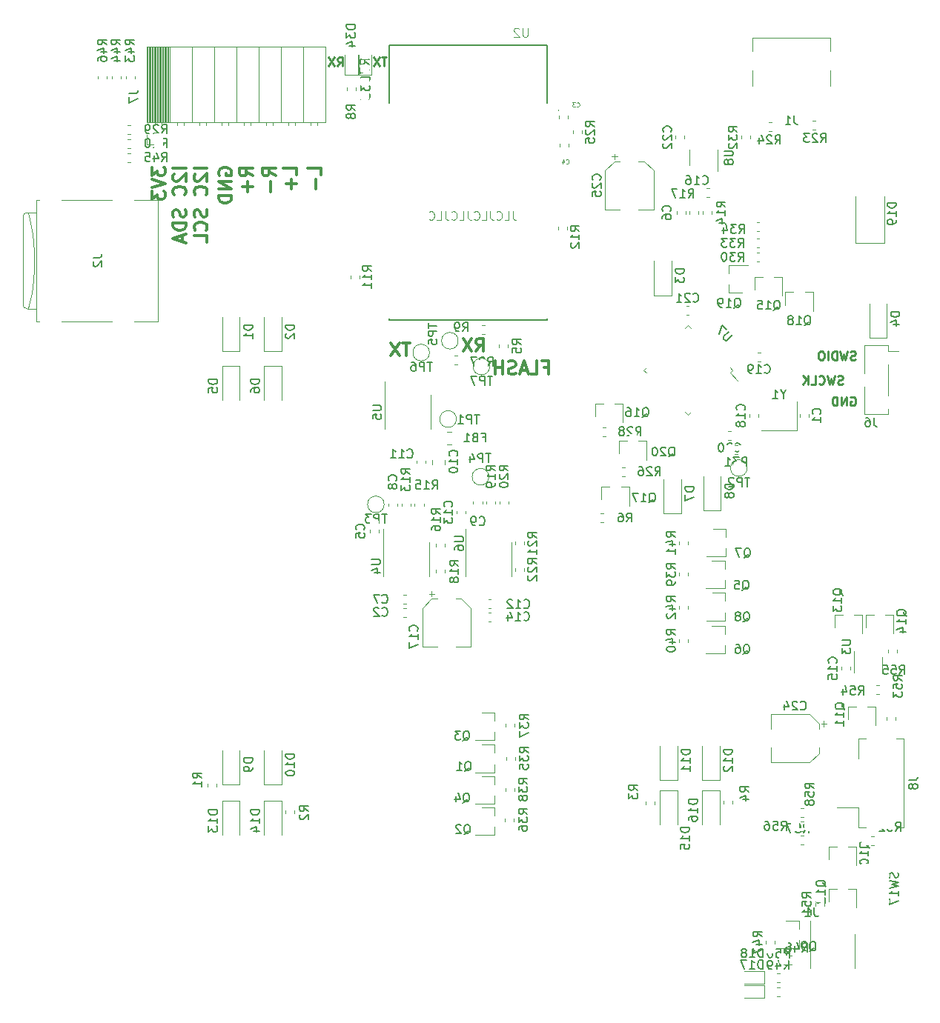
<source format=gbo>
G04 #@! TF.GenerationSoftware,KiCad,Pcbnew,(5.1.4-0-10_14)*
G04 #@! TF.CreationDate,2020-03-20T12:09:45+01:00*
G04 #@! TF.ProjectId,cz-badge-hardware,637a2d62-6164-4676-952d-686172647761,rev?*
G04 #@! TF.SameCoordinates,PX17d7840PY7735940*
G04 #@! TF.FileFunction,Legend,Bot*
G04 #@! TF.FilePolarity,Positive*
%FSLAX46Y46*%
G04 Gerber Fmt 4.6, Leading zero omitted, Abs format (unit mm)*
G04 Created by KiCad (PCBNEW (5.1.4-0-10_14)) date 2020-03-20 12:09:45*
%MOMM*%
%LPD*%
G04 APERTURE LIST*
%ADD10C,0.300000*%
%ADD11C,0.250000*%
%ADD12C,0.100000*%
%ADD13C,0.120000*%
%ADD14C,0.200000*%
%ADD15C,0.127000*%
%ADD16C,0.150000*%
%ADD17C,0.015000*%
%ADD18C,0.125000*%
%ADD19C,0.010000*%
%ADD20C,1.602000*%
%ADD21R,1.302000X1.002000*%
%ADD22C,1.102000*%
%ADD23R,1.002000X1.002000*%
%ADD24C,1.702000*%
%ADD25R,1.122000X2.102000*%
%ADD26R,0.902000X1.002000*%
%ADD27R,1.002000X0.902000*%
%ADD28R,5.102000X5.102000*%
%ADD29R,2.102000X1.002000*%
%ADD30C,1.077000*%
%ADD31C,0.977000*%
%ADD32R,0.752000X1.162000*%
%ADD33C,0.702000*%
%ADD34C,2.392000*%
%ADD35R,1.902000X2.602000*%
%ADD36C,0.402000*%
%ADD37R,2.002000X1.102000*%
%ADD38R,1.502000X1.302000*%
%ADD39R,1.602000X0.902000*%
%ADD40R,2.102000X1.552000*%
%ADD41C,0.202000*%
%ADD42R,0.702000X1.262000*%
%ADD43C,0.752000*%
%ADD44R,0.402000X1.262000*%
%ADD45R,1.902000X1.302000*%
%ADD46R,1.902000X1.552000*%
G04 APERTURE END LIST*
D10*
X58335714Y72907143D02*
X58835714Y72907143D01*
X58835714Y72121429D02*
X58835714Y73621429D01*
X58121428Y73621429D01*
X56835714Y72121429D02*
X57550000Y72121429D01*
X57550000Y73621429D01*
X56407142Y72550000D02*
X55692857Y72550000D01*
X56550000Y72121429D02*
X56050000Y73621429D01*
X55550000Y72121429D01*
X55121428Y72192858D02*
X54907142Y72121429D01*
X54550000Y72121429D01*
X54407142Y72192858D01*
X54335714Y72264286D01*
X54264285Y72407143D01*
X54264285Y72550000D01*
X54335714Y72692858D01*
X54407142Y72764286D01*
X54550000Y72835715D01*
X54835714Y72907143D01*
X54978571Y72978572D01*
X55050000Y73050000D01*
X55121428Y73192858D01*
X55121428Y73335715D01*
X55050000Y73478572D01*
X54978571Y73550000D01*
X54835714Y73621429D01*
X54478571Y73621429D01*
X54264285Y73550000D01*
X53621428Y72121429D02*
X53621428Y73621429D01*
X53621428Y72907143D02*
X52764285Y72907143D01*
X52764285Y72121429D02*
X52764285Y73621429D01*
X13578571Y95790715D02*
X13578571Y94862143D01*
X14150000Y95362143D01*
X14150000Y95147858D01*
X14221428Y95005000D01*
X14292857Y94933572D01*
X14435714Y94862143D01*
X14792857Y94862143D01*
X14935714Y94933572D01*
X15007142Y95005000D01*
X15078571Y95147858D01*
X15078571Y95576429D01*
X15007142Y95719286D01*
X14935714Y95790715D01*
X13578571Y94433572D02*
X15078571Y93933572D01*
X13578571Y93433572D01*
X13578571Y93076429D02*
X13578571Y92147858D01*
X14150000Y92647858D01*
X14150000Y92433572D01*
X14221428Y92290715D01*
X14292857Y92219286D01*
X14435714Y92147858D01*
X14792857Y92147858D01*
X14935714Y92219286D01*
X15007142Y92290715D01*
X15078571Y92433572D01*
X15078571Y92862143D01*
X15007142Y93005000D01*
X14935714Y93076429D01*
X17478571Y95647858D02*
X15978571Y95647858D01*
X16121428Y95005000D02*
X16050000Y94933572D01*
X15978571Y94790715D01*
X15978571Y94433572D01*
X16050000Y94290715D01*
X16121428Y94219286D01*
X16264285Y94147858D01*
X16407142Y94147858D01*
X16621428Y94219286D01*
X17478571Y95076429D01*
X17478571Y94147858D01*
X17335714Y92647858D02*
X17407142Y92719286D01*
X17478571Y92933572D01*
X17478571Y93076429D01*
X17407142Y93290715D01*
X17264285Y93433572D01*
X17121428Y93505000D01*
X16835714Y93576429D01*
X16621428Y93576429D01*
X16335714Y93505000D01*
X16192857Y93433572D01*
X16050000Y93290715D01*
X15978571Y93076429D01*
X15978571Y92933572D01*
X16050000Y92719286D01*
X16121428Y92647858D01*
X17407142Y90933572D02*
X17478571Y90719286D01*
X17478571Y90362143D01*
X17407142Y90219286D01*
X17335714Y90147858D01*
X17192857Y90076429D01*
X17050000Y90076429D01*
X16907142Y90147858D01*
X16835714Y90219286D01*
X16764285Y90362143D01*
X16692857Y90647858D01*
X16621428Y90790715D01*
X16550000Y90862143D01*
X16407142Y90933572D01*
X16264285Y90933572D01*
X16121428Y90862143D01*
X16050000Y90790715D01*
X15978571Y90647858D01*
X15978571Y90290715D01*
X16050000Y90076429D01*
X17478571Y89433572D02*
X15978571Y89433572D01*
X15978571Y89076429D01*
X16050000Y88862143D01*
X16192857Y88719286D01*
X16335714Y88647858D01*
X16621428Y88576429D01*
X16835714Y88576429D01*
X17121428Y88647858D01*
X17264285Y88719286D01*
X17407142Y88862143D01*
X17478571Y89076429D01*
X17478571Y89433572D01*
X17050000Y88005000D02*
X17050000Y87290715D01*
X17478571Y88147858D02*
X15978571Y87647858D01*
X17478571Y87147858D01*
X19878571Y95647858D02*
X18378571Y95647858D01*
X18521428Y95005000D02*
X18450000Y94933572D01*
X18378571Y94790715D01*
X18378571Y94433572D01*
X18450000Y94290715D01*
X18521428Y94219286D01*
X18664285Y94147858D01*
X18807142Y94147858D01*
X19021428Y94219286D01*
X19878571Y95076429D01*
X19878571Y94147858D01*
X19735714Y92647858D02*
X19807142Y92719286D01*
X19878571Y92933572D01*
X19878571Y93076429D01*
X19807142Y93290715D01*
X19664285Y93433572D01*
X19521428Y93505000D01*
X19235714Y93576429D01*
X19021428Y93576429D01*
X18735714Y93505000D01*
X18592857Y93433572D01*
X18450000Y93290715D01*
X18378571Y93076429D01*
X18378571Y92933572D01*
X18450000Y92719286D01*
X18521428Y92647858D01*
X19807142Y90933572D02*
X19878571Y90719286D01*
X19878571Y90362143D01*
X19807142Y90219286D01*
X19735714Y90147858D01*
X19592857Y90076429D01*
X19450000Y90076429D01*
X19307142Y90147858D01*
X19235714Y90219286D01*
X19164285Y90362143D01*
X19092857Y90647858D01*
X19021428Y90790715D01*
X18950000Y90862143D01*
X18807142Y90933572D01*
X18664285Y90933572D01*
X18521428Y90862143D01*
X18450000Y90790715D01*
X18378571Y90647858D01*
X18378571Y90290715D01*
X18450000Y90076429D01*
X19735714Y88576429D02*
X19807142Y88647858D01*
X19878571Y88862143D01*
X19878571Y89005000D01*
X19807142Y89219286D01*
X19664285Y89362143D01*
X19521428Y89433572D01*
X19235714Y89505000D01*
X19021428Y89505000D01*
X18735714Y89433572D01*
X18592857Y89362143D01*
X18450000Y89219286D01*
X18378571Y89005000D01*
X18378571Y88862143D01*
X18450000Y88647858D01*
X18521428Y88576429D01*
X19878571Y87219286D02*
X19878571Y87933572D01*
X18378571Y87933572D01*
X21250000Y94862143D02*
X21178571Y95005000D01*
X21178571Y95219286D01*
X21250000Y95433572D01*
X21392857Y95576429D01*
X21535714Y95647858D01*
X21821428Y95719286D01*
X22035714Y95719286D01*
X22321428Y95647858D01*
X22464285Y95576429D01*
X22607142Y95433572D01*
X22678571Y95219286D01*
X22678571Y95076429D01*
X22607142Y94862143D01*
X22535714Y94790715D01*
X22035714Y94790715D01*
X22035714Y95076429D01*
X22678571Y94147858D02*
X21178571Y94147858D01*
X22678571Y93290715D01*
X21178571Y93290715D01*
X22678571Y92576429D02*
X21178571Y92576429D01*
X21178571Y92219286D01*
X21250000Y92005001D01*
X21392857Y91862143D01*
X21535714Y91790715D01*
X21821428Y91719286D01*
X22035714Y91719286D01*
X22321428Y91790715D01*
X22464285Y91862143D01*
X22607142Y92005001D01*
X22678571Y92219286D01*
X22678571Y92576429D01*
X25078571Y94790715D02*
X24364285Y95290715D01*
X25078571Y95647858D02*
X23578571Y95647858D01*
X23578571Y95076429D01*
X23650000Y94933572D01*
X23721428Y94862143D01*
X23864285Y94790715D01*
X24078571Y94790715D01*
X24221428Y94862143D01*
X24292857Y94933572D01*
X24364285Y95076429D01*
X24364285Y95647858D01*
X24507142Y94147858D02*
X24507142Y93005000D01*
X25078571Y93576429D02*
X23935714Y93576429D01*
X27678571Y94790715D02*
X26964285Y95290715D01*
X27678571Y95647858D02*
X26178571Y95647858D01*
X26178571Y95076429D01*
X26250000Y94933572D01*
X26321428Y94862143D01*
X26464285Y94790715D01*
X26678571Y94790715D01*
X26821428Y94862143D01*
X26892857Y94933572D01*
X26964285Y95076429D01*
X26964285Y95647858D01*
X27107142Y94147858D02*
X27107142Y93005000D01*
X30078571Y94933572D02*
X30078571Y95647858D01*
X28578571Y95647858D01*
X29507142Y94433572D02*
X29507142Y93290715D01*
X30078571Y93862143D02*
X28935714Y93862143D01*
X32878571Y94933572D02*
X32878571Y95647858D01*
X31378571Y95647858D01*
X32307142Y94433572D02*
X32307142Y93290715D01*
D11*
X93361904Y69500000D02*
X93457142Y69547620D01*
X93600000Y69547620D01*
X93742857Y69500000D01*
X93838095Y69404762D01*
X93885714Y69309524D01*
X93933333Y69119048D01*
X93933333Y68976191D01*
X93885714Y68785715D01*
X93838095Y68690477D01*
X93742857Y68595239D01*
X93600000Y68547620D01*
X93504761Y68547620D01*
X93361904Y68595239D01*
X93314285Y68642858D01*
X93314285Y68976191D01*
X93504761Y68976191D01*
X92885714Y68547620D02*
X92885714Y69547620D01*
X92314285Y68547620D01*
X92314285Y69547620D01*
X91838095Y68547620D02*
X91838095Y69547620D01*
X91600000Y69547620D01*
X91457142Y69500000D01*
X91361904Y69404762D01*
X91314285Y69309524D01*
X91266666Y69119048D01*
X91266666Y68976191D01*
X91314285Y68785715D01*
X91361904Y68690477D01*
X91457142Y68595239D01*
X91600000Y68547620D01*
X91838095Y68547620D01*
X93919047Y73795239D02*
X93776190Y73747620D01*
X93538095Y73747620D01*
X93442857Y73795239D01*
X93395238Y73842858D01*
X93347619Y73938096D01*
X93347619Y74033334D01*
X93395238Y74128572D01*
X93442857Y74176191D01*
X93538095Y74223810D01*
X93728571Y74271429D01*
X93823809Y74319048D01*
X93871428Y74366667D01*
X93919047Y74461905D01*
X93919047Y74557143D01*
X93871428Y74652381D01*
X93823809Y74700000D01*
X93728571Y74747620D01*
X93490476Y74747620D01*
X93347619Y74700000D01*
X93014285Y74747620D02*
X92776190Y73747620D01*
X92585714Y74461905D01*
X92395238Y73747620D01*
X92157142Y74747620D01*
X91776190Y73747620D02*
X91776190Y74747620D01*
X91538095Y74747620D01*
X91395238Y74700000D01*
X91300000Y74604762D01*
X91252380Y74509524D01*
X91204761Y74319048D01*
X91204761Y74176191D01*
X91252380Y73985715D01*
X91300000Y73890477D01*
X91395238Y73795239D01*
X91538095Y73747620D01*
X91776190Y73747620D01*
X90776190Y73747620D02*
X90776190Y74747620D01*
X90109523Y74747620D02*
X89919047Y74747620D01*
X89823809Y74700000D01*
X89728571Y74604762D01*
X89680952Y74414286D01*
X89680952Y74080953D01*
X89728571Y73890477D01*
X89823809Y73795239D01*
X89919047Y73747620D01*
X90109523Y73747620D01*
X90204761Y73795239D01*
X90300000Y73890477D01*
X90347619Y74080953D01*
X90347619Y74414286D01*
X90300000Y74604762D01*
X90204761Y74700000D01*
X90109523Y74747620D01*
X92461904Y70995239D02*
X92319047Y70947620D01*
X92080952Y70947620D01*
X91985714Y70995239D01*
X91938095Y71042858D01*
X91890476Y71138096D01*
X91890476Y71233334D01*
X91938095Y71328572D01*
X91985714Y71376191D01*
X92080952Y71423810D01*
X92271428Y71471429D01*
X92366666Y71519048D01*
X92414285Y71566667D01*
X92461904Y71661905D01*
X92461904Y71757143D01*
X92414285Y71852381D01*
X92366666Y71900000D01*
X92271428Y71947620D01*
X92033333Y71947620D01*
X91890476Y71900000D01*
X91557142Y71947620D02*
X91319047Y70947620D01*
X91128571Y71661905D01*
X90938095Y70947620D01*
X90700000Y71947620D01*
X89747619Y71042858D02*
X89795238Y70995239D01*
X89938095Y70947620D01*
X90033333Y70947620D01*
X90176190Y70995239D01*
X90271428Y71090477D01*
X90319047Y71185715D01*
X90366666Y71376191D01*
X90366666Y71519048D01*
X90319047Y71709524D01*
X90271428Y71804762D01*
X90176190Y71900000D01*
X90033333Y71947620D01*
X89938095Y71947620D01*
X89795238Y71900000D01*
X89747619Y71852381D01*
X88842857Y70947620D02*
X89319047Y70947620D01*
X89319047Y71947620D01*
X88509523Y70947620D02*
X88509523Y71947620D01*
X87938095Y70947620D02*
X88366666Y71519048D01*
X87938095Y71947620D02*
X88509523Y71376191D01*
D10*
X50600000Y74721429D02*
X51100000Y75435715D01*
X51457142Y74721429D02*
X51457142Y76221429D01*
X50885714Y76221429D01*
X50742857Y76150000D01*
X50671428Y76078572D01*
X50600000Y75935715D01*
X50600000Y75721429D01*
X50671428Y75578572D01*
X50742857Y75507143D01*
X50885714Y75435715D01*
X51457142Y75435715D01*
X50100000Y76221429D02*
X49100000Y74721429D01*
X49100000Y76221429D02*
X50100000Y74721429D01*
X43042857Y75721429D02*
X42185714Y75721429D01*
X42614285Y74221429D02*
X42614285Y75721429D01*
X41828571Y75721429D02*
X40828571Y74221429D01*
X40828571Y75721429D02*
X41828571Y74221429D01*
D11*
X34766666Y107347620D02*
X35100000Y107823810D01*
X35338095Y107347620D02*
X35338095Y108347620D01*
X34957142Y108347620D01*
X34861904Y108300000D01*
X34814285Y108252381D01*
X34766666Y108157143D01*
X34766666Y108014286D01*
X34814285Y107919048D01*
X34861904Y107871429D01*
X34957142Y107823810D01*
X35338095Y107823810D01*
X34433333Y108347620D02*
X33766666Y107347620D01*
X33766666Y108347620D02*
X34433333Y107347620D01*
X40361904Y108347620D02*
X39790476Y108347620D01*
X40076190Y107347620D02*
X40076190Y108347620D01*
X39552380Y108347620D02*
X38885714Y107347620D01*
X38885714Y108347620D02*
X39552380Y107347620D01*
D12*
X54794047Y90747620D02*
X54794047Y90033334D01*
X54841666Y89890477D01*
X54936904Y89795239D01*
X55079761Y89747620D01*
X55175000Y89747620D01*
X53841666Y89747620D02*
X54317857Y89747620D01*
X54317857Y90747620D01*
X52936904Y89842858D02*
X52984523Y89795239D01*
X53127380Y89747620D01*
X53222619Y89747620D01*
X53365476Y89795239D01*
X53460714Y89890477D01*
X53508333Y89985715D01*
X53555952Y90176191D01*
X53555952Y90319048D01*
X53508333Y90509524D01*
X53460714Y90604762D01*
X53365476Y90700000D01*
X53222619Y90747620D01*
X53127380Y90747620D01*
X52984523Y90700000D01*
X52936904Y90652381D01*
X52222619Y90747620D02*
X52222619Y90033334D01*
X52270238Y89890477D01*
X52365476Y89795239D01*
X52508333Y89747620D01*
X52603571Y89747620D01*
X51270238Y89747620D02*
X51746428Y89747620D01*
X51746428Y90747620D01*
X50365476Y89842858D02*
X50413095Y89795239D01*
X50555952Y89747620D01*
X50651190Y89747620D01*
X50794047Y89795239D01*
X50889285Y89890477D01*
X50936904Y89985715D01*
X50984523Y90176191D01*
X50984523Y90319048D01*
X50936904Y90509524D01*
X50889285Y90604762D01*
X50794047Y90700000D01*
X50651190Y90747620D01*
X50555952Y90747620D01*
X50413095Y90700000D01*
X50365476Y90652381D01*
X49651190Y90747620D02*
X49651190Y90033334D01*
X49698809Y89890477D01*
X49794047Y89795239D01*
X49936904Y89747620D01*
X50032142Y89747620D01*
X48698809Y89747620D02*
X49175000Y89747620D01*
X49175000Y90747620D01*
X47794047Y89842858D02*
X47841666Y89795239D01*
X47984523Y89747620D01*
X48079761Y89747620D01*
X48222619Y89795239D01*
X48317857Y89890477D01*
X48365476Y89985715D01*
X48413095Y90176191D01*
X48413095Y90319048D01*
X48365476Y90509524D01*
X48317857Y90604762D01*
X48222619Y90700000D01*
X48079761Y90747620D01*
X47984523Y90747620D01*
X47841666Y90700000D01*
X47794047Y90652381D01*
X47079761Y90747620D02*
X47079761Y90033334D01*
X47127380Y89890477D01*
X47222619Y89795239D01*
X47365476Y89747620D01*
X47460714Y89747620D01*
X46127380Y89747620D02*
X46603571Y89747620D01*
X46603571Y90747620D01*
X45222619Y89842858D02*
X45270238Y89795239D01*
X45413095Y89747620D01*
X45508333Y89747620D01*
X45651190Y89795239D01*
X45746428Y89890477D01*
X45794047Y89985715D01*
X45841666Y90176191D01*
X45841666Y90319048D01*
X45794047Y90509524D01*
X45746428Y90604762D01*
X45651190Y90700000D01*
X45508333Y90747620D01*
X45413095Y90747620D01*
X45270238Y90700000D01*
X45222619Y90652381D01*
D13*
X52150000Y73000000D02*
G75*
G03X52150000Y73000000I-950000J0D01*
G01*
X99460000Y30485000D02*
X98610000Y30485000D01*
X99460000Y20315000D02*
X99460000Y30485000D01*
X98610000Y20315000D02*
X99460000Y20315000D01*
X94240000Y30485000D02*
X94240000Y28160000D01*
X95090000Y30485000D02*
X94240000Y30485000D01*
X94240000Y22640000D02*
X91850000Y22640000D01*
X94240000Y20315000D02*
X94240000Y22640000D01*
X95090000Y20315000D02*
X94240000Y20315000D01*
X12970000Y99500000D02*
X12970000Y98390000D01*
X12970000Y98390000D02*
X14300000Y98390000D01*
X12970000Y109590000D02*
X33410000Y109590000D01*
X33410000Y109590000D02*
X33410000Y100960000D01*
X12970000Y100960000D02*
X33410000Y100960000D01*
X12970000Y109590000D02*
X12970000Y100960000D01*
X30810000Y109590000D02*
X30810000Y100960000D01*
X28270000Y109590000D02*
X28270000Y100960000D01*
X25730000Y109590000D02*
X25730000Y100960000D01*
X23190000Y109590000D02*
X23190000Y100960000D01*
X20650000Y109590000D02*
X20650000Y100960000D01*
X18110000Y109590000D02*
X18110000Y100960000D01*
X15570000Y109590000D02*
X15570000Y100960000D01*
X32440000Y100960000D02*
X32440000Y100550000D01*
X31720000Y100960000D02*
X31720000Y100550000D01*
X29900000Y100960000D02*
X29900000Y100550000D01*
X29180000Y100960000D02*
X29180000Y100550000D01*
X27360000Y100960000D02*
X27360000Y100550000D01*
X26640000Y100960000D02*
X26640000Y100550000D01*
X24820000Y100960000D02*
X24820000Y100550000D01*
X24100000Y100960000D02*
X24100000Y100550000D01*
X22280000Y100960000D02*
X22280000Y100550000D01*
X21560000Y100960000D02*
X21560000Y100550000D01*
X19740000Y100960000D02*
X19740000Y100550000D01*
X19020000Y100960000D02*
X19020000Y100550000D01*
X17200000Y100960000D02*
X17200000Y100550000D01*
X16480000Y100960000D02*
X16480000Y100550000D01*
X14660000Y100960000D02*
X14660000Y100610000D01*
X13940000Y100960000D02*
X13940000Y100610000D01*
X15451900Y109590000D02*
X15451900Y100960000D01*
X15333805Y109590000D02*
X15333805Y100960000D01*
X15215710Y109590000D02*
X15215710Y100960000D01*
X15097615Y109590000D02*
X15097615Y100960000D01*
X14979520Y109590000D02*
X14979520Y100960000D01*
X14861425Y109590000D02*
X14861425Y100960000D01*
X14743330Y109590000D02*
X14743330Y100960000D01*
X14625235Y109590000D02*
X14625235Y100960000D01*
X14507140Y109590000D02*
X14507140Y100960000D01*
X14389045Y109590000D02*
X14389045Y100960000D01*
X14270950Y109590000D02*
X14270950Y100960000D01*
X14152855Y109590000D02*
X14152855Y100960000D01*
X14034760Y109590000D02*
X14034760Y100960000D01*
X13916665Y109590000D02*
X13916665Y100960000D01*
X13798570Y109590000D02*
X13798570Y100960000D01*
X13680475Y109590000D02*
X13680475Y100960000D01*
X13562380Y109590000D02*
X13562380Y100960000D01*
X13444285Y109590000D02*
X13444285Y100960000D01*
X13326190Y109590000D02*
X13326190Y100960000D01*
X13208095Y109590000D02*
X13208095Y100960000D01*
X13090000Y109590000D02*
X13090000Y100960000D01*
X66920000Y64510000D02*
X66920000Y63050000D01*
X70080000Y64510000D02*
X70080000Y62350000D01*
X70080000Y64510000D02*
X69150000Y64510000D01*
X66920000Y64510000D02*
X67850000Y64510000D01*
X79490000Y81420000D02*
X80950000Y81420000D01*
X79490000Y84580000D02*
X81650000Y84580000D01*
X79490000Y84580000D02*
X79490000Y83650000D01*
X79490000Y81420000D02*
X79490000Y82350000D01*
X85920000Y81510000D02*
X85920000Y80050000D01*
X89080000Y81510000D02*
X89080000Y79350000D01*
X89080000Y81510000D02*
X88150000Y81510000D01*
X85920000Y81510000D02*
X86850000Y81510000D01*
X64920000Y59260000D02*
X64920000Y57800000D01*
X68080000Y59260000D02*
X68080000Y57100000D01*
X68080000Y59260000D02*
X67150000Y59260000D01*
X64920000Y59260000D02*
X65850000Y59260000D01*
X64170000Y68760000D02*
X64170000Y67300000D01*
X67330000Y68760000D02*
X67330000Y66600000D01*
X67330000Y68760000D02*
X66400000Y68760000D01*
X64170000Y68760000D02*
X65100000Y68760000D01*
X82420000Y83260000D02*
X82420000Y81800000D01*
X85580000Y83260000D02*
X85580000Y81100000D01*
X85580000Y83260000D02*
X84650000Y83260000D01*
X82420000Y83260000D02*
X83350000Y83260000D01*
D14*
X60200000Y102300000D02*
G75*
G03X60200000Y102300000I-100000J0D01*
G01*
D15*
X40700000Y78300000D02*
X40700000Y78500000D01*
X58700000Y78300000D02*
X40700000Y78300000D01*
X58700000Y78500000D02*
X58700000Y78300000D01*
X40700000Y109700000D02*
X40700000Y103130000D01*
X58700000Y109700000D02*
X40700000Y109700000D01*
X58700000Y103130000D02*
X58700000Y109700000D01*
D13*
X47291422Y65510000D02*
X47808578Y65510000D01*
X47291422Y64090000D02*
X47808578Y64090000D01*
X45202500Y47012500D02*
X45827500Y47012500D01*
X45515000Y47325000D02*
X45515000Y46700000D01*
X48895563Y46460000D02*
X49960000Y45395563D01*
X45504437Y46460000D02*
X44440000Y45395563D01*
X45504437Y46460000D02*
X46140000Y46460000D01*
X48895563Y46460000D02*
X48260000Y46460000D01*
X49960000Y45395563D02*
X49960000Y40940000D01*
X44440000Y45395563D02*
X44440000Y40940000D01*
X44440000Y40940000D02*
X46140000Y40940000D01*
X49960000Y40940000D02*
X48260000Y40940000D01*
X45275000Y74600000D02*
G75*
G03X45275000Y74600000I-950000J0D01*
G01*
X48550000Y75950000D02*
G75*
G03X48550000Y75950000I-950000J0D01*
G01*
X52050000Y60400000D02*
G75*
G03X52050000Y60400000I-950000J0D01*
G01*
X40100000Y57250000D02*
G75*
G03X40100000Y57250000I-950000J0D01*
G01*
X81550000Y61400000D02*
G75*
G03X81550000Y61400000I-950000J0D01*
G01*
X48350000Y67000000D02*
G75*
G03X48350000Y67000000I-950000J0D01*
G01*
X87975279Y21490000D02*
X87649721Y21490000D01*
X87975279Y22510000D02*
X87649721Y22510000D01*
X87962779Y18390000D02*
X87637221Y18390000D01*
X87962779Y19410000D02*
X87637221Y19410000D01*
X87637221Y20960000D02*
X87962779Y20960000D01*
X87637221Y19940000D02*
X87962779Y19940000D01*
X66102500Y97012500D02*
X66727500Y97012500D01*
X66415000Y97325000D02*
X66415000Y96700000D01*
X69795563Y96460000D02*
X70860000Y95395563D01*
X66404437Y96460000D02*
X65340000Y95395563D01*
X66404437Y96460000D02*
X67040000Y96460000D01*
X69795563Y96460000D02*
X69160000Y96460000D01*
X70860000Y95395563D02*
X70860000Y90940000D01*
X65340000Y95395563D02*
X65340000Y90940000D01*
X65340000Y90940000D02*
X67040000Y90940000D01*
X70860000Y90940000D02*
X69160000Y90940000D01*
X90312500Y32497500D02*
X90312500Y31872500D01*
X90625000Y32185000D02*
X90000000Y32185000D01*
X89760000Y28804437D02*
X88695563Y27740000D01*
X89760000Y32195563D02*
X88695563Y33260000D01*
X89760000Y32195563D02*
X89760000Y31560000D01*
X89760000Y28804437D02*
X89760000Y29440000D01*
X88695563Y27740000D02*
X84240000Y27740000D01*
X88695563Y33260000D02*
X84240000Y33260000D01*
X84240000Y33260000D02*
X84240000Y31560000D01*
X84240000Y27740000D02*
X84240000Y29440000D01*
X78210000Y97800000D02*
X78210000Y95350000D01*
X74990000Y96000000D02*
X74990000Y97800000D01*
X93790000Y38000000D02*
X93790000Y40450000D01*
X97010000Y39800000D02*
X97010000Y38000000D01*
X88740000Y6200000D02*
X88740000Y9650000D01*
X88740000Y6200000D02*
X88740000Y4250000D01*
X93860000Y6200000D02*
X93860000Y8150000D01*
X93860000Y6200000D02*
X93860000Y4250000D01*
X98710000Y40662779D02*
X98710000Y40337221D01*
X97690000Y40662779D02*
X97690000Y40337221D01*
X96337221Y36610000D02*
X96662779Y36610000D01*
X96337221Y35590000D02*
X96662779Y35590000D01*
X97490000Y32637221D02*
X97490000Y32962779D01*
X98510000Y32637221D02*
X98510000Y32962779D01*
X95687221Y19310000D02*
X96012779Y19310000D01*
X95687221Y18290000D02*
X96012779Y18290000D01*
X89340000Y11337221D02*
X89340000Y11662779D01*
X90360000Y11337221D02*
X90360000Y11662779D01*
X85312779Y2640000D02*
X84987221Y2640000D01*
X85312779Y3660000D02*
X84987221Y3660000D01*
X85312779Y1040000D02*
X84987221Y1040000D01*
X85312779Y2060000D02*
X84987221Y2060000D01*
X86337221Y5710000D02*
X86662779Y5710000D01*
X86337221Y4690000D02*
X86662779Y4690000D01*
X84710000Y7362779D02*
X84710000Y7037221D01*
X83690000Y7362779D02*
X83690000Y7037221D01*
X95120000Y44660000D02*
X95120000Y43200000D01*
X98280000Y44660000D02*
X98280000Y42500000D01*
X98280000Y44660000D02*
X97350000Y44660000D01*
X95120000Y44660000D02*
X96050000Y44660000D01*
X91520000Y44660000D02*
X91520000Y43200000D01*
X94680000Y44660000D02*
X94680000Y42500000D01*
X94680000Y44660000D02*
X93750000Y44660000D01*
X91520000Y44660000D02*
X92450000Y44660000D01*
X90870000Y13310000D02*
X90870000Y11850000D01*
X94030000Y13310000D02*
X94030000Y11150000D01*
X94030000Y13310000D02*
X93100000Y13310000D01*
X90870000Y13310000D02*
X91800000Y13310000D01*
X93070000Y34160000D02*
X93070000Y32700000D01*
X96230000Y34160000D02*
X96230000Y32000000D01*
X96230000Y34160000D02*
X95300000Y34160000D01*
X93070000Y34160000D02*
X94000000Y34160000D01*
X90870000Y18160000D02*
X90870000Y16700000D01*
X94030000Y18160000D02*
X94030000Y16000000D01*
X94030000Y18160000D02*
X93100000Y18160000D01*
X90870000Y18160000D02*
X91800000Y18160000D01*
X87460000Y9680000D02*
X86000000Y9680000D01*
X87460000Y6520000D02*
X85300000Y6520000D01*
X87460000Y6520000D02*
X87460000Y7450000D01*
X87460000Y9680000D02*
X87460000Y8750000D01*
X97250000Y87100000D02*
X97250000Y92500000D01*
X93950000Y87100000D02*
X93950000Y92500000D01*
X97250000Y87100000D02*
X93950000Y87100000D01*
X83535000Y2415000D02*
X81250000Y2415000D01*
X83535000Y3885000D02*
X83535000Y2415000D01*
X81250000Y3885000D02*
X83535000Y3885000D01*
X83535000Y815000D02*
X81250000Y815000D01*
X83535000Y2285000D02*
X83535000Y815000D01*
X81250000Y2285000D02*
X83535000Y2285000D01*
X74410000Y99362779D02*
X74410000Y99037221D01*
X73390000Y99362779D02*
X73390000Y99037221D01*
X76937221Y93410000D02*
X77262779Y93410000D01*
X76937221Y92390000D02*
X77262779Y92390000D01*
X93310000Y38662779D02*
X93310000Y38337221D01*
X92290000Y38662779D02*
X92290000Y38337221D01*
X7390000Y105887221D02*
X7390000Y106212779D01*
X8410000Y105887221D02*
X8410000Y106212779D01*
X10787221Y97410000D02*
X11112779Y97410000D01*
X10787221Y96390000D02*
X11112779Y96390000D01*
X8990000Y105887221D02*
X8990000Y106212779D01*
X10010000Y105887221D02*
X10010000Y106212779D01*
X10590000Y105887221D02*
X10590000Y106212779D01*
X11610000Y105887221D02*
X11610000Y106212779D01*
X10787221Y100610000D02*
X11112779Y100610000D01*
X10787221Y99590000D02*
X11112779Y99590000D01*
X10787221Y99010000D02*
X11112779Y99010000D01*
X10787221Y97990000D02*
X11112779Y97990000D01*
X51237221Y77735000D02*
X51562779Y77735000D01*
X51237221Y76715000D02*
X51562779Y76715000D01*
X53190000Y75187221D02*
X53190000Y75512779D01*
X54210000Y75187221D02*
X54210000Y75512779D01*
X89037221Y101110000D02*
X89362779Y101110000D01*
X89037221Y100090000D02*
X89362779Y100090000D01*
X79587113Y72281802D02*
X80499281Y71369634D01*
X79905311Y72600000D02*
X79587113Y72281802D01*
X79587113Y72918198D02*
X79905311Y72600000D01*
X74800000Y77705311D02*
X74481802Y77387113D01*
X75118198Y77387113D02*
X74800000Y77705311D01*
X74800000Y67494689D02*
X75118198Y67812887D01*
X74481802Y67812887D02*
X74800000Y67494689D01*
X69694689Y72600000D02*
X70012887Y72918198D01*
X70012887Y72281802D02*
X69694689Y72600000D01*
X98840000Y74800000D02*
X97630000Y74800000D01*
X97630000Y68200000D02*
X97630000Y67530000D01*
X97630000Y73280000D02*
X97630000Y69720000D01*
X97630000Y75470000D02*
X97630000Y74800000D01*
X97630000Y67530000D02*
X94970000Y67530000D01*
X94970000Y70740000D02*
X94970000Y67530000D01*
X94970000Y75470000D02*
X94970000Y72260000D01*
X97630000Y75470000D02*
X94970000Y75470000D01*
X74824000Y45654779D02*
X74824000Y45329221D01*
X73804000Y45654779D02*
X73804000Y45329221D01*
X74824000Y53026779D02*
X74824000Y52701221D01*
X73804000Y53026779D02*
X73804000Y52701221D01*
X74824000Y41850779D02*
X74824000Y41525221D01*
X73804000Y41850779D02*
X73804000Y41525221D01*
X74824000Y49420779D02*
X74824000Y49095221D01*
X73804000Y49420779D02*
X73804000Y49095221D01*
X54994000Y24826779D02*
X54994000Y24501221D01*
X53974000Y24826779D02*
X53974000Y24501221D01*
X54994000Y32136279D02*
X54994000Y31810721D01*
X53974000Y32136279D02*
X53974000Y31810721D01*
X54924000Y21342779D02*
X54924000Y21017221D01*
X53904000Y21342779D02*
X53904000Y21017221D01*
X55044000Y28392279D02*
X55044000Y28066721D01*
X54024000Y28392279D02*
X54024000Y28066721D01*
X82637221Y89460000D02*
X82962779Y89460000D01*
X82637221Y88440000D02*
X82962779Y88440000D01*
X82637221Y87610000D02*
X82962779Y87610000D01*
X82637221Y86590000D02*
X82962779Y86590000D01*
X82637221Y86060000D02*
X82962779Y86060000D01*
X82637221Y85040000D02*
X82962779Y85040000D01*
X65362779Y64990000D02*
X65037221Y64990000D01*
X65362779Y66010000D02*
X65037221Y66010000D01*
X67562779Y60490000D02*
X67237221Y60490000D01*
X67562779Y61510000D02*
X67237221Y61510000D01*
X65162779Y55240000D02*
X64837221Y55240000D01*
X65162779Y56260000D02*
X64837221Y56260000D01*
X79030000Y47122000D02*
X77570000Y47122000D01*
X79030000Y43962000D02*
X76870000Y43962000D01*
X79030000Y43962000D02*
X79030000Y44892000D01*
X79030000Y47122000D02*
X79030000Y46192000D01*
X79110000Y54454000D02*
X77650000Y54454000D01*
X79110000Y51294000D02*
X76950000Y51294000D01*
X79110000Y51294000D02*
X79110000Y52224000D01*
X79110000Y54454000D02*
X79110000Y53524000D01*
X78990000Y43378000D02*
X77530000Y43378000D01*
X78990000Y40218000D02*
X76830000Y40218000D01*
X78990000Y40218000D02*
X78990000Y41148000D01*
X78990000Y43378000D02*
X78990000Y42448000D01*
X78990000Y50838000D02*
X77530000Y50838000D01*
X78990000Y47678000D02*
X76830000Y47678000D01*
X78990000Y47678000D02*
X78990000Y48608000D01*
X78990000Y50838000D02*
X78990000Y49908000D01*
X52684000Y26194000D02*
X51224000Y26194000D01*
X52684000Y23034000D02*
X50524000Y23034000D01*
X52684000Y23034000D02*
X52684000Y23964000D01*
X52684000Y26194000D02*
X52684000Y25264000D01*
X52694000Y33466000D02*
X51234000Y33466000D01*
X52694000Y30306000D02*
X50534000Y30306000D01*
X52694000Y30306000D02*
X52694000Y31236000D01*
X52694000Y33466000D02*
X52694000Y32536000D01*
X52685000Y22630000D02*
X51225000Y22630000D01*
X52685000Y19470000D02*
X50525000Y19470000D01*
X52685000Y19470000D02*
X52685000Y20400000D01*
X52685000Y22630000D02*
X52685000Y21700000D01*
X52694000Y29772000D02*
X51234000Y29772000D01*
X52694000Y26612000D02*
X50534000Y26612000D01*
X52694000Y26612000D02*
X52694000Y27542000D01*
X52694000Y29772000D02*
X52694000Y28842000D01*
X87200000Y65700000D02*
X83200000Y65700000D01*
X87200000Y69000000D02*
X87200000Y65700000D01*
X81910000Y99362779D02*
X81910000Y99037221D01*
X80890000Y99362779D02*
X80890000Y99037221D01*
X80137221Y64010000D02*
X80462779Y64010000D01*
X80137221Y62990000D02*
X80462779Y62990000D01*
X48162221Y74235000D02*
X48487779Y74235000D01*
X48162221Y73215000D02*
X48487779Y73215000D01*
X61690000Y99637221D02*
X61690000Y99962779D01*
X62710000Y99637221D02*
X62710000Y99962779D01*
X74912779Y78890000D02*
X74587221Y78890000D01*
X74912779Y79910000D02*
X74587221Y79910000D01*
X79387221Y65635000D02*
X79712779Y65635000D01*
X79387221Y64615000D02*
X79712779Y64615000D01*
X82737221Y74610000D02*
X83062779Y74610000D01*
X82737221Y73590000D02*
X83062779Y73590000D01*
X82810000Y67562779D02*
X82810000Y67237221D01*
X81790000Y67562779D02*
X81790000Y67237221D01*
X87590000Y67237221D02*
X87590000Y67562779D01*
X88610000Y67237221D02*
X88610000Y67562779D01*
X52312779Y43890000D02*
X51987221Y43890000D01*
X52312779Y44910000D02*
X51987221Y44910000D01*
X42612779Y44390000D02*
X42287221Y44390000D01*
X42612779Y45410000D02*
X42287221Y45410000D01*
X84037221Y100910000D02*
X84362779Y100910000D01*
X84037221Y99890000D02*
X84362779Y99890000D01*
X-1160000Y90100000D02*
G75*
G02X-660000Y90600000I500000J0D01*
G01*
X-660000Y79600000D02*
G75*
G02X-1160000Y80100000I0J500000D01*
G01*
X340000Y92010000D02*
X740000Y92010000D01*
X3260000Y92010000D02*
X9040000Y92010000D01*
X11560000Y92010000D02*
X14260000Y92010000D01*
X3260000Y78190000D02*
X9040000Y78190000D01*
X340000Y78190000D02*
X740000Y78190000D01*
X11560000Y78190000D02*
X14260000Y78190000D01*
X14260000Y78190000D02*
X14260000Y92010000D01*
X340000Y92010000D02*
X340000Y78190000D01*
X340000Y79600000D02*
X-660000Y79600000D01*
X340000Y90600000D02*
X-660000Y90600000D01*
X-1160000Y90100000D02*
X-1160000Y80100000D01*
X-560000Y90600000D02*
X-360000Y89800000D01*
X-360000Y89800000D02*
X-60000Y88100000D01*
X-60000Y88100000D02*
X40000Y87300000D01*
X40000Y87300000D02*
X140000Y86000000D01*
X140000Y86000000D02*
X140000Y84200000D01*
X140000Y84200000D02*
X40000Y82900000D01*
X40000Y82900000D02*
X-160000Y81400000D01*
X-160000Y81400000D02*
X-460000Y80100000D01*
X-460000Y80100000D02*
X-560000Y79600000D01*
X49365000Y51000000D02*
X49365000Y54450000D01*
X49365000Y51000000D02*
X49365000Y49050000D01*
X54635000Y51000000D02*
X54635000Y52950000D01*
X54635000Y51000000D02*
X54635000Y49050000D01*
X40165000Y67800000D02*
X40165000Y71250000D01*
X40165000Y67800000D02*
X40165000Y65850000D01*
X45435000Y67800000D02*
X45435000Y69750000D01*
X45435000Y67800000D02*
X45435000Y65850000D01*
X39965000Y51000000D02*
X39965000Y54450000D01*
X39965000Y51000000D02*
X39965000Y49050000D01*
X45235000Y51000000D02*
X45235000Y52950000D01*
X45235000Y51000000D02*
X45235000Y49050000D01*
X55090000Y49637221D02*
X55090000Y49962779D01*
X56110000Y49637221D02*
X56110000Y49962779D01*
X55090000Y52637221D02*
X55090000Y52962779D01*
X56110000Y52637221D02*
X56110000Y52962779D01*
X53290000Y57287221D02*
X53290000Y57612779D01*
X54310000Y57287221D02*
X54310000Y57612779D01*
X52810000Y57612779D02*
X52810000Y57287221D01*
X51790000Y57612779D02*
X51790000Y57287221D01*
X45990000Y49437221D02*
X45990000Y49762779D01*
X47010000Y49437221D02*
X47010000Y49762779D01*
X45990000Y52437221D02*
X45990000Y52762779D01*
X47010000Y52437221D02*
X47010000Y52762779D01*
X43590000Y57037221D02*
X43590000Y57362779D01*
X44610000Y57037221D02*
X44610000Y57362779D01*
X43090000Y57362779D02*
X43090000Y57037221D01*
X42070000Y57362779D02*
X42070000Y57037221D01*
X48365000Y56187221D02*
X48365000Y56512779D01*
X49385000Y56187221D02*
X49385000Y56512779D01*
X52312779Y45390000D02*
X51987221Y45390000D01*
X52312779Y46410000D02*
X51987221Y46410000D01*
X44810000Y62262779D02*
X44810000Y61937221D01*
X43790000Y62262779D02*
X43790000Y61937221D01*
X47010000Y62358578D02*
X47010000Y61841422D01*
X45590000Y62358578D02*
X45590000Y61841422D01*
X50280000Y57287221D02*
X50280000Y57612779D01*
X51300000Y57287221D02*
X51300000Y57612779D01*
X40590000Y57037221D02*
X40590000Y57362779D01*
X41610000Y57037221D02*
X41610000Y57362779D01*
X42612779Y45890000D02*
X42287221Y45890000D01*
X42612779Y46910000D02*
X42287221Y46910000D01*
X38490000Y54037221D02*
X38490000Y54362779D01*
X39510000Y54037221D02*
X39510000Y54362779D01*
X76400000Y24550000D02*
X76400000Y20650000D01*
X78400000Y24550000D02*
X78400000Y20650000D01*
X76400000Y24550000D02*
X78400000Y24550000D01*
X71600000Y24550000D02*
X71600000Y20650000D01*
X73600000Y24550000D02*
X73600000Y20650000D01*
X71600000Y24550000D02*
X73600000Y24550000D01*
X26400000Y23350000D02*
X26400000Y19450000D01*
X28400000Y23350000D02*
X28400000Y19450000D01*
X26400000Y23350000D02*
X28400000Y23350000D01*
X21600000Y23350000D02*
X21600000Y19450000D01*
X23600000Y23350000D02*
X23600000Y19450000D01*
X21600000Y23350000D02*
X23600000Y23350000D01*
X78400000Y25750000D02*
X78400000Y29650000D01*
X76400000Y25750000D02*
X76400000Y29650000D01*
X78400000Y25750000D02*
X76400000Y25750000D01*
X73600000Y25750000D02*
X73600000Y29650000D01*
X71600000Y25750000D02*
X71600000Y29650000D01*
X73600000Y25750000D02*
X71600000Y25750000D01*
X28400000Y25250000D02*
X28400000Y29150000D01*
X26400000Y25250000D02*
X26400000Y29150000D01*
X28400000Y25250000D02*
X26400000Y25250000D01*
X23600000Y25250000D02*
X23600000Y29150000D01*
X21600000Y25250000D02*
X21600000Y29150000D01*
X23600000Y25250000D02*
X21600000Y25250000D01*
X78550000Y56550000D02*
X78550000Y60450000D01*
X76550000Y56550000D02*
X76550000Y60450000D01*
X78550000Y56550000D02*
X76550000Y56550000D01*
X74000000Y56250000D02*
X74000000Y60150000D01*
X72000000Y56250000D02*
X72000000Y60150000D01*
X74000000Y56250000D02*
X72000000Y56250000D01*
X26400000Y73050000D02*
X26400000Y69150000D01*
X28400000Y73050000D02*
X28400000Y69150000D01*
X26400000Y73050000D02*
X28400000Y73050000D01*
X21600000Y73050000D02*
X21600000Y69150000D01*
X23600000Y73050000D02*
X23600000Y69150000D01*
X21600000Y73050000D02*
X23600000Y73050000D01*
X97500000Y76250000D02*
X97500000Y80150000D01*
X95500000Y76250000D02*
X95500000Y80150000D01*
X97500000Y76250000D02*
X95500000Y76250000D01*
X72900000Y81150000D02*
X72900000Y85050000D01*
X70900000Y81150000D02*
X70900000Y85050000D01*
X72900000Y81150000D02*
X70900000Y81150000D01*
X28400000Y74750000D02*
X28400000Y78650000D01*
X26400000Y74750000D02*
X26400000Y78650000D01*
X28400000Y74750000D02*
X26400000Y74750000D01*
X23600000Y74750000D02*
X23600000Y78650000D01*
X21600000Y74750000D02*
X21600000Y78650000D01*
X23600000Y74750000D02*
X21600000Y74750000D01*
X74990000Y90452221D02*
X74990000Y90777779D01*
X76010000Y90452221D02*
X76010000Y90777779D01*
X77510000Y90762779D02*
X77510000Y90437221D01*
X76490000Y90762779D02*
X76490000Y90437221D01*
X60960000Y88962779D02*
X60960000Y88637221D01*
X59940000Y88962779D02*
X59940000Y88637221D01*
X36265000Y83087221D02*
X36265000Y83412779D01*
X37285000Y83087221D02*
X37285000Y83412779D01*
X36860000Y104912779D02*
X36860000Y104587221D01*
X35840000Y104912779D02*
X35840000Y104587221D01*
X37390000Y104587221D02*
X37390000Y104912779D01*
X38410000Y104587221D02*
X38410000Y104912779D01*
X35615000Y106365000D02*
X35615000Y108650000D01*
X37085000Y106365000D02*
X35615000Y106365000D01*
X37085000Y108650000D02*
X37085000Y106365000D01*
X37165000Y106365000D02*
X37165000Y108650000D01*
X38635000Y106365000D02*
X37165000Y106365000D01*
X38635000Y108650000D02*
X38635000Y106365000D01*
X74510000Y90787779D02*
X74510000Y90462221D01*
X73490000Y90787779D02*
X73490000Y90462221D01*
X60090000Y101324721D02*
X60090000Y101650279D01*
X61110000Y101324721D02*
X61110000Y101650279D01*
X61135000Y98487779D02*
X61135000Y98162221D01*
X60115000Y98487779D02*
X60115000Y98162221D01*
X79904000Y23334279D02*
X79904000Y23008721D01*
X78884000Y23334279D02*
X78884000Y23008721D01*
X71014000Y23308779D02*
X71014000Y22983221D01*
X69994000Y23308779D02*
X69994000Y22983221D01*
X29866000Y22292779D02*
X29866000Y21967221D01*
X28846000Y22292779D02*
X28846000Y21967221D01*
X20976000Y25340779D02*
X20976000Y25015221D01*
X19956000Y25340779D02*
X19956000Y25015221D01*
X82130000Y105030000D02*
X82130000Y106830000D01*
X82130000Y110540000D02*
X82130000Y109080000D01*
X91070000Y110540000D02*
X91070000Y109080000D01*
X91070000Y105030000D02*
X91070000Y106830000D01*
X91070000Y110540000D02*
X82130000Y110540000D01*
D16*
X52461904Y71899620D02*
X51890476Y71899620D01*
X52176190Y70899620D02*
X52176190Y71899620D01*
X51557142Y70899620D02*
X51557142Y71899620D01*
X51176190Y71899620D01*
X51080952Y71852000D01*
X51033333Y71804381D01*
X50985714Y71709143D01*
X50985714Y71566286D01*
X51033333Y71471048D01*
X51080952Y71423429D01*
X51176190Y71375810D01*
X51557142Y71375810D01*
X50652380Y71899620D02*
X49985714Y71899620D01*
X50414285Y70899620D01*
X98754761Y15159524D02*
X98802380Y15016667D01*
X98802380Y14778572D01*
X98754761Y14683334D01*
X98707142Y14635715D01*
X98611904Y14588096D01*
X98516666Y14588096D01*
X98421428Y14635715D01*
X98373809Y14683334D01*
X98326190Y14778572D01*
X98278571Y14969048D01*
X98230952Y15064286D01*
X98183333Y15111905D01*
X98088095Y15159524D01*
X97992857Y15159524D01*
X97897619Y15111905D01*
X97850000Y15064286D01*
X97802380Y14969048D01*
X97802380Y14730953D01*
X97850000Y14588096D01*
X97802380Y14254762D02*
X98802380Y14016667D01*
X98088095Y13826191D01*
X98802380Y13635715D01*
X97802380Y13397620D01*
X98802380Y12492858D02*
X98802380Y13064286D01*
X98802380Y12778572D02*
X97802380Y12778572D01*
X97945238Y12873810D01*
X98040476Y12969048D01*
X98088095Y13064286D01*
X97802380Y12159524D02*
X97802380Y11492858D01*
X98802380Y11921429D01*
X100002380Y25733334D02*
X100716666Y25733334D01*
X100859523Y25780953D01*
X100954761Y25876191D01*
X101002380Y26019048D01*
X101002380Y26114286D01*
X100430952Y25114286D02*
X100383333Y25209524D01*
X100335714Y25257143D01*
X100240476Y25304762D01*
X100192857Y25304762D01*
X100097619Y25257143D01*
X100050000Y25209524D01*
X100002380Y25114286D01*
X100002380Y24923810D01*
X100050000Y24828572D01*
X100097619Y24780953D01*
X100192857Y24733334D01*
X100240476Y24733334D01*
X100335714Y24780953D01*
X100383333Y24828572D01*
X100430952Y24923810D01*
X100430952Y25114286D01*
X100478571Y25209524D01*
X100526190Y25257143D01*
X100621428Y25304762D01*
X100811904Y25304762D01*
X100907142Y25257143D01*
X100954761Y25209524D01*
X101002380Y25114286D01*
X101002380Y24923810D01*
X100954761Y24828572D01*
X100907142Y24780953D01*
X100811904Y24733334D01*
X100621428Y24733334D01*
X100526190Y24780953D01*
X100478571Y24828572D01*
X100430952Y24923810D01*
X10982380Y104213334D02*
X11696666Y104213334D01*
X11839523Y104260953D01*
X11934761Y104356191D01*
X11982380Y104499048D01*
X11982380Y104594286D01*
X10982380Y103832381D02*
X10982380Y103165715D01*
X11982380Y103594286D01*
X72571428Y62702381D02*
X72666666Y62750000D01*
X72761904Y62845239D01*
X72904761Y62988096D01*
X73000000Y63035715D01*
X73095238Y63035715D01*
X73047619Y62797620D02*
X73142857Y62845239D01*
X73238095Y62940477D01*
X73285714Y63130953D01*
X73285714Y63464286D01*
X73238095Y63654762D01*
X73142857Y63750000D01*
X73047619Y63797620D01*
X72857142Y63797620D01*
X72761904Y63750000D01*
X72666666Y63654762D01*
X72619047Y63464286D01*
X72619047Y63130953D01*
X72666666Y62940477D01*
X72761904Y62845239D01*
X72857142Y62797620D01*
X73047619Y62797620D01*
X72238095Y63702381D02*
X72190476Y63750000D01*
X72095238Y63797620D01*
X71857142Y63797620D01*
X71761904Y63750000D01*
X71714285Y63702381D01*
X71666666Y63607143D01*
X71666666Y63511905D01*
X71714285Y63369048D01*
X72285714Y62797620D01*
X71666666Y62797620D01*
X71047619Y63797620D02*
X70952380Y63797620D01*
X70857142Y63750000D01*
X70809523Y63702381D01*
X70761904Y63607143D01*
X70714285Y63416667D01*
X70714285Y63178572D01*
X70761904Y62988096D01*
X70809523Y62892858D01*
X70857142Y62845239D01*
X70952380Y62797620D01*
X71047619Y62797620D01*
X71142857Y62845239D01*
X71190476Y62892858D01*
X71238095Y62988096D01*
X71285714Y63178572D01*
X71285714Y63416667D01*
X71238095Y63607143D01*
X71190476Y63702381D01*
X71142857Y63750000D01*
X71047619Y63797620D01*
X80071428Y79702381D02*
X80166666Y79750000D01*
X80261904Y79845239D01*
X80404761Y79988096D01*
X80500000Y80035715D01*
X80595238Y80035715D01*
X80547619Y79797620D02*
X80642857Y79845239D01*
X80738095Y79940477D01*
X80785714Y80130953D01*
X80785714Y80464286D01*
X80738095Y80654762D01*
X80642857Y80750000D01*
X80547619Y80797620D01*
X80357142Y80797620D01*
X80261904Y80750000D01*
X80166666Y80654762D01*
X80119047Y80464286D01*
X80119047Y80130953D01*
X80166666Y79940477D01*
X80261904Y79845239D01*
X80357142Y79797620D01*
X80547619Y79797620D01*
X79166666Y79797620D02*
X79738095Y79797620D01*
X79452380Y79797620D02*
X79452380Y80797620D01*
X79547619Y80654762D01*
X79642857Y80559524D01*
X79738095Y80511905D01*
X78690476Y79797620D02*
X78500000Y79797620D01*
X78404761Y79845239D01*
X78357142Y79892858D01*
X78261904Y80035715D01*
X78214285Y80226191D01*
X78214285Y80607143D01*
X78261904Y80702381D01*
X78309523Y80750000D01*
X78404761Y80797620D01*
X78595238Y80797620D01*
X78690476Y80750000D01*
X78738095Y80702381D01*
X78785714Y80607143D01*
X78785714Y80369048D01*
X78738095Y80273810D01*
X78690476Y80226191D01*
X78595238Y80178572D01*
X78404761Y80178572D01*
X78309523Y80226191D01*
X78261904Y80273810D01*
X78214285Y80369048D01*
X88071428Y77702381D02*
X88166666Y77750000D01*
X88261904Y77845239D01*
X88404761Y77988096D01*
X88500000Y78035715D01*
X88595238Y78035715D01*
X88547619Y77797620D02*
X88642857Y77845239D01*
X88738095Y77940477D01*
X88785714Y78130953D01*
X88785714Y78464286D01*
X88738095Y78654762D01*
X88642857Y78750000D01*
X88547619Y78797620D01*
X88357142Y78797620D01*
X88261904Y78750000D01*
X88166666Y78654762D01*
X88119047Y78464286D01*
X88119047Y78130953D01*
X88166666Y77940477D01*
X88261904Y77845239D01*
X88357142Y77797620D01*
X88547619Y77797620D01*
X87166666Y77797620D02*
X87738095Y77797620D01*
X87452380Y77797620D02*
X87452380Y78797620D01*
X87547619Y78654762D01*
X87642857Y78559524D01*
X87738095Y78511905D01*
X86595238Y78369048D02*
X86690476Y78416667D01*
X86738095Y78464286D01*
X86785714Y78559524D01*
X86785714Y78607143D01*
X86738095Y78702381D01*
X86690476Y78750000D01*
X86595238Y78797620D01*
X86404761Y78797620D01*
X86309523Y78750000D01*
X86261904Y78702381D01*
X86214285Y78607143D01*
X86214285Y78559524D01*
X86261904Y78464286D01*
X86309523Y78416667D01*
X86404761Y78369048D01*
X86595238Y78369048D01*
X86690476Y78321429D01*
X86738095Y78273810D01*
X86785714Y78178572D01*
X86785714Y77988096D01*
X86738095Y77892858D01*
X86690476Y77845239D01*
X86595238Y77797620D01*
X86404761Y77797620D01*
X86309523Y77845239D01*
X86261904Y77892858D01*
X86214285Y77988096D01*
X86214285Y78178572D01*
X86261904Y78273810D01*
X86309523Y78321429D01*
X86404761Y78369048D01*
X70321428Y57452381D02*
X70416666Y57500000D01*
X70511904Y57595239D01*
X70654761Y57738096D01*
X70750000Y57785715D01*
X70845238Y57785715D01*
X70797619Y57547620D02*
X70892857Y57595239D01*
X70988095Y57690477D01*
X71035714Y57880953D01*
X71035714Y58214286D01*
X70988095Y58404762D01*
X70892857Y58500000D01*
X70797619Y58547620D01*
X70607142Y58547620D01*
X70511904Y58500000D01*
X70416666Y58404762D01*
X70369047Y58214286D01*
X70369047Y57880953D01*
X70416666Y57690477D01*
X70511904Y57595239D01*
X70607142Y57547620D01*
X70797619Y57547620D01*
X69416666Y57547620D02*
X69988095Y57547620D01*
X69702380Y57547620D02*
X69702380Y58547620D01*
X69797619Y58404762D01*
X69892857Y58309524D01*
X69988095Y58261905D01*
X69083333Y58547620D02*
X68416666Y58547620D01*
X68845238Y57547620D01*
X69571428Y67202381D02*
X69666666Y67250000D01*
X69761904Y67345239D01*
X69904761Y67488096D01*
X70000000Y67535715D01*
X70095238Y67535715D01*
X70047619Y67297620D02*
X70142857Y67345239D01*
X70238095Y67440477D01*
X70285714Y67630953D01*
X70285714Y67964286D01*
X70238095Y68154762D01*
X70142857Y68250000D01*
X70047619Y68297620D01*
X69857142Y68297620D01*
X69761904Y68250000D01*
X69666666Y68154762D01*
X69619047Y67964286D01*
X69619047Y67630953D01*
X69666666Y67440477D01*
X69761904Y67345239D01*
X69857142Y67297620D01*
X70047619Y67297620D01*
X68666666Y67297620D02*
X69238095Y67297620D01*
X68952380Y67297620D02*
X68952380Y68297620D01*
X69047619Y68154762D01*
X69142857Y68059524D01*
X69238095Y68011905D01*
X67809523Y68297620D02*
X68000000Y68297620D01*
X68095238Y68250000D01*
X68142857Y68202381D01*
X68238095Y68059524D01*
X68285714Y67869048D01*
X68285714Y67488096D01*
X68238095Y67392858D01*
X68190476Y67345239D01*
X68095238Y67297620D01*
X67904761Y67297620D01*
X67809523Y67345239D01*
X67761904Y67392858D01*
X67714285Y67488096D01*
X67714285Y67726191D01*
X67761904Y67821429D01*
X67809523Y67869048D01*
X67904761Y67916667D01*
X68095238Y67916667D01*
X68190476Y67869048D01*
X68238095Y67821429D01*
X68285714Y67726191D01*
X84571428Y79452381D02*
X84666666Y79500000D01*
X84761904Y79595239D01*
X84904761Y79738096D01*
X85000000Y79785715D01*
X85095238Y79785715D01*
X85047619Y79547620D02*
X85142857Y79595239D01*
X85238095Y79690477D01*
X85285714Y79880953D01*
X85285714Y80214286D01*
X85238095Y80404762D01*
X85142857Y80500000D01*
X85047619Y80547620D01*
X84857142Y80547620D01*
X84761904Y80500000D01*
X84666666Y80404762D01*
X84619047Y80214286D01*
X84619047Y79880953D01*
X84666666Y79690477D01*
X84761904Y79595239D01*
X84857142Y79547620D01*
X85047619Y79547620D01*
X83666666Y79547620D02*
X84238095Y79547620D01*
X83952380Y79547620D02*
X83952380Y80547620D01*
X84047619Y80404762D01*
X84142857Y80309524D01*
X84238095Y80261905D01*
X82761904Y80547620D02*
X83238095Y80547620D01*
X83285714Y80071429D01*
X83238095Y80119048D01*
X83142857Y80166667D01*
X82904761Y80166667D01*
X82809523Y80119048D01*
X82761904Y80071429D01*
X82714285Y79976191D01*
X82714285Y79738096D01*
X82761904Y79642858D01*
X82809523Y79595239D01*
X82904761Y79547620D01*
X83142857Y79547620D01*
X83238095Y79595239D01*
X83285714Y79642858D01*
D17*
X56486904Y111682620D02*
X56486904Y110873096D01*
X56439285Y110777858D01*
X56391666Y110730239D01*
X56296428Y110682620D01*
X56105952Y110682620D01*
X56010714Y110730239D01*
X55963095Y110777858D01*
X55915476Y110873096D01*
X55915476Y111682620D01*
X55486904Y111587381D02*
X55439285Y111635000D01*
X55344047Y111682620D01*
X55105952Y111682620D01*
X55010714Y111635000D01*
X54963095Y111587381D01*
X54915476Y111492143D01*
X54915476Y111396905D01*
X54963095Y111254048D01*
X55534523Y110682620D01*
X54915476Y110682620D01*
D16*
X51308333Y64921429D02*
X51641666Y64921429D01*
X51641666Y64397620D02*
X51641666Y65397620D01*
X51165476Y65397620D01*
X50451190Y64921429D02*
X50308333Y64873810D01*
X50260714Y64826191D01*
X50213095Y64730953D01*
X50213095Y64588096D01*
X50260714Y64492858D01*
X50308333Y64445239D01*
X50403571Y64397620D01*
X50784523Y64397620D01*
X50784523Y65397620D01*
X50451190Y65397620D01*
X50355952Y65350000D01*
X50308333Y65302381D01*
X50260714Y65207143D01*
X50260714Y65111905D01*
X50308333Y65016667D01*
X50355952Y64969048D01*
X50451190Y64921429D01*
X50784523Y64921429D01*
X49260714Y64397620D02*
X49832142Y64397620D01*
X49546428Y64397620D02*
X49546428Y65397620D01*
X49641666Y65254762D01*
X49736904Y65159524D01*
X49832142Y65111905D01*
X43857142Y42792858D02*
X43904761Y42840477D01*
X43952380Y42983334D01*
X43952380Y43078572D01*
X43904761Y43221429D01*
X43809523Y43316667D01*
X43714285Y43364286D01*
X43523809Y43411905D01*
X43380952Y43411905D01*
X43190476Y43364286D01*
X43095238Y43316667D01*
X43000000Y43221429D01*
X42952380Y43078572D01*
X42952380Y42983334D01*
X43000000Y42840477D01*
X43047619Y42792858D01*
X43952380Y41840477D02*
X43952380Y42411905D01*
X43952380Y42126191D02*
X42952380Y42126191D01*
X43095238Y42221429D01*
X43190476Y42316667D01*
X43238095Y42411905D01*
X42952380Y41507143D02*
X42952380Y40840477D01*
X43952380Y41269048D01*
X45586904Y73499620D02*
X45015476Y73499620D01*
X45301190Y72499620D02*
X45301190Y73499620D01*
X44682142Y72499620D02*
X44682142Y73499620D01*
X44301190Y73499620D01*
X44205952Y73452000D01*
X44158333Y73404381D01*
X44110714Y73309143D01*
X44110714Y73166286D01*
X44158333Y73071048D01*
X44205952Y73023429D01*
X44301190Y72975810D01*
X44682142Y72975810D01*
X43253571Y73499620D02*
X43444047Y73499620D01*
X43539285Y73452000D01*
X43586904Y73404381D01*
X43682142Y73261524D01*
X43729761Y73071048D01*
X43729761Y72690096D01*
X43682142Y72594858D01*
X43634523Y72547239D01*
X43539285Y72499620D01*
X43348809Y72499620D01*
X43253571Y72547239D01*
X43205952Y72594858D01*
X43158333Y72690096D01*
X43158333Y72928191D01*
X43205952Y73023429D01*
X43253571Y73071048D01*
X43348809Y73118667D01*
X43539285Y73118667D01*
X43634523Y73071048D01*
X43682142Y73023429D01*
X43729761Y72928191D01*
X45127380Y77961905D02*
X45127380Y77390477D01*
X46127380Y77676191D02*
X45127380Y77676191D01*
X46127380Y77057143D02*
X45127380Y77057143D01*
X45127380Y76676191D01*
X45175000Y76580953D01*
X45222619Y76533334D01*
X45317857Y76485715D01*
X45460714Y76485715D01*
X45555952Y76533334D01*
X45603571Y76580953D01*
X45651190Y76676191D01*
X45651190Y77057143D01*
X45127380Y75580953D02*
X45127380Y76057143D01*
X45603571Y76104762D01*
X45555952Y76057143D01*
X45508333Y75961905D01*
X45508333Y75723810D01*
X45555952Y75628572D01*
X45603571Y75580953D01*
X45698809Y75533334D01*
X45936904Y75533334D01*
X46032142Y75580953D01*
X46079761Y75628572D01*
X46127380Y75723810D01*
X46127380Y75961905D01*
X46079761Y76057143D01*
X46032142Y76104762D01*
X52261904Y63047620D02*
X51690476Y63047620D01*
X51976190Y62047620D02*
X51976190Y63047620D01*
X51357142Y62047620D02*
X51357142Y63047620D01*
X50976190Y63047620D01*
X50880952Y63000000D01*
X50833333Y62952381D01*
X50785714Y62857143D01*
X50785714Y62714286D01*
X50833333Y62619048D01*
X50880952Y62571429D01*
X50976190Y62523810D01*
X51357142Y62523810D01*
X49928571Y62714286D02*
X49928571Y62047620D01*
X50166666Y63095239D02*
X50404761Y62380953D01*
X49785714Y62380953D01*
X40411904Y56149620D02*
X39840476Y56149620D01*
X40126190Y55149620D02*
X40126190Y56149620D01*
X39507142Y55149620D02*
X39507142Y56149620D01*
X39126190Y56149620D01*
X39030952Y56102000D01*
X38983333Y56054381D01*
X38935714Y55959143D01*
X38935714Y55816286D01*
X38983333Y55721048D01*
X39030952Y55673429D01*
X39126190Y55625810D01*
X39507142Y55625810D01*
X38602380Y56149620D02*
X37983333Y56149620D01*
X38316666Y55768667D01*
X38173809Y55768667D01*
X38078571Y55721048D01*
X38030952Y55673429D01*
X37983333Y55578191D01*
X37983333Y55340096D01*
X38030952Y55244858D01*
X38078571Y55197239D01*
X38173809Y55149620D01*
X38459523Y55149620D01*
X38554761Y55197239D01*
X38602380Y55244858D01*
X81861904Y60299620D02*
X81290476Y60299620D01*
X81576190Y59299620D02*
X81576190Y60299620D01*
X80957142Y59299620D02*
X80957142Y60299620D01*
X80576190Y60299620D01*
X80480952Y60252000D01*
X80433333Y60204381D01*
X80385714Y60109143D01*
X80385714Y59966286D01*
X80433333Y59871048D01*
X80480952Y59823429D01*
X80576190Y59775810D01*
X80957142Y59775810D01*
X80004761Y60204381D02*
X79957142Y60252000D01*
X79861904Y60299620D01*
X79623809Y60299620D01*
X79528571Y60252000D01*
X79480952Y60204381D01*
X79433333Y60109143D01*
X79433333Y60013905D01*
X79480952Y59871048D01*
X80052380Y59299620D01*
X79433333Y59299620D01*
X50961904Y67497620D02*
X50390476Y67497620D01*
X50676190Y66497620D02*
X50676190Y67497620D01*
X50057142Y66497620D02*
X50057142Y67497620D01*
X49676190Y67497620D01*
X49580952Y67450000D01*
X49533333Y67402381D01*
X49485714Y67307143D01*
X49485714Y67164286D01*
X49533333Y67069048D01*
X49580952Y67021429D01*
X49676190Y66973810D01*
X50057142Y66973810D01*
X48533333Y66497620D02*
X49104761Y66497620D01*
X48819047Y66497620D02*
X48819047Y67497620D01*
X48914285Y67354762D01*
X49009523Y67259524D01*
X49104761Y67211905D01*
X89164880Y24782858D02*
X88688690Y25116191D01*
X89164880Y25354286D02*
X88164880Y25354286D01*
X88164880Y24973334D01*
X88212500Y24878096D01*
X88260119Y24830477D01*
X88355357Y24782858D01*
X88498214Y24782858D01*
X88593452Y24830477D01*
X88641071Y24878096D01*
X88688690Y24973334D01*
X88688690Y25354286D01*
X88164880Y23878096D02*
X88164880Y24354286D01*
X88641071Y24401905D01*
X88593452Y24354286D01*
X88545833Y24259048D01*
X88545833Y24020953D01*
X88593452Y23925715D01*
X88641071Y23878096D01*
X88736309Y23830477D01*
X88974404Y23830477D01*
X89069642Y23878096D01*
X89117261Y23925715D01*
X89164880Y24020953D01*
X89164880Y24259048D01*
X89117261Y24354286D01*
X89069642Y24401905D01*
X88593452Y23259048D02*
X88545833Y23354286D01*
X88498214Y23401905D01*
X88402976Y23449524D01*
X88355357Y23449524D01*
X88260119Y23401905D01*
X88212500Y23354286D01*
X88164880Y23259048D01*
X88164880Y23068572D01*
X88212500Y22973334D01*
X88260119Y22925715D01*
X88355357Y22878096D01*
X88402976Y22878096D01*
X88498214Y22925715D01*
X88545833Y22973334D01*
X88593452Y23068572D01*
X88593452Y23259048D01*
X88641071Y23354286D01*
X88688690Y23401905D01*
X88783928Y23449524D01*
X88974404Y23449524D01*
X89069642Y23401905D01*
X89117261Y23354286D01*
X89164880Y23259048D01*
X89164880Y23068572D01*
X89117261Y22973334D01*
X89069642Y22925715D01*
X88974404Y22878096D01*
X88783928Y22878096D01*
X88688690Y22925715D01*
X88641071Y22973334D01*
X88593452Y23068572D01*
X88002857Y19757620D02*
X88336190Y20233810D01*
X88574285Y19757620D02*
X88574285Y20757620D01*
X88193333Y20757620D01*
X88098095Y20710000D01*
X88050476Y20662381D01*
X88002857Y20567143D01*
X88002857Y20424286D01*
X88050476Y20329048D01*
X88098095Y20281429D01*
X88193333Y20233810D01*
X88574285Y20233810D01*
X87098095Y20757620D02*
X87574285Y20757620D01*
X87621904Y20281429D01*
X87574285Y20329048D01*
X87479047Y20376667D01*
X87240952Y20376667D01*
X87145714Y20329048D01*
X87098095Y20281429D01*
X87050476Y20186191D01*
X87050476Y19948096D01*
X87098095Y19852858D01*
X87145714Y19805239D01*
X87240952Y19757620D01*
X87479047Y19757620D01*
X87574285Y19805239D01*
X87621904Y19852858D01*
X86717142Y20757620D02*
X86050476Y20757620D01*
X86479047Y19757620D01*
X85442857Y20022620D02*
X85776190Y20498810D01*
X86014285Y20022620D02*
X86014285Y21022620D01*
X85633333Y21022620D01*
X85538095Y20975000D01*
X85490476Y20927381D01*
X85442857Y20832143D01*
X85442857Y20689286D01*
X85490476Y20594048D01*
X85538095Y20546429D01*
X85633333Y20498810D01*
X86014285Y20498810D01*
X84538095Y21022620D02*
X85014285Y21022620D01*
X85061904Y20546429D01*
X85014285Y20594048D01*
X84919047Y20641667D01*
X84680952Y20641667D01*
X84585714Y20594048D01*
X84538095Y20546429D01*
X84490476Y20451191D01*
X84490476Y20213096D01*
X84538095Y20117858D01*
X84585714Y20070239D01*
X84680952Y20022620D01*
X84919047Y20022620D01*
X85014285Y20070239D01*
X85061904Y20117858D01*
X83633333Y21022620D02*
X83823809Y21022620D01*
X83919047Y20975000D01*
X83966666Y20927381D01*
X84061904Y20784524D01*
X84109523Y20594048D01*
X84109523Y20213096D01*
X84061904Y20117858D01*
X84014285Y20070239D01*
X83919047Y20022620D01*
X83728571Y20022620D01*
X83633333Y20070239D01*
X83585714Y20117858D01*
X83538095Y20213096D01*
X83538095Y20451191D01*
X83585714Y20546429D01*
X83633333Y20594048D01*
X83728571Y20641667D01*
X83919047Y20641667D01*
X84014285Y20594048D01*
X84061904Y20546429D01*
X84109523Y20451191D01*
X64757142Y94342858D02*
X64804761Y94390477D01*
X64852380Y94533334D01*
X64852380Y94628572D01*
X64804761Y94771429D01*
X64709523Y94866667D01*
X64614285Y94914286D01*
X64423809Y94961905D01*
X64280952Y94961905D01*
X64090476Y94914286D01*
X63995238Y94866667D01*
X63900000Y94771429D01*
X63852380Y94628572D01*
X63852380Y94533334D01*
X63900000Y94390477D01*
X63947619Y94342858D01*
X63947619Y93961905D02*
X63900000Y93914286D01*
X63852380Y93819048D01*
X63852380Y93580953D01*
X63900000Y93485715D01*
X63947619Y93438096D01*
X64042857Y93390477D01*
X64138095Y93390477D01*
X64280952Y93438096D01*
X64852380Y94009524D01*
X64852380Y93390477D01*
X63852380Y92485715D02*
X63852380Y92961905D01*
X64328571Y93009524D01*
X64280952Y92961905D01*
X64233333Y92866667D01*
X64233333Y92628572D01*
X64280952Y92533334D01*
X64328571Y92485715D01*
X64423809Y92438096D01*
X64661904Y92438096D01*
X64757142Y92485715D01*
X64804761Y92533334D01*
X64852380Y92628572D01*
X64852380Y92866667D01*
X64804761Y92961905D01*
X64757142Y93009524D01*
X87642857Y33842858D02*
X87690476Y33795239D01*
X87833333Y33747620D01*
X87928571Y33747620D01*
X88071428Y33795239D01*
X88166666Y33890477D01*
X88214285Y33985715D01*
X88261904Y34176191D01*
X88261904Y34319048D01*
X88214285Y34509524D01*
X88166666Y34604762D01*
X88071428Y34700000D01*
X87928571Y34747620D01*
X87833333Y34747620D01*
X87690476Y34700000D01*
X87642857Y34652381D01*
X87261904Y34652381D02*
X87214285Y34700000D01*
X87119047Y34747620D01*
X86880952Y34747620D01*
X86785714Y34700000D01*
X86738095Y34652381D01*
X86690476Y34557143D01*
X86690476Y34461905D01*
X86738095Y34319048D01*
X87309523Y33747620D01*
X86690476Y33747620D01*
X85833333Y34414286D02*
X85833333Y33747620D01*
X86071428Y34795239D02*
X86309523Y34080953D01*
X85690476Y34080953D01*
X78952380Y97661905D02*
X79761904Y97661905D01*
X79857142Y97614286D01*
X79904761Y97566667D01*
X79952380Y97471429D01*
X79952380Y97280953D01*
X79904761Y97185715D01*
X79857142Y97138096D01*
X79761904Y97090477D01*
X78952380Y97090477D01*
X79380952Y96471429D02*
X79333333Y96566667D01*
X79285714Y96614286D01*
X79190476Y96661905D01*
X79142857Y96661905D01*
X79047619Y96614286D01*
X79000000Y96566667D01*
X78952380Y96471429D01*
X78952380Y96280953D01*
X79000000Y96185715D01*
X79047619Y96138096D01*
X79142857Y96090477D01*
X79190476Y96090477D01*
X79285714Y96138096D01*
X79333333Y96185715D01*
X79380952Y96280953D01*
X79380952Y96471429D01*
X79428571Y96566667D01*
X79476190Y96614286D01*
X79571428Y96661905D01*
X79761904Y96661905D01*
X79857142Y96614286D01*
X79904761Y96566667D01*
X79952380Y96471429D01*
X79952380Y96280953D01*
X79904761Y96185715D01*
X79857142Y96138096D01*
X79761904Y96090477D01*
X79571428Y96090477D01*
X79476190Y96138096D01*
X79428571Y96185715D01*
X79380952Y96280953D01*
X92362380Y41761905D02*
X93171904Y41761905D01*
X93267142Y41714286D01*
X93314761Y41666667D01*
X93362380Y41571429D01*
X93362380Y41380953D01*
X93314761Y41285715D01*
X93267142Y41238096D01*
X93171904Y41190477D01*
X92362380Y41190477D01*
X92362380Y40809524D02*
X92362380Y40190477D01*
X92743333Y40523810D01*
X92743333Y40380953D01*
X92790952Y40285715D01*
X92838571Y40238096D01*
X92933809Y40190477D01*
X93171904Y40190477D01*
X93267142Y40238096D01*
X93314761Y40285715D01*
X93362380Y40380953D01*
X93362380Y40666667D01*
X93314761Y40761905D01*
X93267142Y40809524D01*
X89761904Y11197620D02*
X89761904Y10388096D01*
X89714285Y10292858D01*
X89666666Y10245239D01*
X89571428Y10197620D01*
X89380952Y10197620D01*
X89285714Y10245239D01*
X89238095Y10292858D01*
X89190476Y10388096D01*
X89190476Y11197620D01*
X88190476Y10197620D02*
X88761904Y10197620D01*
X88476190Y10197620D02*
X88476190Y11197620D01*
X88571428Y11054762D01*
X88666666Y10959524D01*
X88761904Y10911905D01*
X98952857Y37857620D02*
X99286190Y38333810D01*
X99524285Y37857620D02*
X99524285Y38857620D01*
X99143333Y38857620D01*
X99048095Y38810000D01*
X99000476Y38762381D01*
X98952857Y38667143D01*
X98952857Y38524286D01*
X99000476Y38429048D01*
X99048095Y38381429D01*
X99143333Y38333810D01*
X99524285Y38333810D01*
X98048095Y38857620D02*
X98524285Y38857620D01*
X98571904Y38381429D01*
X98524285Y38429048D01*
X98429047Y38476667D01*
X98190952Y38476667D01*
X98095714Y38429048D01*
X98048095Y38381429D01*
X98000476Y38286191D01*
X98000476Y38048096D01*
X98048095Y37952858D01*
X98095714Y37905239D01*
X98190952Y37857620D01*
X98429047Y37857620D01*
X98524285Y37905239D01*
X98571904Y37952858D01*
X97095714Y38857620D02*
X97571904Y38857620D01*
X97619523Y38381429D01*
X97571904Y38429048D01*
X97476666Y38476667D01*
X97238571Y38476667D01*
X97143333Y38429048D01*
X97095714Y38381429D01*
X97048095Y38286191D01*
X97048095Y38048096D01*
X97095714Y37952858D01*
X97143333Y37905239D01*
X97238571Y37857620D01*
X97476666Y37857620D01*
X97571904Y37905239D01*
X97619523Y37952858D01*
X94272857Y35507620D02*
X94606190Y35983810D01*
X94844285Y35507620D02*
X94844285Y36507620D01*
X94463333Y36507620D01*
X94368095Y36460000D01*
X94320476Y36412381D01*
X94272857Y36317143D01*
X94272857Y36174286D01*
X94320476Y36079048D01*
X94368095Y36031429D01*
X94463333Y35983810D01*
X94844285Y35983810D01*
X93368095Y36507620D02*
X93844285Y36507620D01*
X93891904Y36031429D01*
X93844285Y36079048D01*
X93749047Y36126667D01*
X93510952Y36126667D01*
X93415714Y36079048D01*
X93368095Y36031429D01*
X93320476Y35936191D01*
X93320476Y35698096D01*
X93368095Y35602858D01*
X93415714Y35555239D01*
X93510952Y35507620D01*
X93749047Y35507620D01*
X93844285Y35555239D01*
X93891904Y35602858D01*
X92463333Y36174286D02*
X92463333Y35507620D01*
X92701428Y36555239D02*
X92939523Y35840953D01*
X92320476Y35840953D01*
X99242380Y37122858D02*
X98766190Y37456191D01*
X99242380Y37694286D02*
X98242380Y37694286D01*
X98242380Y37313334D01*
X98290000Y37218096D01*
X98337619Y37170477D01*
X98432857Y37122858D01*
X98575714Y37122858D01*
X98670952Y37170477D01*
X98718571Y37218096D01*
X98766190Y37313334D01*
X98766190Y37694286D01*
X98242380Y36218096D02*
X98242380Y36694286D01*
X98718571Y36741905D01*
X98670952Y36694286D01*
X98623333Y36599048D01*
X98623333Y36360953D01*
X98670952Y36265715D01*
X98718571Y36218096D01*
X98813809Y36170477D01*
X99051904Y36170477D01*
X99147142Y36218096D01*
X99194761Y36265715D01*
X99242380Y36360953D01*
X99242380Y36599048D01*
X99194761Y36694286D01*
X99147142Y36741905D01*
X98242380Y35837143D02*
X98242380Y35218096D01*
X98623333Y35551429D01*
X98623333Y35408572D01*
X98670952Y35313334D01*
X98718571Y35265715D01*
X98813809Y35218096D01*
X99051904Y35218096D01*
X99147142Y35265715D01*
X99194761Y35313334D01*
X99242380Y35408572D01*
X99242380Y35694286D01*
X99194761Y35789524D01*
X99147142Y35837143D01*
X98502857Y19937620D02*
X98836190Y20413810D01*
X99074285Y19937620D02*
X99074285Y20937620D01*
X98693333Y20937620D01*
X98598095Y20890000D01*
X98550476Y20842381D01*
X98502857Y20747143D01*
X98502857Y20604286D01*
X98550476Y20509048D01*
X98598095Y20461429D01*
X98693333Y20413810D01*
X99074285Y20413810D01*
X97598095Y20937620D02*
X98074285Y20937620D01*
X98121904Y20461429D01*
X98074285Y20509048D01*
X97979047Y20556667D01*
X97740952Y20556667D01*
X97645714Y20509048D01*
X97598095Y20461429D01*
X97550476Y20366191D01*
X97550476Y20128096D01*
X97598095Y20032858D01*
X97645714Y19985239D01*
X97740952Y19937620D01*
X97979047Y19937620D01*
X98074285Y19985239D01*
X98121904Y20032858D01*
X97169523Y20842381D02*
X97121904Y20890000D01*
X97026666Y20937620D01*
X96788571Y20937620D01*
X96693333Y20890000D01*
X96645714Y20842381D01*
X96598095Y20747143D01*
X96598095Y20651905D01*
X96645714Y20509048D01*
X97217142Y19937620D01*
X96598095Y19937620D01*
X88827380Y12267858D02*
X88351190Y12601191D01*
X88827380Y12839286D02*
X87827380Y12839286D01*
X87827380Y12458334D01*
X87875000Y12363096D01*
X87922619Y12315477D01*
X88017857Y12267858D01*
X88160714Y12267858D01*
X88255952Y12315477D01*
X88303571Y12363096D01*
X88351190Y12458334D01*
X88351190Y12839286D01*
X87827380Y11363096D02*
X87827380Y11839286D01*
X88303571Y11886905D01*
X88255952Y11839286D01*
X88208333Y11744048D01*
X88208333Y11505953D01*
X88255952Y11410715D01*
X88303571Y11363096D01*
X88398809Y11315477D01*
X88636904Y11315477D01*
X88732142Y11363096D01*
X88779761Y11410715D01*
X88827380Y11505953D01*
X88827380Y11744048D01*
X88779761Y11839286D01*
X88732142Y11886905D01*
X88827380Y10363096D02*
X88827380Y10934524D01*
X88827380Y10648810D02*
X87827380Y10648810D01*
X87970238Y10744048D01*
X88065476Y10839286D01*
X88113095Y10934524D01*
X85792857Y5447620D02*
X86126190Y5923810D01*
X86364285Y5447620D02*
X86364285Y6447620D01*
X85983333Y6447620D01*
X85888095Y6400000D01*
X85840476Y6352381D01*
X85792857Y6257143D01*
X85792857Y6114286D01*
X85840476Y6019048D01*
X85888095Y5971429D01*
X85983333Y5923810D01*
X86364285Y5923810D01*
X84888095Y6447620D02*
X85364285Y6447620D01*
X85411904Y5971429D01*
X85364285Y6019048D01*
X85269047Y6066667D01*
X85030952Y6066667D01*
X84935714Y6019048D01*
X84888095Y5971429D01*
X84840476Y5876191D01*
X84840476Y5638096D01*
X84888095Y5542858D01*
X84935714Y5495239D01*
X85030952Y5447620D01*
X85269047Y5447620D01*
X85364285Y5495239D01*
X85411904Y5542858D01*
X84221428Y6447620D02*
X84126190Y6447620D01*
X84030952Y6400000D01*
X83983333Y6352381D01*
X83935714Y6257143D01*
X83888095Y6066667D01*
X83888095Y5828572D01*
X83935714Y5638096D01*
X83983333Y5542858D01*
X84030952Y5495239D01*
X84126190Y5447620D01*
X84221428Y5447620D01*
X84316666Y5495239D01*
X84364285Y5542858D01*
X84411904Y5638096D01*
X84459523Y5828572D01*
X84459523Y6066667D01*
X84411904Y6257143D01*
X84364285Y6352381D01*
X84316666Y6400000D01*
X84221428Y6447620D01*
X85767857Y4122620D02*
X86101190Y4598810D01*
X86339285Y4122620D02*
X86339285Y5122620D01*
X85958333Y5122620D01*
X85863095Y5075000D01*
X85815476Y5027381D01*
X85767857Y4932143D01*
X85767857Y4789286D01*
X85815476Y4694048D01*
X85863095Y4646429D01*
X85958333Y4598810D01*
X86339285Y4598810D01*
X84910714Y4789286D02*
X84910714Y4122620D01*
X85148809Y5170239D02*
X85386904Y4455953D01*
X84767857Y4455953D01*
X84339285Y4122620D02*
X84148809Y4122620D01*
X84053571Y4170239D01*
X84005952Y4217858D01*
X83910714Y4360715D01*
X83863095Y4551191D01*
X83863095Y4932143D01*
X83910714Y5027381D01*
X83958333Y5075000D01*
X84053571Y5122620D01*
X84244047Y5122620D01*
X84339285Y5075000D01*
X84386904Y5027381D01*
X84434523Y4932143D01*
X84434523Y4694048D01*
X84386904Y4598810D01*
X84339285Y4551191D01*
X84244047Y4503572D01*
X84053571Y4503572D01*
X83958333Y4551191D01*
X83910714Y4598810D01*
X83863095Y4694048D01*
X87867857Y6122620D02*
X88201190Y6598810D01*
X88439285Y6122620D02*
X88439285Y7122620D01*
X88058333Y7122620D01*
X87963095Y7075000D01*
X87915476Y7027381D01*
X87867857Y6932143D01*
X87867857Y6789286D01*
X87915476Y6694048D01*
X87963095Y6646429D01*
X88058333Y6598810D01*
X88439285Y6598810D01*
X87010714Y6789286D02*
X87010714Y6122620D01*
X87248809Y7170239D02*
X87486904Y6455953D01*
X86867857Y6455953D01*
X86344047Y6694048D02*
X86439285Y6741667D01*
X86486904Y6789286D01*
X86534523Y6884524D01*
X86534523Y6932143D01*
X86486904Y7027381D01*
X86439285Y7075000D01*
X86344047Y7122620D01*
X86153571Y7122620D01*
X86058333Y7075000D01*
X86010714Y7027381D01*
X85963095Y6932143D01*
X85963095Y6884524D01*
X86010714Y6789286D01*
X86058333Y6741667D01*
X86153571Y6694048D01*
X86344047Y6694048D01*
X86439285Y6646429D01*
X86486904Y6598810D01*
X86534523Y6503572D01*
X86534523Y6313096D01*
X86486904Y6217858D01*
X86439285Y6170239D01*
X86344047Y6122620D01*
X86153571Y6122620D01*
X86058333Y6170239D01*
X86010714Y6217858D01*
X85963095Y6313096D01*
X85963095Y6503572D01*
X86010714Y6598810D01*
X86058333Y6646429D01*
X86153571Y6694048D01*
X83222380Y7842858D02*
X82746190Y8176191D01*
X83222380Y8414286D02*
X82222380Y8414286D01*
X82222380Y8033334D01*
X82270000Y7938096D01*
X82317619Y7890477D01*
X82412857Y7842858D01*
X82555714Y7842858D01*
X82650952Y7890477D01*
X82698571Y7938096D01*
X82746190Y8033334D01*
X82746190Y8414286D01*
X82555714Y6985715D02*
X83222380Y6985715D01*
X82174761Y7223810D02*
X82889047Y7461905D01*
X82889047Y6842858D01*
X82222380Y6557143D02*
X82222380Y5890477D01*
X83222380Y6319048D01*
X99747619Y44471429D02*
X99700000Y44566667D01*
X99604761Y44661905D01*
X99461904Y44804762D01*
X99414285Y44900000D01*
X99414285Y44995239D01*
X99652380Y44947620D02*
X99604761Y45042858D01*
X99509523Y45138096D01*
X99319047Y45185715D01*
X98985714Y45185715D01*
X98795238Y45138096D01*
X98700000Y45042858D01*
X98652380Y44947620D01*
X98652380Y44757143D01*
X98700000Y44661905D01*
X98795238Y44566667D01*
X98985714Y44519048D01*
X99319047Y44519048D01*
X99509523Y44566667D01*
X99604761Y44661905D01*
X99652380Y44757143D01*
X99652380Y44947620D01*
X99652380Y43566667D02*
X99652380Y44138096D01*
X99652380Y43852381D02*
X98652380Y43852381D01*
X98795238Y43947620D01*
X98890476Y44042858D01*
X98938095Y44138096D01*
X98985714Y42709524D02*
X99652380Y42709524D01*
X98604761Y42947620D02*
X99319047Y43185715D01*
X99319047Y42566667D01*
X92447619Y46861429D02*
X92400000Y46956667D01*
X92304761Y47051905D01*
X92161904Y47194762D01*
X92114285Y47290000D01*
X92114285Y47385239D01*
X92352380Y47337620D02*
X92304761Y47432858D01*
X92209523Y47528096D01*
X92019047Y47575715D01*
X91685714Y47575715D01*
X91495238Y47528096D01*
X91400000Y47432858D01*
X91352380Y47337620D01*
X91352380Y47147143D01*
X91400000Y47051905D01*
X91495238Y46956667D01*
X91685714Y46909048D01*
X92019047Y46909048D01*
X92209523Y46956667D01*
X92304761Y47051905D01*
X92352380Y47147143D01*
X92352380Y47337620D01*
X92352380Y45956667D02*
X92352380Y46528096D01*
X92352380Y46242381D02*
X91352380Y46242381D01*
X91495238Y46337620D01*
X91590476Y46432858D01*
X91638095Y46528096D01*
X91352380Y45623334D02*
X91352380Y45004286D01*
X91733333Y45337620D01*
X91733333Y45194762D01*
X91780952Y45099524D01*
X91828571Y45051905D01*
X91923809Y45004286D01*
X92161904Y45004286D01*
X92257142Y45051905D01*
X92304761Y45099524D01*
X92352380Y45194762D01*
X92352380Y45480477D01*
X92304761Y45575715D01*
X92257142Y45623334D01*
X90537619Y13551429D02*
X90490000Y13646667D01*
X90394761Y13741905D01*
X90251904Y13884762D01*
X90204285Y13980000D01*
X90204285Y14075239D01*
X90442380Y14027620D02*
X90394761Y14122858D01*
X90299523Y14218096D01*
X90109047Y14265715D01*
X89775714Y14265715D01*
X89585238Y14218096D01*
X89490000Y14122858D01*
X89442380Y14027620D01*
X89442380Y13837143D01*
X89490000Y13741905D01*
X89585238Y13646667D01*
X89775714Y13599048D01*
X90109047Y13599048D01*
X90299523Y13646667D01*
X90394761Y13741905D01*
X90442380Y13837143D01*
X90442380Y14027620D01*
X90442380Y12646667D02*
X90442380Y13218096D01*
X90442380Y12932381D02*
X89442380Y12932381D01*
X89585238Y13027620D01*
X89680476Y13122858D01*
X89728095Y13218096D01*
X89537619Y12265715D02*
X89490000Y12218096D01*
X89442380Y12122858D01*
X89442380Y11884762D01*
X89490000Y11789524D01*
X89537619Y11741905D01*
X89632857Y11694286D01*
X89728095Y11694286D01*
X89870952Y11741905D01*
X90442380Y12313334D01*
X90442380Y11694286D01*
X92697619Y33811429D02*
X92650000Y33906667D01*
X92554761Y34001905D01*
X92411904Y34144762D01*
X92364285Y34240000D01*
X92364285Y34335239D01*
X92602380Y34287620D02*
X92554761Y34382858D01*
X92459523Y34478096D01*
X92269047Y34525715D01*
X91935714Y34525715D01*
X91745238Y34478096D01*
X91650000Y34382858D01*
X91602380Y34287620D01*
X91602380Y34097143D01*
X91650000Y34001905D01*
X91745238Y33906667D01*
X91935714Y33859048D01*
X92269047Y33859048D01*
X92459523Y33906667D01*
X92554761Y34001905D01*
X92602380Y34097143D01*
X92602380Y34287620D01*
X92602380Y32906667D02*
X92602380Y33478096D01*
X92602380Y33192381D02*
X91602380Y33192381D01*
X91745238Y33287620D01*
X91840476Y33382858D01*
X91888095Y33478096D01*
X92602380Y31954286D02*
X92602380Y32525715D01*
X92602380Y32240000D02*
X91602380Y32240000D01*
X91745238Y32335239D01*
X91840476Y32430477D01*
X91888095Y32525715D01*
X95497619Y17971429D02*
X95450000Y18066667D01*
X95354761Y18161905D01*
X95211904Y18304762D01*
X95164285Y18400000D01*
X95164285Y18495239D01*
X95402380Y18447620D02*
X95354761Y18542858D01*
X95259523Y18638096D01*
X95069047Y18685715D01*
X94735714Y18685715D01*
X94545238Y18638096D01*
X94450000Y18542858D01*
X94402380Y18447620D01*
X94402380Y18257143D01*
X94450000Y18161905D01*
X94545238Y18066667D01*
X94735714Y18019048D01*
X95069047Y18019048D01*
X95259523Y18066667D01*
X95354761Y18161905D01*
X95402380Y18257143D01*
X95402380Y18447620D01*
X95402380Y17066667D02*
X95402380Y17638096D01*
X95402380Y17352381D02*
X94402380Y17352381D01*
X94545238Y17447620D01*
X94640476Y17542858D01*
X94688095Y17638096D01*
X94402380Y16447620D02*
X94402380Y16352381D01*
X94450000Y16257143D01*
X94497619Y16209524D01*
X94592857Y16161905D01*
X94783333Y16114286D01*
X95021428Y16114286D01*
X95211904Y16161905D01*
X95307142Y16209524D01*
X95354761Y16257143D01*
X95402380Y16352381D01*
X95402380Y16447620D01*
X95354761Y16542858D01*
X95307142Y16590477D01*
X95211904Y16638096D01*
X95021428Y16685715D01*
X94783333Y16685715D01*
X94592857Y16638096D01*
X94497619Y16590477D01*
X94450000Y16542858D01*
X94402380Y16447620D01*
X88670238Y6152381D02*
X88765476Y6200000D01*
X88860714Y6295239D01*
X89003571Y6438096D01*
X89098809Y6485715D01*
X89194047Y6485715D01*
X89146428Y6247620D02*
X89241666Y6295239D01*
X89336904Y6390477D01*
X89384523Y6580953D01*
X89384523Y6914286D01*
X89336904Y7104762D01*
X89241666Y7200000D01*
X89146428Y7247620D01*
X88955952Y7247620D01*
X88860714Y7200000D01*
X88765476Y7104762D01*
X88717857Y6914286D01*
X88717857Y6580953D01*
X88765476Y6390477D01*
X88860714Y6295239D01*
X88955952Y6247620D01*
X89146428Y6247620D01*
X88241666Y6247620D02*
X88051190Y6247620D01*
X87955952Y6295239D01*
X87908333Y6342858D01*
X87813095Y6485715D01*
X87765476Y6676191D01*
X87765476Y7057143D01*
X87813095Y7152381D01*
X87860714Y7200000D01*
X87955952Y7247620D01*
X88146428Y7247620D01*
X88241666Y7200000D01*
X88289285Y7152381D01*
X88336904Y7057143D01*
X88336904Y6819048D01*
X88289285Y6723810D01*
X88241666Y6676191D01*
X88146428Y6628572D01*
X87955952Y6628572D01*
X87860714Y6676191D01*
X87813095Y6723810D01*
X87765476Y6819048D01*
X98552380Y91714286D02*
X97552380Y91714286D01*
X97552380Y91476191D01*
X97600000Y91333334D01*
X97695238Y91238096D01*
X97790476Y91190477D01*
X97980952Y91142858D01*
X98123809Y91142858D01*
X98314285Y91190477D01*
X98409523Y91238096D01*
X98504761Y91333334D01*
X98552380Y91476191D01*
X98552380Y91714286D01*
X98552380Y90190477D02*
X98552380Y90761905D01*
X98552380Y90476191D02*
X97552380Y90476191D01*
X97695238Y90571429D01*
X97790476Y90666667D01*
X97838095Y90761905D01*
X98552380Y89714286D02*
X98552380Y89523810D01*
X98504761Y89428572D01*
X98457142Y89380953D01*
X98314285Y89285715D01*
X98123809Y89238096D01*
X97742857Y89238096D01*
X97647619Y89285715D01*
X97600000Y89333334D01*
X97552380Y89428572D01*
X97552380Y89619048D01*
X97600000Y89714286D01*
X97647619Y89761905D01*
X97742857Y89809524D01*
X97980952Y89809524D01*
X98076190Y89761905D01*
X98123809Y89714286D01*
X98171428Y89619048D01*
X98171428Y89428572D01*
X98123809Y89333334D01*
X98076190Y89285715D01*
X97980952Y89238096D01*
X83364285Y5472620D02*
X83364285Y6472620D01*
X83126190Y6472620D01*
X82983333Y6425000D01*
X82888095Y6329762D01*
X82840476Y6234524D01*
X82792857Y6044048D01*
X82792857Y5901191D01*
X82840476Y5710715D01*
X82888095Y5615477D01*
X82983333Y5520239D01*
X83126190Y5472620D01*
X83364285Y5472620D01*
X81840476Y5472620D02*
X82411904Y5472620D01*
X82126190Y5472620D02*
X82126190Y6472620D01*
X82221428Y6329762D01*
X82316666Y6234524D01*
X82411904Y6186905D01*
X81269047Y6044048D02*
X81364285Y6091667D01*
X81411904Y6139286D01*
X81459523Y6234524D01*
X81459523Y6282143D01*
X81411904Y6377381D01*
X81364285Y6425000D01*
X81269047Y6472620D01*
X81078571Y6472620D01*
X80983333Y6425000D01*
X80935714Y6377381D01*
X80888095Y6282143D01*
X80888095Y6234524D01*
X80935714Y6139286D01*
X80983333Y6091667D01*
X81078571Y6044048D01*
X81269047Y6044048D01*
X81364285Y5996429D01*
X81411904Y5948810D01*
X81459523Y5853572D01*
X81459523Y5663096D01*
X81411904Y5567858D01*
X81364285Y5520239D01*
X81269047Y5472620D01*
X81078571Y5472620D01*
X80983333Y5520239D01*
X80935714Y5567858D01*
X80888095Y5663096D01*
X80888095Y5853572D01*
X80935714Y5948810D01*
X80983333Y5996429D01*
X81078571Y6044048D01*
X83339285Y4172620D02*
X83339285Y5172620D01*
X83101190Y5172620D01*
X82958333Y5125000D01*
X82863095Y5029762D01*
X82815476Y4934524D01*
X82767857Y4744048D01*
X82767857Y4601191D01*
X82815476Y4410715D01*
X82863095Y4315477D01*
X82958333Y4220239D01*
X83101190Y4172620D01*
X83339285Y4172620D01*
X81815476Y4172620D02*
X82386904Y4172620D01*
X82101190Y4172620D02*
X82101190Y5172620D01*
X82196428Y5029762D01*
X82291666Y4934524D01*
X82386904Y4886905D01*
X81482142Y5172620D02*
X80815476Y5172620D01*
X81244047Y4172620D01*
X72827142Y99842858D02*
X72874761Y99890477D01*
X72922380Y100033334D01*
X72922380Y100128572D01*
X72874761Y100271429D01*
X72779523Y100366667D01*
X72684285Y100414286D01*
X72493809Y100461905D01*
X72350952Y100461905D01*
X72160476Y100414286D01*
X72065238Y100366667D01*
X71970000Y100271429D01*
X71922380Y100128572D01*
X71922380Y100033334D01*
X71970000Y99890477D01*
X72017619Y99842858D01*
X72017619Y99461905D02*
X71970000Y99414286D01*
X71922380Y99319048D01*
X71922380Y99080953D01*
X71970000Y98985715D01*
X72017619Y98938096D01*
X72112857Y98890477D01*
X72208095Y98890477D01*
X72350952Y98938096D01*
X72922380Y99509524D01*
X72922380Y98890477D01*
X72017619Y98509524D02*
X71970000Y98461905D01*
X71922380Y98366667D01*
X71922380Y98128572D01*
X71970000Y98033334D01*
X72017619Y97985715D01*
X72112857Y97938096D01*
X72208095Y97938096D01*
X72350952Y97985715D01*
X72922380Y98557143D01*
X72922380Y97938096D01*
X76467857Y93917858D02*
X76515476Y93870239D01*
X76658333Y93822620D01*
X76753571Y93822620D01*
X76896428Y93870239D01*
X76991666Y93965477D01*
X77039285Y94060715D01*
X77086904Y94251191D01*
X77086904Y94394048D01*
X77039285Y94584524D01*
X76991666Y94679762D01*
X76896428Y94775000D01*
X76753571Y94822620D01*
X76658333Y94822620D01*
X76515476Y94775000D01*
X76467857Y94727381D01*
X75515476Y93822620D02*
X76086904Y93822620D01*
X75801190Y93822620D02*
X75801190Y94822620D01*
X75896428Y94679762D01*
X75991666Y94584524D01*
X76086904Y94536905D01*
X74658333Y94822620D02*
X74848809Y94822620D01*
X74944047Y94775000D01*
X74991666Y94727381D01*
X75086904Y94584524D01*
X75134523Y94394048D01*
X75134523Y94013096D01*
X75086904Y93917858D01*
X75039285Y93870239D01*
X74944047Y93822620D01*
X74753571Y93822620D01*
X74658333Y93870239D01*
X74610714Y93917858D01*
X74563095Y94013096D01*
X74563095Y94251191D01*
X74610714Y94346429D01*
X74658333Y94394048D01*
X74753571Y94441667D01*
X74944047Y94441667D01*
X75039285Y94394048D01*
X75086904Y94346429D01*
X75134523Y94251191D01*
X91727142Y39142858D02*
X91774761Y39190477D01*
X91822380Y39333334D01*
X91822380Y39428572D01*
X91774761Y39571429D01*
X91679523Y39666667D01*
X91584285Y39714286D01*
X91393809Y39761905D01*
X91250952Y39761905D01*
X91060476Y39714286D01*
X90965238Y39666667D01*
X90870000Y39571429D01*
X90822380Y39428572D01*
X90822380Y39333334D01*
X90870000Y39190477D01*
X90917619Y39142858D01*
X91822380Y38190477D02*
X91822380Y38761905D01*
X91822380Y38476191D02*
X90822380Y38476191D01*
X90965238Y38571429D01*
X91060476Y38666667D01*
X91108095Y38761905D01*
X90822380Y37285715D02*
X90822380Y37761905D01*
X91298571Y37809524D01*
X91250952Y37761905D01*
X91203333Y37666667D01*
X91203333Y37428572D01*
X91250952Y37333334D01*
X91298571Y37285715D01*
X91393809Y37238096D01*
X91631904Y37238096D01*
X91727142Y37285715D01*
X91774761Y37333334D01*
X91822380Y37428572D01*
X91822380Y37666667D01*
X91774761Y37761905D01*
X91727142Y37809524D01*
X8377380Y109792858D02*
X7901190Y110126191D01*
X8377380Y110364286D02*
X7377380Y110364286D01*
X7377380Y109983334D01*
X7425000Y109888096D01*
X7472619Y109840477D01*
X7567857Y109792858D01*
X7710714Y109792858D01*
X7805952Y109840477D01*
X7853571Y109888096D01*
X7901190Y109983334D01*
X7901190Y110364286D01*
X7710714Y108935715D02*
X8377380Y108935715D01*
X7329761Y109173810D02*
X8044047Y109411905D01*
X8044047Y108792858D01*
X7377380Y107983334D02*
X7377380Y108173810D01*
X7425000Y108269048D01*
X7472619Y108316667D01*
X7615476Y108411905D01*
X7805952Y108459524D01*
X8186904Y108459524D01*
X8282142Y108411905D01*
X8329761Y108364286D01*
X8377380Y108269048D01*
X8377380Y108078572D01*
X8329761Y107983334D01*
X8282142Y107935715D01*
X8186904Y107888096D01*
X7948809Y107888096D01*
X7853571Y107935715D01*
X7805952Y107983334D01*
X7758333Y108078572D01*
X7758333Y108269048D01*
X7805952Y108364286D01*
X7853571Y108411905D01*
X7948809Y108459524D01*
X14692857Y96447620D02*
X15026190Y96923810D01*
X15264285Y96447620D02*
X15264285Y97447620D01*
X14883333Y97447620D01*
X14788095Y97400000D01*
X14740476Y97352381D01*
X14692857Y97257143D01*
X14692857Y97114286D01*
X14740476Y97019048D01*
X14788095Y96971429D01*
X14883333Y96923810D01*
X15264285Y96923810D01*
X13835714Y97114286D02*
X13835714Y96447620D01*
X14073809Y97495239D02*
X14311904Y96780953D01*
X13692857Y96780953D01*
X12835714Y97447620D02*
X13311904Y97447620D01*
X13359523Y96971429D01*
X13311904Y97019048D01*
X13216666Y97066667D01*
X12978571Y97066667D01*
X12883333Y97019048D01*
X12835714Y96971429D01*
X12788095Y96876191D01*
X12788095Y96638096D01*
X12835714Y96542858D01*
X12883333Y96495239D01*
X12978571Y96447620D01*
X13216666Y96447620D01*
X13311904Y96495239D01*
X13359523Y96542858D01*
X9952380Y109792858D02*
X9476190Y110126191D01*
X9952380Y110364286D02*
X8952380Y110364286D01*
X8952380Y109983334D01*
X9000000Y109888096D01*
X9047619Y109840477D01*
X9142857Y109792858D01*
X9285714Y109792858D01*
X9380952Y109840477D01*
X9428571Y109888096D01*
X9476190Y109983334D01*
X9476190Y110364286D01*
X9285714Y108935715D02*
X9952380Y108935715D01*
X8904761Y109173810D02*
X9619047Y109411905D01*
X9619047Y108792858D01*
X9285714Y107983334D02*
X9952380Y107983334D01*
X8904761Y108221429D02*
X9619047Y108459524D01*
X9619047Y107840477D01*
X11552380Y109792858D02*
X11076190Y110126191D01*
X11552380Y110364286D02*
X10552380Y110364286D01*
X10552380Y109983334D01*
X10600000Y109888096D01*
X10647619Y109840477D01*
X10742857Y109792858D01*
X10885714Y109792858D01*
X10980952Y109840477D01*
X11028571Y109888096D01*
X11076190Y109983334D01*
X11076190Y110364286D01*
X10885714Y108935715D02*
X11552380Y108935715D01*
X10504761Y109173810D02*
X11219047Y109411905D01*
X11219047Y108792858D01*
X10552380Y108507143D02*
X10552380Y107888096D01*
X10933333Y108221429D01*
X10933333Y108078572D01*
X10980952Y107983334D01*
X11028571Y107935715D01*
X11123809Y107888096D01*
X11361904Y107888096D01*
X11457142Y107935715D01*
X11504761Y107983334D01*
X11552380Y108078572D01*
X11552380Y108364286D01*
X11504761Y108459524D01*
X11457142Y108507143D01*
X14692857Y99647620D02*
X15026190Y100123810D01*
X15264285Y99647620D02*
X15264285Y100647620D01*
X14883333Y100647620D01*
X14788095Y100600000D01*
X14740476Y100552381D01*
X14692857Y100457143D01*
X14692857Y100314286D01*
X14740476Y100219048D01*
X14788095Y100171429D01*
X14883333Y100123810D01*
X15264285Y100123810D01*
X14311904Y100552381D02*
X14264285Y100600000D01*
X14169047Y100647620D01*
X13930952Y100647620D01*
X13835714Y100600000D01*
X13788095Y100552381D01*
X13740476Y100457143D01*
X13740476Y100361905D01*
X13788095Y100219048D01*
X14359523Y99647620D01*
X13740476Y99647620D01*
X13264285Y99647620D02*
X13073809Y99647620D01*
X12978571Y99695239D01*
X12930952Y99742858D01*
X12835714Y99885715D01*
X12788095Y100076191D01*
X12788095Y100457143D01*
X12835714Y100552381D01*
X12883333Y100600000D01*
X12978571Y100647620D01*
X13169047Y100647620D01*
X13264285Y100600000D01*
X13311904Y100552381D01*
X13359523Y100457143D01*
X13359523Y100219048D01*
X13311904Y100123810D01*
X13264285Y100076191D01*
X13169047Y100028572D01*
X12978571Y100028572D01*
X12883333Y100076191D01*
X12835714Y100123810D01*
X12788095Y100219048D01*
X14692857Y98047620D02*
X15026190Y98523810D01*
X15264285Y98047620D02*
X15264285Y99047620D01*
X14883333Y99047620D01*
X14788095Y99000000D01*
X14740476Y98952381D01*
X14692857Y98857143D01*
X14692857Y98714286D01*
X14740476Y98619048D01*
X14788095Y98571429D01*
X14883333Y98523810D01*
X15264285Y98523810D01*
X13740476Y98047620D02*
X14311904Y98047620D01*
X14026190Y98047620D02*
X14026190Y99047620D01*
X14121428Y98904762D01*
X14216666Y98809524D01*
X14311904Y98761905D01*
X13121428Y99047620D02*
X13026190Y99047620D01*
X12930952Y99000000D01*
X12883333Y98952381D01*
X12835714Y98857143D01*
X12788095Y98666667D01*
X12788095Y98428572D01*
X12835714Y98238096D01*
X12883333Y98142858D01*
X12930952Y98095239D01*
X13026190Y98047620D01*
X13121428Y98047620D01*
X13216666Y98095239D01*
X13264285Y98142858D01*
X13311904Y98238096D01*
X13359523Y98428572D01*
X13359523Y98666667D01*
X13311904Y98857143D01*
X13264285Y98952381D01*
X13216666Y99000000D01*
X13121428Y99047620D01*
X49091666Y77022620D02*
X49425000Y77498810D01*
X49663095Y77022620D02*
X49663095Y78022620D01*
X49282142Y78022620D01*
X49186904Y77975000D01*
X49139285Y77927381D01*
X49091666Y77832143D01*
X49091666Y77689286D01*
X49139285Y77594048D01*
X49186904Y77546429D01*
X49282142Y77498810D01*
X49663095Y77498810D01*
X48615476Y77022620D02*
X48425000Y77022620D01*
X48329761Y77070239D01*
X48282142Y77117858D01*
X48186904Y77260715D01*
X48139285Y77451191D01*
X48139285Y77832143D01*
X48186904Y77927381D01*
X48234523Y77975000D01*
X48329761Y78022620D01*
X48520238Y78022620D01*
X48615476Y77975000D01*
X48663095Y77927381D01*
X48710714Y77832143D01*
X48710714Y77594048D01*
X48663095Y77498810D01*
X48615476Y77451191D01*
X48520238Y77403572D01*
X48329761Y77403572D01*
X48234523Y77451191D01*
X48186904Y77498810D01*
X48139285Y77594048D01*
X55752380Y75516667D02*
X55276190Y75850000D01*
X55752380Y76088096D02*
X54752380Y76088096D01*
X54752380Y75707143D01*
X54800000Y75611905D01*
X54847619Y75564286D01*
X54942857Y75516667D01*
X55085714Y75516667D01*
X55180952Y75564286D01*
X55228571Y75611905D01*
X55276190Y75707143D01*
X55276190Y76088096D01*
X54752380Y74611905D02*
X54752380Y75088096D01*
X55228571Y75135715D01*
X55180952Y75088096D01*
X55133333Y74992858D01*
X55133333Y74754762D01*
X55180952Y74659524D01*
X55228571Y74611905D01*
X55323809Y74564286D01*
X55561904Y74564286D01*
X55657142Y74611905D01*
X55704761Y74659524D01*
X55752380Y74754762D01*
X55752380Y74992858D01*
X55704761Y75088096D01*
X55657142Y75135715D01*
X89942857Y98647620D02*
X90276190Y99123810D01*
X90514285Y98647620D02*
X90514285Y99647620D01*
X90133333Y99647620D01*
X90038095Y99600000D01*
X89990476Y99552381D01*
X89942857Y99457143D01*
X89942857Y99314286D01*
X89990476Y99219048D01*
X90038095Y99171429D01*
X90133333Y99123810D01*
X90514285Y99123810D01*
X89561904Y99552381D02*
X89514285Y99600000D01*
X89419047Y99647620D01*
X89180952Y99647620D01*
X89085714Y99600000D01*
X89038095Y99552381D01*
X88990476Y99457143D01*
X88990476Y99361905D01*
X89038095Y99219048D01*
X89609523Y98647620D01*
X88990476Y98647620D01*
X88657142Y99647620D02*
X88038095Y99647620D01*
X88371428Y99266667D01*
X88228571Y99266667D01*
X88133333Y99219048D01*
X88085714Y99171429D01*
X88038095Y99076191D01*
X88038095Y98838096D01*
X88085714Y98742858D01*
X88133333Y98695239D01*
X88228571Y98647620D01*
X88514285Y98647620D01*
X88609523Y98695239D01*
X88657142Y98742858D01*
X79862548Y76585053D02*
X79290128Y76012633D01*
X79189113Y75978961D01*
X79121769Y75978961D01*
X79020754Y76012633D01*
X78886067Y76147320D01*
X78852395Y76248335D01*
X78852395Y76315679D01*
X78886067Y76416694D01*
X79458487Y76989114D01*
X79189113Y77258488D02*
X78717708Y77729892D01*
X78313647Y76719740D01*
X96033333Y67147620D02*
X96033333Y66433334D01*
X96080952Y66290477D01*
X96176190Y66195239D01*
X96319047Y66147620D01*
X96414285Y66147620D01*
X95128571Y67147620D02*
X95319047Y67147620D01*
X95414285Y67100000D01*
X95461904Y67052381D01*
X95557142Y66909524D01*
X95604761Y66719048D01*
X95604761Y66338096D01*
X95557142Y66242858D01*
X95509523Y66195239D01*
X95414285Y66147620D01*
X95223809Y66147620D01*
X95128571Y66195239D01*
X95080952Y66242858D01*
X95033333Y66338096D01*
X95033333Y66576191D01*
X95080952Y66671429D01*
X95128571Y66719048D01*
X95223809Y66766667D01*
X95414285Y66766667D01*
X95509523Y66719048D01*
X95557142Y66671429D01*
X95604761Y66576191D01*
X73336380Y46134858D02*
X72860190Y46468191D01*
X73336380Y46706286D02*
X72336380Y46706286D01*
X72336380Y46325334D01*
X72384000Y46230096D01*
X72431619Y46182477D01*
X72526857Y46134858D01*
X72669714Y46134858D01*
X72764952Y46182477D01*
X72812571Y46230096D01*
X72860190Y46325334D01*
X72860190Y46706286D01*
X72669714Y45277715D02*
X73336380Y45277715D01*
X72288761Y45515810D02*
X73003047Y45753905D01*
X73003047Y45134858D01*
X72431619Y44801524D02*
X72384000Y44753905D01*
X72336380Y44658667D01*
X72336380Y44420572D01*
X72384000Y44325334D01*
X72431619Y44277715D01*
X72526857Y44230096D01*
X72622095Y44230096D01*
X72764952Y44277715D01*
X73336380Y44849143D01*
X73336380Y44230096D01*
X73336380Y53506858D02*
X72860190Y53840191D01*
X73336380Y54078286D02*
X72336380Y54078286D01*
X72336380Y53697334D01*
X72384000Y53602096D01*
X72431619Y53554477D01*
X72526857Y53506858D01*
X72669714Y53506858D01*
X72764952Y53554477D01*
X72812571Y53602096D01*
X72860190Y53697334D01*
X72860190Y54078286D01*
X72669714Y52649715D02*
X73336380Y52649715D01*
X72288761Y52887810D02*
X73003047Y53125905D01*
X73003047Y52506858D01*
X73336380Y51602096D02*
X73336380Y52173524D01*
X73336380Y51887810D02*
X72336380Y51887810D01*
X72479238Y51983048D01*
X72574476Y52078286D01*
X72622095Y52173524D01*
X73336380Y42330858D02*
X72860190Y42664191D01*
X73336380Y42902286D02*
X72336380Y42902286D01*
X72336380Y42521334D01*
X72384000Y42426096D01*
X72431619Y42378477D01*
X72526857Y42330858D01*
X72669714Y42330858D01*
X72764952Y42378477D01*
X72812571Y42426096D01*
X72860190Y42521334D01*
X72860190Y42902286D01*
X72669714Y41473715D02*
X73336380Y41473715D01*
X72288761Y41711810D02*
X73003047Y41949905D01*
X73003047Y41330858D01*
X72336380Y40759429D02*
X72336380Y40664191D01*
X72384000Y40568953D01*
X72431619Y40521334D01*
X72526857Y40473715D01*
X72717333Y40426096D01*
X72955428Y40426096D01*
X73145904Y40473715D01*
X73241142Y40521334D01*
X73288761Y40568953D01*
X73336380Y40664191D01*
X73336380Y40759429D01*
X73288761Y40854667D01*
X73241142Y40902286D01*
X73145904Y40949905D01*
X72955428Y40997524D01*
X72717333Y40997524D01*
X72526857Y40949905D01*
X72431619Y40902286D01*
X72384000Y40854667D01*
X72336380Y40759429D01*
X73336380Y49900858D02*
X72860190Y50234191D01*
X73336380Y50472286D02*
X72336380Y50472286D01*
X72336380Y50091334D01*
X72384000Y49996096D01*
X72431619Y49948477D01*
X72526857Y49900858D01*
X72669714Y49900858D01*
X72764952Y49948477D01*
X72812571Y49996096D01*
X72860190Y50091334D01*
X72860190Y50472286D01*
X72336380Y49567524D02*
X72336380Y48948477D01*
X72717333Y49281810D01*
X72717333Y49138953D01*
X72764952Y49043715D01*
X72812571Y48996096D01*
X72907809Y48948477D01*
X73145904Y48948477D01*
X73241142Y48996096D01*
X73288761Y49043715D01*
X73336380Y49138953D01*
X73336380Y49424667D01*
X73288761Y49519905D01*
X73241142Y49567524D01*
X73336380Y48472286D02*
X73336380Y48281810D01*
X73288761Y48186572D01*
X73241142Y48138953D01*
X73098285Y48043715D01*
X72907809Y47996096D01*
X72526857Y47996096D01*
X72431619Y48043715D01*
X72384000Y48091334D01*
X72336380Y48186572D01*
X72336380Y48377048D01*
X72384000Y48472286D01*
X72431619Y48519905D01*
X72526857Y48567524D01*
X72764952Y48567524D01*
X72860190Y48519905D01*
X72907809Y48472286D01*
X72955428Y48377048D01*
X72955428Y48186572D01*
X72907809Y48091334D01*
X72860190Y48043715D01*
X72764952Y47996096D01*
X56452380Y25306858D02*
X55976190Y25640191D01*
X56452380Y25878286D02*
X55452380Y25878286D01*
X55452380Y25497334D01*
X55500000Y25402096D01*
X55547619Y25354477D01*
X55642857Y25306858D01*
X55785714Y25306858D01*
X55880952Y25354477D01*
X55928571Y25402096D01*
X55976190Y25497334D01*
X55976190Y25878286D01*
X55452380Y24973524D02*
X55452380Y24354477D01*
X55833333Y24687810D01*
X55833333Y24544953D01*
X55880952Y24449715D01*
X55928571Y24402096D01*
X56023809Y24354477D01*
X56261904Y24354477D01*
X56357142Y24402096D01*
X56404761Y24449715D01*
X56452380Y24544953D01*
X56452380Y24830667D01*
X56404761Y24925905D01*
X56357142Y24973524D01*
X55880952Y23783048D02*
X55833333Y23878286D01*
X55785714Y23925905D01*
X55690476Y23973524D01*
X55642857Y23973524D01*
X55547619Y23925905D01*
X55500000Y23878286D01*
X55452380Y23783048D01*
X55452380Y23592572D01*
X55500000Y23497334D01*
X55547619Y23449715D01*
X55642857Y23402096D01*
X55690476Y23402096D01*
X55785714Y23449715D01*
X55833333Y23497334D01*
X55880952Y23592572D01*
X55880952Y23783048D01*
X55928571Y23878286D01*
X55976190Y23925905D01*
X56071428Y23973524D01*
X56261904Y23973524D01*
X56357142Y23925905D01*
X56404761Y23878286D01*
X56452380Y23783048D01*
X56452380Y23592572D01*
X56404761Y23497334D01*
X56357142Y23449715D01*
X56261904Y23402096D01*
X56071428Y23402096D01*
X55976190Y23449715D01*
X55928571Y23497334D01*
X55880952Y23592572D01*
X56552380Y32642858D02*
X56076190Y32976191D01*
X56552380Y33214286D02*
X55552380Y33214286D01*
X55552380Y32833334D01*
X55600000Y32738096D01*
X55647619Y32690477D01*
X55742857Y32642858D01*
X55885714Y32642858D01*
X55980952Y32690477D01*
X56028571Y32738096D01*
X56076190Y32833334D01*
X56076190Y33214286D01*
X55552380Y32309524D02*
X55552380Y31690477D01*
X55933333Y32023810D01*
X55933333Y31880953D01*
X55980952Y31785715D01*
X56028571Y31738096D01*
X56123809Y31690477D01*
X56361904Y31690477D01*
X56457142Y31738096D01*
X56504761Y31785715D01*
X56552380Y31880953D01*
X56552380Y32166667D01*
X56504761Y32261905D01*
X56457142Y32309524D01*
X55552380Y31357143D02*
X55552380Y30690477D01*
X56552380Y31119048D01*
X56452380Y21842858D02*
X55976190Y22176191D01*
X56452380Y22414286D02*
X55452380Y22414286D01*
X55452380Y22033334D01*
X55500000Y21938096D01*
X55547619Y21890477D01*
X55642857Y21842858D01*
X55785714Y21842858D01*
X55880952Y21890477D01*
X55928571Y21938096D01*
X55976190Y22033334D01*
X55976190Y22414286D01*
X55452380Y21509524D02*
X55452380Y20890477D01*
X55833333Y21223810D01*
X55833333Y21080953D01*
X55880952Y20985715D01*
X55928571Y20938096D01*
X56023809Y20890477D01*
X56261904Y20890477D01*
X56357142Y20938096D01*
X56404761Y20985715D01*
X56452380Y21080953D01*
X56452380Y21366667D01*
X56404761Y21461905D01*
X56357142Y21509524D01*
X55452380Y20033334D02*
X55452380Y20223810D01*
X55500000Y20319048D01*
X55547619Y20366667D01*
X55690476Y20461905D01*
X55880952Y20509524D01*
X56261904Y20509524D01*
X56357142Y20461905D01*
X56404761Y20414286D01*
X56452380Y20319048D01*
X56452380Y20128572D01*
X56404761Y20033334D01*
X56357142Y19985715D01*
X56261904Y19938096D01*
X56023809Y19938096D01*
X55928571Y19985715D01*
X55880952Y20033334D01*
X55833333Y20128572D01*
X55833333Y20319048D01*
X55880952Y20414286D01*
X55928571Y20461905D01*
X56023809Y20509524D01*
X56552380Y28872358D02*
X56076190Y29205691D01*
X56552380Y29443786D02*
X55552380Y29443786D01*
X55552380Y29062834D01*
X55600000Y28967596D01*
X55647619Y28919977D01*
X55742857Y28872358D01*
X55885714Y28872358D01*
X55980952Y28919977D01*
X56028571Y28967596D01*
X56076190Y29062834D01*
X56076190Y29443786D01*
X55552380Y28539024D02*
X55552380Y27919977D01*
X55933333Y28253310D01*
X55933333Y28110453D01*
X55980952Y28015215D01*
X56028571Y27967596D01*
X56123809Y27919977D01*
X56361904Y27919977D01*
X56457142Y27967596D01*
X56504761Y28015215D01*
X56552380Y28110453D01*
X56552380Y28396167D01*
X56504761Y28491405D01*
X56457142Y28539024D01*
X55552380Y27015215D02*
X55552380Y27491405D01*
X56028571Y27539024D01*
X55980952Y27491405D01*
X55933333Y27396167D01*
X55933333Y27158072D01*
X55980952Y27062834D01*
X56028571Y27015215D01*
X56123809Y26967596D01*
X56361904Y26967596D01*
X56457142Y27015215D01*
X56504761Y27062834D01*
X56552380Y27158072D01*
X56552380Y27396167D01*
X56504761Y27491405D01*
X56457142Y27539024D01*
X80642857Y88247620D02*
X80976190Y88723810D01*
X81214285Y88247620D02*
X81214285Y89247620D01*
X80833333Y89247620D01*
X80738095Y89200000D01*
X80690476Y89152381D01*
X80642857Y89057143D01*
X80642857Y88914286D01*
X80690476Y88819048D01*
X80738095Y88771429D01*
X80833333Y88723810D01*
X81214285Y88723810D01*
X80309523Y89247620D02*
X79690476Y89247620D01*
X80023809Y88866667D01*
X79880952Y88866667D01*
X79785714Y88819048D01*
X79738095Y88771429D01*
X79690476Y88676191D01*
X79690476Y88438096D01*
X79738095Y88342858D01*
X79785714Y88295239D01*
X79880952Y88247620D01*
X80166666Y88247620D01*
X80261904Y88295239D01*
X80309523Y88342858D01*
X78833333Y88914286D02*
X78833333Y88247620D01*
X79071428Y89295239D02*
X79309523Y88580953D01*
X78690476Y88580953D01*
X80542857Y86647620D02*
X80876190Y87123810D01*
X81114285Y86647620D02*
X81114285Y87647620D01*
X80733333Y87647620D01*
X80638095Y87600000D01*
X80590476Y87552381D01*
X80542857Y87457143D01*
X80542857Y87314286D01*
X80590476Y87219048D01*
X80638095Y87171429D01*
X80733333Y87123810D01*
X81114285Y87123810D01*
X80209523Y87647620D02*
X79590476Y87647620D01*
X79923809Y87266667D01*
X79780952Y87266667D01*
X79685714Y87219048D01*
X79638095Y87171429D01*
X79590476Y87076191D01*
X79590476Y86838096D01*
X79638095Y86742858D01*
X79685714Y86695239D01*
X79780952Y86647620D01*
X80066666Y86647620D01*
X80161904Y86695239D01*
X80209523Y86742858D01*
X79257142Y87647620D02*
X78638095Y87647620D01*
X78971428Y87266667D01*
X78828571Y87266667D01*
X78733333Y87219048D01*
X78685714Y87171429D01*
X78638095Y87076191D01*
X78638095Y86838096D01*
X78685714Y86742858D01*
X78733333Y86695239D01*
X78828571Y86647620D01*
X79114285Y86647620D01*
X79209523Y86695239D01*
X79257142Y86742858D01*
X80542857Y85047620D02*
X80876190Y85523810D01*
X81114285Y85047620D02*
X81114285Y86047620D01*
X80733333Y86047620D01*
X80638095Y86000000D01*
X80590476Y85952381D01*
X80542857Y85857143D01*
X80542857Y85714286D01*
X80590476Y85619048D01*
X80638095Y85571429D01*
X80733333Y85523810D01*
X81114285Y85523810D01*
X80209523Y86047620D02*
X79590476Y86047620D01*
X79923809Y85666667D01*
X79780952Y85666667D01*
X79685714Y85619048D01*
X79638095Y85571429D01*
X79590476Y85476191D01*
X79590476Y85238096D01*
X79638095Y85142858D01*
X79685714Y85095239D01*
X79780952Y85047620D01*
X80066666Y85047620D01*
X80161904Y85095239D01*
X80209523Y85142858D01*
X78971428Y86047620D02*
X78876190Y86047620D01*
X78780952Y86000000D01*
X78733333Y85952381D01*
X78685714Y85857143D01*
X78638095Y85666667D01*
X78638095Y85428572D01*
X78685714Y85238096D01*
X78733333Y85142858D01*
X78780952Y85095239D01*
X78876190Y85047620D01*
X78971428Y85047620D01*
X79066666Y85095239D01*
X79114285Y85142858D01*
X79161904Y85238096D01*
X79209523Y85428572D01*
X79209523Y85666667D01*
X79161904Y85857143D01*
X79114285Y85952381D01*
X79066666Y86000000D01*
X78971428Y86047620D01*
X68842857Y65097620D02*
X69176190Y65573810D01*
X69414285Y65097620D02*
X69414285Y66097620D01*
X69033333Y66097620D01*
X68938095Y66050000D01*
X68890476Y66002381D01*
X68842857Y65907143D01*
X68842857Y65764286D01*
X68890476Y65669048D01*
X68938095Y65621429D01*
X69033333Y65573810D01*
X69414285Y65573810D01*
X68461904Y66002381D02*
X68414285Y66050000D01*
X68319047Y66097620D01*
X68080952Y66097620D01*
X67985714Y66050000D01*
X67938095Y66002381D01*
X67890476Y65907143D01*
X67890476Y65811905D01*
X67938095Y65669048D01*
X68509523Y65097620D01*
X67890476Y65097620D01*
X67319047Y65669048D02*
X67414285Y65716667D01*
X67461904Y65764286D01*
X67509523Y65859524D01*
X67509523Y65907143D01*
X67461904Y66002381D01*
X67414285Y66050000D01*
X67319047Y66097620D01*
X67128571Y66097620D01*
X67033333Y66050000D01*
X66985714Y66002381D01*
X66938095Y65907143D01*
X66938095Y65859524D01*
X66985714Y65764286D01*
X67033333Y65716667D01*
X67128571Y65669048D01*
X67319047Y65669048D01*
X67414285Y65621429D01*
X67461904Y65573810D01*
X67509523Y65478572D01*
X67509523Y65288096D01*
X67461904Y65192858D01*
X67414285Y65145239D01*
X67319047Y65097620D01*
X67128571Y65097620D01*
X67033333Y65145239D01*
X66985714Y65192858D01*
X66938095Y65288096D01*
X66938095Y65478572D01*
X66985714Y65573810D01*
X67033333Y65621429D01*
X67128571Y65669048D01*
X71042857Y60547620D02*
X71376190Y61023810D01*
X71614285Y60547620D02*
X71614285Y61547620D01*
X71233333Y61547620D01*
X71138095Y61500000D01*
X71090476Y61452381D01*
X71042857Y61357143D01*
X71042857Y61214286D01*
X71090476Y61119048D01*
X71138095Y61071429D01*
X71233333Y61023810D01*
X71614285Y61023810D01*
X70661904Y61452381D02*
X70614285Y61500000D01*
X70519047Y61547620D01*
X70280952Y61547620D01*
X70185714Y61500000D01*
X70138095Y61452381D01*
X70090476Y61357143D01*
X70090476Y61261905D01*
X70138095Y61119048D01*
X70709523Y60547620D01*
X70090476Y60547620D01*
X69233333Y61547620D02*
X69423809Y61547620D01*
X69519047Y61500000D01*
X69566666Y61452381D01*
X69661904Y61309524D01*
X69709523Y61119048D01*
X69709523Y60738096D01*
X69661904Y60642858D01*
X69614285Y60595239D01*
X69519047Y60547620D01*
X69328571Y60547620D01*
X69233333Y60595239D01*
X69185714Y60642858D01*
X69138095Y60738096D01*
X69138095Y60976191D01*
X69185714Y61071429D01*
X69233333Y61119048D01*
X69328571Y61166667D01*
X69519047Y61166667D01*
X69614285Y61119048D01*
X69661904Y61071429D01*
X69709523Y60976191D01*
X67766666Y55247620D02*
X68100000Y55723810D01*
X68338095Y55247620D02*
X68338095Y56247620D01*
X67957142Y56247620D01*
X67861904Y56200000D01*
X67814285Y56152381D01*
X67766666Y56057143D01*
X67766666Y55914286D01*
X67814285Y55819048D01*
X67861904Y55771429D01*
X67957142Y55723810D01*
X68338095Y55723810D01*
X66909523Y56247620D02*
X67100000Y56247620D01*
X67195238Y56200000D01*
X67242857Y56152381D01*
X67338095Y56009524D01*
X67385714Y55819048D01*
X67385714Y55438096D01*
X67338095Y55342858D01*
X67290476Y55295239D01*
X67195238Y55247620D01*
X67004761Y55247620D01*
X66909523Y55295239D01*
X66861904Y55342858D01*
X66814285Y55438096D01*
X66814285Y55676191D01*
X66861904Y55771429D01*
X66909523Y55819048D01*
X67004761Y55866667D01*
X67195238Y55866667D01*
X67290476Y55819048D01*
X67338095Y55771429D01*
X67385714Y55676191D01*
X81095238Y43852381D02*
X81190476Y43900000D01*
X81285714Y43995239D01*
X81428571Y44138096D01*
X81523809Y44185715D01*
X81619047Y44185715D01*
X81571428Y43947620D02*
X81666666Y43995239D01*
X81761904Y44090477D01*
X81809523Y44280953D01*
X81809523Y44614286D01*
X81761904Y44804762D01*
X81666666Y44900000D01*
X81571428Y44947620D01*
X81380952Y44947620D01*
X81285714Y44900000D01*
X81190476Y44804762D01*
X81142857Y44614286D01*
X81142857Y44280953D01*
X81190476Y44090477D01*
X81285714Y43995239D01*
X81380952Y43947620D01*
X81571428Y43947620D01*
X80571428Y44519048D02*
X80666666Y44566667D01*
X80714285Y44614286D01*
X80761904Y44709524D01*
X80761904Y44757143D01*
X80714285Y44852381D01*
X80666666Y44900000D01*
X80571428Y44947620D01*
X80380952Y44947620D01*
X80285714Y44900000D01*
X80238095Y44852381D01*
X80190476Y44757143D01*
X80190476Y44709524D01*
X80238095Y44614286D01*
X80285714Y44566667D01*
X80380952Y44519048D01*
X80571428Y44519048D01*
X80666666Y44471429D01*
X80714285Y44423810D01*
X80761904Y44328572D01*
X80761904Y44138096D01*
X80714285Y44042858D01*
X80666666Y43995239D01*
X80571428Y43947620D01*
X80380952Y43947620D01*
X80285714Y43995239D01*
X80238095Y44042858D01*
X80190476Y44138096D01*
X80190476Y44328572D01*
X80238095Y44423810D01*
X80285714Y44471429D01*
X80380952Y44519048D01*
X81195238Y51152381D02*
X81290476Y51200000D01*
X81385714Y51295239D01*
X81528571Y51438096D01*
X81623809Y51485715D01*
X81719047Y51485715D01*
X81671428Y51247620D02*
X81766666Y51295239D01*
X81861904Y51390477D01*
X81909523Y51580953D01*
X81909523Y51914286D01*
X81861904Y52104762D01*
X81766666Y52200000D01*
X81671428Y52247620D01*
X81480952Y52247620D01*
X81385714Y52200000D01*
X81290476Y52104762D01*
X81242857Y51914286D01*
X81242857Y51580953D01*
X81290476Y51390477D01*
X81385714Y51295239D01*
X81480952Y51247620D01*
X81671428Y51247620D01*
X80909523Y52247620D02*
X80242857Y52247620D01*
X80671428Y51247620D01*
X81095238Y40152381D02*
X81190476Y40200000D01*
X81285714Y40295239D01*
X81428571Y40438096D01*
X81523809Y40485715D01*
X81619047Y40485715D01*
X81571428Y40247620D02*
X81666666Y40295239D01*
X81761904Y40390477D01*
X81809523Y40580953D01*
X81809523Y40914286D01*
X81761904Y41104762D01*
X81666666Y41200000D01*
X81571428Y41247620D01*
X81380952Y41247620D01*
X81285714Y41200000D01*
X81190476Y41104762D01*
X81142857Y40914286D01*
X81142857Y40580953D01*
X81190476Y40390477D01*
X81285714Y40295239D01*
X81380952Y40247620D01*
X81571428Y40247620D01*
X80285714Y41247620D02*
X80476190Y41247620D01*
X80571428Y41200000D01*
X80619047Y41152381D01*
X80714285Y41009524D01*
X80761904Y40819048D01*
X80761904Y40438096D01*
X80714285Y40342858D01*
X80666666Y40295239D01*
X80571428Y40247620D01*
X80380952Y40247620D01*
X80285714Y40295239D01*
X80238095Y40342858D01*
X80190476Y40438096D01*
X80190476Y40676191D01*
X80238095Y40771429D01*
X80285714Y40819048D01*
X80380952Y40866667D01*
X80571428Y40866667D01*
X80666666Y40819048D01*
X80714285Y40771429D01*
X80761904Y40676191D01*
X80995238Y47452381D02*
X81090476Y47500000D01*
X81185714Y47595239D01*
X81328571Y47738096D01*
X81423809Y47785715D01*
X81519047Y47785715D01*
X81471428Y47547620D02*
X81566666Y47595239D01*
X81661904Y47690477D01*
X81709523Y47880953D01*
X81709523Y48214286D01*
X81661904Y48404762D01*
X81566666Y48500000D01*
X81471428Y48547620D01*
X81280952Y48547620D01*
X81185714Y48500000D01*
X81090476Y48404762D01*
X81042857Y48214286D01*
X81042857Y47880953D01*
X81090476Y47690477D01*
X81185714Y47595239D01*
X81280952Y47547620D01*
X81471428Y47547620D01*
X80138095Y48547620D02*
X80614285Y48547620D01*
X80661904Y48071429D01*
X80614285Y48119048D01*
X80519047Y48166667D01*
X80280952Y48166667D01*
X80185714Y48119048D01*
X80138095Y48071429D01*
X80090476Y47976191D01*
X80090476Y47738096D01*
X80138095Y47642858D01*
X80185714Y47595239D01*
X80280952Y47547620D01*
X80519047Y47547620D01*
X80614285Y47595239D01*
X80661904Y47642858D01*
X49095238Y23152381D02*
X49190476Y23200000D01*
X49285714Y23295239D01*
X49428571Y23438096D01*
X49523809Y23485715D01*
X49619047Y23485715D01*
X49571428Y23247620D02*
X49666666Y23295239D01*
X49761904Y23390477D01*
X49809523Y23580953D01*
X49809523Y23914286D01*
X49761904Y24104762D01*
X49666666Y24200000D01*
X49571428Y24247620D01*
X49380952Y24247620D01*
X49285714Y24200000D01*
X49190476Y24104762D01*
X49142857Y23914286D01*
X49142857Y23580953D01*
X49190476Y23390477D01*
X49285714Y23295239D01*
X49380952Y23247620D01*
X49571428Y23247620D01*
X48285714Y23914286D02*
X48285714Y23247620D01*
X48523809Y24295239D02*
X48761904Y23580953D01*
X48142857Y23580953D01*
X49095238Y30252381D02*
X49190476Y30300000D01*
X49285714Y30395239D01*
X49428571Y30538096D01*
X49523809Y30585715D01*
X49619047Y30585715D01*
X49571428Y30347620D02*
X49666666Y30395239D01*
X49761904Y30490477D01*
X49809523Y30680953D01*
X49809523Y31014286D01*
X49761904Y31204762D01*
X49666666Y31300000D01*
X49571428Y31347620D01*
X49380952Y31347620D01*
X49285714Y31300000D01*
X49190476Y31204762D01*
X49142857Y31014286D01*
X49142857Y30680953D01*
X49190476Y30490477D01*
X49285714Y30395239D01*
X49380952Y30347620D01*
X49571428Y30347620D01*
X48809523Y31347620D02*
X48190476Y31347620D01*
X48523809Y30966667D01*
X48380952Y30966667D01*
X48285714Y30919048D01*
X48238095Y30871429D01*
X48190476Y30776191D01*
X48190476Y30538096D01*
X48238095Y30442858D01*
X48285714Y30395239D01*
X48380952Y30347620D01*
X48666666Y30347620D01*
X48761904Y30395239D01*
X48809523Y30442858D01*
X49195238Y19552381D02*
X49290476Y19600000D01*
X49385714Y19695239D01*
X49528571Y19838096D01*
X49623809Y19885715D01*
X49719047Y19885715D01*
X49671428Y19647620D02*
X49766666Y19695239D01*
X49861904Y19790477D01*
X49909523Y19980953D01*
X49909523Y20314286D01*
X49861904Y20504762D01*
X49766666Y20600000D01*
X49671428Y20647620D01*
X49480952Y20647620D01*
X49385714Y20600000D01*
X49290476Y20504762D01*
X49242857Y20314286D01*
X49242857Y19980953D01*
X49290476Y19790477D01*
X49385714Y19695239D01*
X49480952Y19647620D01*
X49671428Y19647620D01*
X48861904Y20552381D02*
X48814285Y20600000D01*
X48719047Y20647620D01*
X48480952Y20647620D01*
X48385714Y20600000D01*
X48338095Y20552381D01*
X48290476Y20457143D01*
X48290476Y20361905D01*
X48338095Y20219048D01*
X48909523Y19647620D01*
X48290476Y19647620D01*
X49295238Y26752381D02*
X49390476Y26800000D01*
X49485714Y26895239D01*
X49628571Y27038096D01*
X49723809Y27085715D01*
X49819047Y27085715D01*
X49771428Y26847620D02*
X49866666Y26895239D01*
X49961904Y26990477D01*
X50009523Y27180953D01*
X50009523Y27514286D01*
X49961904Y27704762D01*
X49866666Y27800000D01*
X49771428Y27847620D01*
X49580952Y27847620D01*
X49485714Y27800000D01*
X49390476Y27704762D01*
X49342857Y27514286D01*
X49342857Y27180953D01*
X49390476Y26990477D01*
X49485714Y26895239D01*
X49580952Y26847620D01*
X49771428Y26847620D01*
X48390476Y26847620D02*
X48961904Y26847620D01*
X48676190Y26847620D02*
X48676190Y27847620D01*
X48771428Y27704762D01*
X48866666Y27609524D01*
X48961904Y27561905D01*
X85676190Y69823810D02*
X85676190Y69347620D01*
X86009523Y70347620D02*
X85676190Y69823810D01*
X85342857Y70347620D01*
X84485714Y69347620D02*
X85057142Y69347620D01*
X84771428Y69347620D02*
X84771428Y70347620D01*
X84866666Y70204762D01*
X84961904Y70109524D01*
X85057142Y70061905D01*
X80422380Y99842858D02*
X79946190Y100176191D01*
X80422380Y100414286D02*
X79422380Y100414286D01*
X79422380Y100033334D01*
X79470000Y99938096D01*
X79517619Y99890477D01*
X79612857Y99842858D01*
X79755714Y99842858D01*
X79850952Y99890477D01*
X79898571Y99938096D01*
X79946190Y100033334D01*
X79946190Y100414286D01*
X79422380Y99509524D02*
X79422380Y98890477D01*
X79803333Y99223810D01*
X79803333Y99080953D01*
X79850952Y98985715D01*
X79898571Y98938096D01*
X79993809Y98890477D01*
X80231904Y98890477D01*
X80327142Y98938096D01*
X80374761Y98985715D01*
X80422380Y99080953D01*
X80422380Y99366667D01*
X80374761Y99461905D01*
X80327142Y99509524D01*
X79517619Y98509524D02*
X79470000Y98461905D01*
X79422380Y98366667D01*
X79422380Y98128572D01*
X79470000Y98033334D01*
X79517619Y97985715D01*
X79612857Y97938096D01*
X79708095Y97938096D01*
X79850952Y97985715D01*
X80422380Y98557143D01*
X80422380Y97938096D01*
X80942857Y61617620D02*
X81276190Y62093810D01*
X81514285Y61617620D02*
X81514285Y62617620D01*
X81133333Y62617620D01*
X81038095Y62570000D01*
X80990476Y62522381D01*
X80942857Y62427143D01*
X80942857Y62284286D01*
X80990476Y62189048D01*
X81038095Y62141429D01*
X81133333Y62093810D01*
X81514285Y62093810D01*
X80609523Y62617620D02*
X79990476Y62617620D01*
X80323809Y62236667D01*
X80180952Y62236667D01*
X80085714Y62189048D01*
X80038095Y62141429D01*
X79990476Y62046191D01*
X79990476Y61808096D01*
X80038095Y61712858D01*
X80085714Y61665239D01*
X80180952Y61617620D01*
X80466666Y61617620D01*
X80561904Y61665239D01*
X80609523Y61712858D01*
X79038095Y61617620D02*
X79609523Y61617620D01*
X79323809Y61617620D02*
X79323809Y62617620D01*
X79419047Y62474762D01*
X79514285Y62379524D01*
X79609523Y62331905D01*
X51917857Y73072620D02*
X52251190Y73548810D01*
X52489285Y73072620D02*
X52489285Y74072620D01*
X52108333Y74072620D01*
X52013095Y74025000D01*
X51965476Y73977381D01*
X51917857Y73882143D01*
X51917857Y73739286D01*
X51965476Y73644048D01*
X52013095Y73596429D01*
X52108333Y73548810D01*
X52489285Y73548810D01*
X51536904Y73977381D02*
X51489285Y74025000D01*
X51394047Y74072620D01*
X51155952Y74072620D01*
X51060714Y74025000D01*
X51013095Y73977381D01*
X50965476Y73882143D01*
X50965476Y73786905D01*
X51013095Y73644048D01*
X51584523Y73072620D01*
X50965476Y73072620D01*
X50632142Y74072620D02*
X49965476Y74072620D01*
X50394047Y73072620D01*
X64082380Y100442858D02*
X63606190Y100776191D01*
X64082380Y101014286D02*
X63082380Y101014286D01*
X63082380Y100633334D01*
X63130000Y100538096D01*
X63177619Y100490477D01*
X63272857Y100442858D01*
X63415714Y100442858D01*
X63510952Y100490477D01*
X63558571Y100538096D01*
X63606190Y100633334D01*
X63606190Y101014286D01*
X63177619Y100061905D02*
X63130000Y100014286D01*
X63082380Y99919048D01*
X63082380Y99680953D01*
X63130000Y99585715D01*
X63177619Y99538096D01*
X63272857Y99490477D01*
X63368095Y99490477D01*
X63510952Y99538096D01*
X64082380Y100109524D01*
X64082380Y99490477D01*
X63082380Y98585715D02*
X63082380Y99061905D01*
X63558571Y99109524D01*
X63510952Y99061905D01*
X63463333Y98966667D01*
X63463333Y98728572D01*
X63510952Y98633334D01*
X63558571Y98585715D01*
X63653809Y98538096D01*
X63891904Y98538096D01*
X63987142Y98585715D01*
X64034761Y98633334D01*
X64082380Y98728572D01*
X64082380Y98966667D01*
X64034761Y99061905D01*
X63987142Y99109524D01*
X75392857Y80472858D02*
X75440476Y80425239D01*
X75583333Y80377620D01*
X75678571Y80377620D01*
X75821428Y80425239D01*
X75916666Y80520477D01*
X75964285Y80615715D01*
X76011904Y80806191D01*
X76011904Y80949048D01*
X75964285Y81139524D01*
X75916666Y81234762D01*
X75821428Y81330000D01*
X75678571Y81377620D01*
X75583333Y81377620D01*
X75440476Y81330000D01*
X75392857Y81282381D01*
X75011904Y81282381D02*
X74964285Y81330000D01*
X74869047Y81377620D01*
X74630952Y81377620D01*
X74535714Y81330000D01*
X74488095Y81282381D01*
X74440476Y81187143D01*
X74440476Y81091905D01*
X74488095Y80949048D01*
X75059523Y80377620D01*
X74440476Y80377620D01*
X73488095Y80377620D02*
X74059523Y80377620D01*
X73773809Y80377620D02*
X73773809Y81377620D01*
X73869047Y81234762D01*
X73964285Y81139524D01*
X74059523Y81091905D01*
X80192857Y63337858D02*
X80240476Y63290239D01*
X80383333Y63242620D01*
X80478571Y63242620D01*
X80621428Y63290239D01*
X80716666Y63385477D01*
X80764285Y63480715D01*
X80811904Y63671191D01*
X80811904Y63814048D01*
X80764285Y64004524D01*
X80716666Y64099762D01*
X80621428Y64195000D01*
X80478571Y64242620D01*
X80383333Y64242620D01*
X80240476Y64195000D01*
X80192857Y64147381D01*
X79811904Y64147381D02*
X79764285Y64195000D01*
X79669047Y64242620D01*
X79430952Y64242620D01*
X79335714Y64195000D01*
X79288095Y64147381D01*
X79240476Y64052143D01*
X79240476Y63956905D01*
X79288095Y63814048D01*
X79859523Y63242620D01*
X79240476Y63242620D01*
X78621428Y64242620D02*
X78526190Y64242620D01*
X78430952Y64195000D01*
X78383333Y64147381D01*
X78335714Y64052143D01*
X78288095Y63861667D01*
X78288095Y63623572D01*
X78335714Y63433096D01*
X78383333Y63337858D01*
X78430952Y63290239D01*
X78526190Y63242620D01*
X78621428Y63242620D01*
X78716666Y63290239D01*
X78764285Y63337858D01*
X78811904Y63433096D01*
X78859523Y63623572D01*
X78859523Y63861667D01*
X78811904Y64052143D01*
X78764285Y64147381D01*
X78716666Y64195000D01*
X78621428Y64242620D01*
X83542857Y72312858D02*
X83590476Y72265239D01*
X83733333Y72217620D01*
X83828571Y72217620D01*
X83971428Y72265239D01*
X84066666Y72360477D01*
X84114285Y72455715D01*
X84161904Y72646191D01*
X84161904Y72789048D01*
X84114285Y72979524D01*
X84066666Y73074762D01*
X83971428Y73170000D01*
X83828571Y73217620D01*
X83733333Y73217620D01*
X83590476Y73170000D01*
X83542857Y73122381D01*
X82590476Y72217620D02*
X83161904Y72217620D01*
X82876190Y72217620D02*
X82876190Y73217620D01*
X82971428Y73074762D01*
X83066666Y72979524D01*
X83161904Y72931905D01*
X82114285Y72217620D02*
X81923809Y72217620D01*
X81828571Y72265239D01*
X81780952Y72312858D01*
X81685714Y72455715D01*
X81638095Y72646191D01*
X81638095Y73027143D01*
X81685714Y73122381D01*
X81733333Y73170000D01*
X81828571Y73217620D01*
X82019047Y73217620D01*
X82114285Y73170000D01*
X82161904Y73122381D01*
X82209523Y73027143D01*
X82209523Y72789048D01*
X82161904Y72693810D01*
X82114285Y72646191D01*
X82019047Y72598572D01*
X81828571Y72598572D01*
X81733333Y72646191D01*
X81685714Y72693810D01*
X81638095Y72789048D01*
X81227142Y68042858D02*
X81274761Y68090477D01*
X81322380Y68233334D01*
X81322380Y68328572D01*
X81274761Y68471429D01*
X81179523Y68566667D01*
X81084285Y68614286D01*
X80893809Y68661905D01*
X80750952Y68661905D01*
X80560476Y68614286D01*
X80465238Y68566667D01*
X80370000Y68471429D01*
X80322380Y68328572D01*
X80322380Y68233334D01*
X80370000Y68090477D01*
X80417619Y68042858D01*
X81322380Y67090477D02*
X81322380Y67661905D01*
X81322380Y67376191D02*
X80322380Y67376191D01*
X80465238Y67471429D01*
X80560476Y67566667D01*
X80608095Y67661905D01*
X80750952Y66519048D02*
X80703333Y66614286D01*
X80655714Y66661905D01*
X80560476Y66709524D01*
X80512857Y66709524D01*
X80417619Y66661905D01*
X80370000Y66614286D01*
X80322380Y66519048D01*
X80322380Y66328572D01*
X80370000Y66233334D01*
X80417619Y66185715D01*
X80512857Y66138096D01*
X80560476Y66138096D01*
X80655714Y66185715D01*
X80703333Y66233334D01*
X80750952Y66328572D01*
X80750952Y66519048D01*
X80798571Y66614286D01*
X80846190Y66661905D01*
X80941428Y66709524D01*
X81131904Y66709524D01*
X81227142Y66661905D01*
X81274761Y66614286D01*
X81322380Y66519048D01*
X81322380Y66328572D01*
X81274761Y66233334D01*
X81227142Y66185715D01*
X81131904Y66138096D01*
X80941428Y66138096D01*
X80846190Y66185715D01*
X80798571Y66233334D01*
X80750952Y66328572D01*
X89887142Y67566667D02*
X89934761Y67614286D01*
X89982380Y67757143D01*
X89982380Y67852381D01*
X89934761Y67995239D01*
X89839523Y68090477D01*
X89744285Y68138096D01*
X89553809Y68185715D01*
X89410952Y68185715D01*
X89220476Y68138096D01*
X89125238Y68090477D01*
X89030000Y67995239D01*
X88982380Y67852381D01*
X88982380Y67757143D01*
X89030000Y67614286D01*
X89077619Y67566667D01*
X89982380Y66614286D02*
X89982380Y67185715D01*
X89982380Y66900000D02*
X88982380Y66900000D01*
X89125238Y66995239D01*
X89220476Y67090477D01*
X89268095Y67185715D01*
X56042857Y44042858D02*
X56090476Y43995239D01*
X56233333Y43947620D01*
X56328571Y43947620D01*
X56471428Y43995239D01*
X56566666Y44090477D01*
X56614285Y44185715D01*
X56661904Y44376191D01*
X56661904Y44519048D01*
X56614285Y44709524D01*
X56566666Y44804762D01*
X56471428Y44900000D01*
X56328571Y44947620D01*
X56233333Y44947620D01*
X56090476Y44900000D01*
X56042857Y44852381D01*
X55090476Y43947620D02*
X55661904Y43947620D01*
X55376190Y43947620D02*
X55376190Y44947620D01*
X55471428Y44804762D01*
X55566666Y44709524D01*
X55661904Y44661905D01*
X54233333Y44614286D02*
X54233333Y43947620D01*
X54471428Y44995239D02*
X54709523Y44280953D01*
X54090476Y44280953D01*
X39866666Y44542858D02*
X39914285Y44495239D01*
X40057142Y44447620D01*
X40152380Y44447620D01*
X40295238Y44495239D01*
X40390476Y44590477D01*
X40438095Y44685715D01*
X40485714Y44876191D01*
X40485714Y45019048D01*
X40438095Y45209524D01*
X40390476Y45304762D01*
X40295238Y45400000D01*
X40152380Y45447620D01*
X40057142Y45447620D01*
X39914285Y45400000D01*
X39866666Y45352381D01*
X39485714Y45352381D02*
X39438095Y45400000D01*
X39342857Y45447620D01*
X39104761Y45447620D01*
X39009523Y45400000D01*
X38961904Y45352381D01*
X38914285Y45257143D01*
X38914285Y45161905D01*
X38961904Y45019048D01*
X39533333Y44447620D01*
X38914285Y44447620D01*
X84742857Y98447620D02*
X85076190Y98923810D01*
X85314285Y98447620D02*
X85314285Y99447620D01*
X84933333Y99447620D01*
X84838095Y99400000D01*
X84790476Y99352381D01*
X84742857Y99257143D01*
X84742857Y99114286D01*
X84790476Y99019048D01*
X84838095Y98971429D01*
X84933333Y98923810D01*
X85314285Y98923810D01*
X84361904Y99352381D02*
X84314285Y99400000D01*
X84219047Y99447620D01*
X83980952Y99447620D01*
X83885714Y99400000D01*
X83838095Y99352381D01*
X83790476Y99257143D01*
X83790476Y99161905D01*
X83838095Y99019048D01*
X84409523Y98447620D01*
X83790476Y98447620D01*
X82933333Y99114286D02*
X82933333Y98447620D01*
X83171428Y99495239D02*
X83409523Y98780953D01*
X82790476Y98780953D01*
X6852380Y85433334D02*
X7566666Y85433334D01*
X7709523Y85480953D01*
X7804761Y85576191D01*
X7852380Y85719048D01*
X7852380Y85814286D01*
X6947619Y85004762D02*
X6900000Y84957143D01*
X6852380Y84861905D01*
X6852380Y84623810D01*
X6900000Y84528572D01*
X6947619Y84480953D01*
X7042857Y84433334D01*
X7138095Y84433334D01*
X7280952Y84480953D01*
X7852380Y85052381D01*
X7852380Y84433334D01*
X48152380Y53561905D02*
X48961904Y53561905D01*
X49057142Y53514286D01*
X49104761Y53466667D01*
X49152380Y53371429D01*
X49152380Y53180953D01*
X49104761Y53085715D01*
X49057142Y53038096D01*
X48961904Y52990477D01*
X48152380Y52990477D01*
X48152380Y52085715D02*
X48152380Y52276191D01*
X48200000Y52371429D01*
X48247619Y52419048D01*
X48390476Y52514286D01*
X48580952Y52561905D01*
X48961904Y52561905D01*
X49057142Y52514286D01*
X49104761Y52466667D01*
X49152380Y52371429D01*
X49152380Y52180953D01*
X49104761Y52085715D01*
X49057142Y52038096D01*
X48961904Y51990477D01*
X48723809Y51990477D01*
X48628571Y52038096D01*
X48580952Y52085715D01*
X48533333Y52180953D01*
X48533333Y52371429D01*
X48580952Y52466667D01*
X48628571Y52514286D01*
X48723809Y52561905D01*
X38772380Y68561905D02*
X39581904Y68561905D01*
X39677142Y68514286D01*
X39724761Y68466667D01*
X39772380Y68371429D01*
X39772380Y68180953D01*
X39724761Y68085715D01*
X39677142Y68038096D01*
X39581904Y67990477D01*
X38772380Y67990477D01*
X38772380Y67038096D02*
X38772380Y67514286D01*
X39248571Y67561905D01*
X39200952Y67514286D01*
X39153333Y67419048D01*
X39153333Y67180953D01*
X39200952Y67085715D01*
X39248571Y67038096D01*
X39343809Y66990477D01*
X39581904Y66990477D01*
X39677142Y67038096D01*
X39724761Y67085715D01*
X39772380Y67180953D01*
X39772380Y67419048D01*
X39724761Y67514286D01*
X39677142Y67561905D01*
X38652380Y50961905D02*
X39461904Y50961905D01*
X39557142Y50914286D01*
X39604761Y50866667D01*
X39652380Y50771429D01*
X39652380Y50580953D01*
X39604761Y50485715D01*
X39557142Y50438096D01*
X39461904Y50390477D01*
X38652380Y50390477D01*
X38985714Y49485715D02*
X39652380Y49485715D01*
X38604761Y49723810D02*
X39319047Y49961905D01*
X39319047Y49342858D01*
X57482380Y50442858D02*
X57006190Y50776191D01*
X57482380Y51014286D02*
X56482380Y51014286D01*
X56482380Y50633334D01*
X56530000Y50538096D01*
X56577619Y50490477D01*
X56672857Y50442858D01*
X56815714Y50442858D01*
X56910952Y50490477D01*
X56958571Y50538096D01*
X57006190Y50633334D01*
X57006190Y51014286D01*
X56577619Y50061905D02*
X56530000Y50014286D01*
X56482380Y49919048D01*
X56482380Y49680953D01*
X56530000Y49585715D01*
X56577619Y49538096D01*
X56672857Y49490477D01*
X56768095Y49490477D01*
X56910952Y49538096D01*
X57482380Y50109524D01*
X57482380Y49490477D01*
X56577619Y49109524D02*
X56530000Y49061905D01*
X56482380Y48966667D01*
X56482380Y48728572D01*
X56530000Y48633334D01*
X56577619Y48585715D01*
X56672857Y48538096D01*
X56768095Y48538096D01*
X56910952Y48585715D01*
X57482380Y49157143D01*
X57482380Y48538096D01*
X57502380Y53442858D02*
X57026190Y53776191D01*
X57502380Y54014286D02*
X56502380Y54014286D01*
X56502380Y53633334D01*
X56550000Y53538096D01*
X56597619Y53490477D01*
X56692857Y53442858D01*
X56835714Y53442858D01*
X56930952Y53490477D01*
X56978571Y53538096D01*
X57026190Y53633334D01*
X57026190Y54014286D01*
X56597619Y53061905D02*
X56550000Y53014286D01*
X56502380Y52919048D01*
X56502380Y52680953D01*
X56550000Y52585715D01*
X56597619Y52538096D01*
X56692857Y52490477D01*
X56788095Y52490477D01*
X56930952Y52538096D01*
X57502380Y53109524D01*
X57502380Y52490477D01*
X57502380Y51538096D02*
X57502380Y52109524D01*
X57502380Y51823810D02*
X56502380Y51823810D01*
X56645238Y51919048D01*
X56740476Y52014286D01*
X56788095Y52109524D01*
X54252380Y61092858D02*
X53776190Y61426191D01*
X54252380Y61664286D02*
X53252380Y61664286D01*
X53252380Y61283334D01*
X53300000Y61188096D01*
X53347619Y61140477D01*
X53442857Y61092858D01*
X53585714Y61092858D01*
X53680952Y61140477D01*
X53728571Y61188096D01*
X53776190Y61283334D01*
X53776190Y61664286D01*
X53347619Y60711905D02*
X53300000Y60664286D01*
X53252380Y60569048D01*
X53252380Y60330953D01*
X53300000Y60235715D01*
X53347619Y60188096D01*
X53442857Y60140477D01*
X53538095Y60140477D01*
X53680952Y60188096D01*
X54252380Y60759524D01*
X54252380Y60140477D01*
X53252380Y59521429D02*
X53252380Y59426191D01*
X53300000Y59330953D01*
X53347619Y59283334D01*
X53442857Y59235715D01*
X53633333Y59188096D01*
X53871428Y59188096D01*
X54061904Y59235715D01*
X54157142Y59283334D01*
X54204761Y59330953D01*
X54252380Y59426191D01*
X54252380Y59521429D01*
X54204761Y59616667D01*
X54157142Y59664286D01*
X54061904Y59711905D01*
X53871428Y59759524D01*
X53633333Y59759524D01*
X53442857Y59711905D01*
X53347619Y59664286D01*
X53300000Y59616667D01*
X53252380Y59521429D01*
X52752380Y61092858D02*
X52276190Y61426191D01*
X52752380Y61664286D02*
X51752380Y61664286D01*
X51752380Y61283334D01*
X51800000Y61188096D01*
X51847619Y61140477D01*
X51942857Y61092858D01*
X52085714Y61092858D01*
X52180952Y61140477D01*
X52228571Y61188096D01*
X52276190Y61283334D01*
X52276190Y61664286D01*
X52752380Y60140477D02*
X52752380Y60711905D01*
X52752380Y60426191D02*
X51752380Y60426191D01*
X51895238Y60521429D01*
X51990476Y60616667D01*
X52038095Y60711905D01*
X52752380Y59664286D02*
X52752380Y59473810D01*
X52704761Y59378572D01*
X52657142Y59330953D01*
X52514285Y59235715D01*
X52323809Y59188096D01*
X51942857Y59188096D01*
X51847619Y59235715D01*
X51800000Y59283334D01*
X51752380Y59378572D01*
X51752380Y59569048D01*
X51800000Y59664286D01*
X51847619Y59711905D01*
X51942857Y59759524D01*
X52180952Y59759524D01*
X52276190Y59711905D01*
X52323809Y59664286D01*
X52371428Y59569048D01*
X52371428Y59378572D01*
X52323809Y59283334D01*
X52276190Y59235715D01*
X52180952Y59188096D01*
X48577380Y50242858D02*
X48101190Y50576191D01*
X48577380Y50814286D02*
X47577380Y50814286D01*
X47577380Y50433334D01*
X47625000Y50338096D01*
X47672619Y50290477D01*
X47767857Y50242858D01*
X47910714Y50242858D01*
X48005952Y50290477D01*
X48053571Y50338096D01*
X48101190Y50433334D01*
X48101190Y50814286D01*
X48577380Y49290477D02*
X48577380Y49861905D01*
X48577380Y49576191D02*
X47577380Y49576191D01*
X47720238Y49671429D01*
X47815476Y49766667D01*
X47863095Y49861905D01*
X48005952Y48719048D02*
X47958333Y48814286D01*
X47910714Y48861905D01*
X47815476Y48909524D01*
X47767857Y48909524D01*
X47672619Y48861905D01*
X47625000Y48814286D01*
X47577380Y48719048D01*
X47577380Y48528572D01*
X47625000Y48433334D01*
X47672619Y48385715D01*
X47767857Y48338096D01*
X47815476Y48338096D01*
X47910714Y48385715D01*
X47958333Y48433334D01*
X48005952Y48528572D01*
X48005952Y48719048D01*
X48053571Y48814286D01*
X48101190Y48861905D01*
X48196428Y48909524D01*
X48386904Y48909524D01*
X48482142Y48861905D01*
X48529761Y48814286D01*
X48577380Y48719048D01*
X48577380Y48528572D01*
X48529761Y48433334D01*
X48482142Y48385715D01*
X48386904Y48338096D01*
X48196428Y48338096D01*
X48101190Y48385715D01*
X48053571Y48433334D01*
X48005952Y48528572D01*
X46502380Y56142858D02*
X46026190Y56476191D01*
X46502380Y56714286D02*
X45502380Y56714286D01*
X45502380Y56333334D01*
X45550000Y56238096D01*
X45597619Y56190477D01*
X45692857Y56142858D01*
X45835714Y56142858D01*
X45930952Y56190477D01*
X45978571Y56238096D01*
X46026190Y56333334D01*
X46026190Y56714286D01*
X46502380Y55190477D02*
X46502380Y55761905D01*
X46502380Y55476191D02*
X45502380Y55476191D01*
X45645238Y55571429D01*
X45740476Y55666667D01*
X45788095Y55761905D01*
X45502380Y54333334D02*
X45502380Y54523810D01*
X45550000Y54619048D01*
X45597619Y54666667D01*
X45740476Y54761905D01*
X45930952Y54809524D01*
X46311904Y54809524D01*
X46407142Y54761905D01*
X46454761Y54714286D01*
X46502380Y54619048D01*
X46502380Y54428572D01*
X46454761Y54333334D01*
X46407142Y54285715D01*
X46311904Y54238096D01*
X46073809Y54238096D01*
X45978571Y54285715D01*
X45930952Y54333334D01*
X45883333Y54428572D01*
X45883333Y54619048D01*
X45930952Y54714286D01*
X45978571Y54761905D01*
X46073809Y54809524D01*
X45592857Y58997620D02*
X45926190Y59473810D01*
X46164285Y58997620D02*
X46164285Y59997620D01*
X45783333Y59997620D01*
X45688095Y59950000D01*
X45640476Y59902381D01*
X45592857Y59807143D01*
X45592857Y59664286D01*
X45640476Y59569048D01*
X45688095Y59521429D01*
X45783333Y59473810D01*
X46164285Y59473810D01*
X44640476Y58997620D02*
X45211904Y58997620D01*
X44926190Y58997620D02*
X44926190Y59997620D01*
X45021428Y59854762D01*
X45116666Y59759524D01*
X45211904Y59711905D01*
X43735714Y59997620D02*
X44211904Y59997620D01*
X44259523Y59521429D01*
X44211904Y59569048D01*
X44116666Y59616667D01*
X43878571Y59616667D01*
X43783333Y59569048D01*
X43735714Y59521429D01*
X43688095Y59426191D01*
X43688095Y59188096D01*
X43735714Y59092858D01*
X43783333Y59045239D01*
X43878571Y58997620D01*
X44116666Y58997620D01*
X44211904Y59045239D01*
X44259523Y59092858D01*
X43052380Y60742858D02*
X42576190Y61076191D01*
X43052380Y61314286D02*
X42052380Y61314286D01*
X42052380Y60933334D01*
X42100000Y60838096D01*
X42147619Y60790477D01*
X42242857Y60742858D01*
X42385714Y60742858D01*
X42480952Y60790477D01*
X42528571Y60838096D01*
X42576190Y60933334D01*
X42576190Y61314286D01*
X43052380Y59790477D02*
X43052380Y60361905D01*
X43052380Y60076191D02*
X42052380Y60076191D01*
X42195238Y60171429D01*
X42290476Y60266667D01*
X42338095Y60361905D01*
X42052380Y59457143D02*
X42052380Y58838096D01*
X42433333Y59171429D01*
X42433333Y59028572D01*
X42480952Y58933334D01*
X42528571Y58885715D01*
X42623809Y58838096D01*
X42861904Y58838096D01*
X42957142Y58885715D01*
X43004761Y58933334D01*
X43052380Y59028572D01*
X43052380Y59314286D01*
X43004761Y59409524D01*
X42957142Y59457143D01*
X47807142Y56992858D02*
X47854761Y57040477D01*
X47902380Y57183334D01*
X47902380Y57278572D01*
X47854761Y57421429D01*
X47759523Y57516667D01*
X47664285Y57564286D01*
X47473809Y57611905D01*
X47330952Y57611905D01*
X47140476Y57564286D01*
X47045238Y57516667D01*
X46950000Y57421429D01*
X46902380Y57278572D01*
X46902380Y57183334D01*
X46950000Y57040477D01*
X46997619Y56992858D01*
X47902380Y56040477D02*
X47902380Y56611905D01*
X47902380Y56326191D02*
X46902380Y56326191D01*
X47045238Y56421429D01*
X47140476Y56516667D01*
X47188095Y56611905D01*
X46902380Y55707143D02*
X46902380Y55088096D01*
X47283333Y55421429D01*
X47283333Y55278572D01*
X47330952Y55183334D01*
X47378571Y55135715D01*
X47473809Y55088096D01*
X47711904Y55088096D01*
X47807142Y55135715D01*
X47854761Y55183334D01*
X47902380Y55278572D01*
X47902380Y55564286D01*
X47854761Y55659524D01*
X47807142Y55707143D01*
X56067857Y45467858D02*
X56115476Y45420239D01*
X56258333Y45372620D01*
X56353571Y45372620D01*
X56496428Y45420239D01*
X56591666Y45515477D01*
X56639285Y45610715D01*
X56686904Y45801191D01*
X56686904Y45944048D01*
X56639285Y46134524D01*
X56591666Y46229762D01*
X56496428Y46325000D01*
X56353571Y46372620D01*
X56258333Y46372620D01*
X56115476Y46325000D01*
X56067857Y46277381D01*
X55115476Y45372620D02*
X55686904Y45372620D01*
X55401190Y45372620D02*
X55401190Y46372620D01*
X55496428Y46229762D01*
X55591666Y46134524D01*
X55686904Y46086905D01*
X54734523Y46277381D02*
X54686904Y46325000D01*
X54591666Y46372620D01*
X54353571Y46372620D01*
X54258333Y46325000D01*
X54210714Y46277381D01*
X54163095Y46182143D01*
X54163095Y46086905D01*
X54210714Y45944048D01*
X54782142Y45372620D01*
X54163095Y45372620D01*
X42742857Y62642858D02*
X42790476Y62595239D01*
X42933333Y62547620D01*
X43028571Y62547620D01*
X43171428Y62595239D01*
X43266666Y62690477D01*
X43314285Y62785715D01*
X43361904Y62976191D01*
X43361904Y63119048D01*
X43314285Y63309524D01*
X43266666Y63404762D01*
X43171428Y63500000D01*
X43028571Y63547620D01*
X42933333Y63547620D01*
X42790476Y63500000D01*
X42742857Y63452381D01*
X41790476Y62547620D02*
X42361904Y62547620D01*
X42076190Y62547620D02*
X42076190Y63547620D01*
X42171428Y63404762D01*
X42266666Y63309524D01*
X42361904Y63261905D01*
X40838095Y62547620D02*
X41409523Y62547620D01*
X41123809Y62547620D02*
X41123809Y63547620D01*
X41219047Y63404762D01*
X41314285Y63309524D01*
X41409523Y63261905D01*
X48407142Y62792858D02*
X48454761Y62840477D01*
X48502380Y62983334D01*
X48502380Y63078572D01*
X48454761Y63221429D01*
X48359523Y63316667D01*
X48264285Y63364286D01*
X48073809Y63411905D01*
X47930952Y63411905D01*
X47740476Y63364286D01*
X47645238Y63316667D01*
X47550000Y63221429D01*
X47502380Y63078572D01*
X47502380Y62983334D01*
X47550000Y62840477D01*
X47597619Y62792858D01*
X48502380Y61840477D02*
X48502380Y62411905D01*
X48502380Y62126191D02*
X47502380Y62126191D01*
X47645238Y62221429D01*
X47740476Y62316667D01*
X47788095Y62411905D01*
X47502380Y61221429D02*
X47502380Y61126191D01*
X47550000Y61030953D01*
X47597619Y60983334D01*
X47692857Y60935715D01*
X47883333Y60888096D01*
X48121428Y60888096D01*
X48311904Y60935715D01*
X48407142Y60983334D01*
X48454761Y61030953D01*
X48502380Y61126191D01*
X48502380Y61221429D01*
X48454761Y61316667D01*
X48407142Y61364286D01*
X48311904Y61411905D01*
X48121428Y61459524D01*
X47883333Y61459524D01*
X47692857Y61411905D01*
X47597619Y61364286D01*
X47550000Y61316667D01*
X47502380Y61221429D01*
X50966666Y54942858D02*
X51014285Y54895239D01*
X51157142Y54847620D01*
X51252380Y54847620D01*
X51395238Y54895239D01*
X51490476Y54990477D01*
X51538095Y55085715D01*
X51585714Y55276191D01*
X51585714Y55419048D01*
X51538095Y55609524D01*
X51490476Y55704762D01*
X51395238Y55800000D01*
X51252380Y55847620D01*
X51157142Y55847620D01*
X51014285Y55800000D01*
X50966666Y55752381D01*
X50490476Y54847620D02*
X50300000Y54847620D01*
X50204761Y54895239D01*
X50157142Y54942858D01*
X50061904Y55085715D01*
X50014285Y55276191D01*
X50014285Y55657143D01*
X50061904Y55752381D01*
X50109523Y55800000D01*
X50204761Y55847620D01*
X50395238Y55847620D01*
X50490476Y55800000D01*
X50538095Y55752381D01*
X50585714Y55657143D01*
X50585714Y55419048D01*
X50538095Y55323810D01*
X50490476Y55276191D01*
X50395238Y55228572D01*
X50204761Y55228572D01*
X50109523Y55276191D01*
X50061904Y55323810D01*
X50014285Y55419048D01*
X41457142Y59966667D02*
X41504761Y60014286D01*
X41552380Y60157143D01*
X41552380Y60252381D01*
X41504761Y60395239D01*
X41409523Y60490477D01*
X41314285Y60538096D01*
X41123809Y60585715D01*
X40980952Y60585715D01*
X40790476Y60538096D01*
X40695238Y60490477D01*
X40600000Y60395239D01*
X40552380Y60252381D01*
X40552380Y60157143D01*
X40600000Y60014286D01*
X40647619Y59966667D01*
X40980952Y59395239D02*
X40933333Y59490477D01*
X40885714Y59538096D01*
X40790476Y59585715D01*
X40742857Y59585715D01*
X40647619Y59538096D01*
X40600000Y59490477D01*
X40552380Y59395239D01*
X40552380Y59204762D01*
X40600000Y59109524D01*
X40647619Y59061905D01*
X40742857Y59014286D01*
X40790476Y59014286D01*
X40885714Y59061905D01*
X40933333Y59109524D01*
X40980952Y59204762D01*
X40980952Y59395239D01*
X41028571Y59490477D01*
X41076190Y59538096D01*
X41171428Y59585715D01*
X41361904Y59585715D01*
X41457142Y59538096D01*
X41504761Y59490477D01*
X41552380Y59395239D01*
X41552380Y59204762D01*
X41504761Y59109524D01*
X41457142Y59061905D01*
X41361904Y59014286D01*
X41171428Y59014286D01*
X41076190Y59061905D01*
X41028571Y59109524D01*
X40980952Y59204762D01*
X39866666Y46042858D02*
X39914285Y45995239D01*
X40057142Y45947620D01*
X40152380Y45947620D01*
X40295238Y45995239D01*
X40390476Y46090477D01*
X40438095Y46185715D01*
X40485714Y46376191D01*
X40485714Y46519048D01*
X40438095Y46709524D01*
X40390476Y46804762D01*
X40295238Y46900000D01*
X40152380Y46947620D01*
X40057142Y46947620D01*
X39914285Y46900000D01*
X39866666Y46852381D01*
X39533333Y46947620D02*
X38866666Y46947620D01*
X39295238Y45947620D01*
X37757142Y54366667D02*
X37804761Y54414286D01*
X37852380Y54557143D01*
X37852380Y54652381D01*
X37804761Y54795239D01*
X37709523Y54890477D01*
X37614285Y54938096D01*
X37423809Y54985715D01*
X37280952Y54985715D01*
X37090476Y54938096D01*
X36995238Y54890477D01*
X36900000Y54795239D01*
X36852380Y54652381D01*
X36852380Y54557143D01*
X36900000Y54414286D01*
X36947619Y54366667D01*
X36852380Y53461905D02*
X36852380Y53938096D01*
X37328571Y53985715D01*
X37280952Y53938096D01*
X37233333Y53842858D01*
X37233333Y53604762D01*
X37280952Y53509524D01*
X37328571Y53461905D01*
X37423809Y53414286D01*
X37661904Y53414286D01*
X37757142Y53461905D01*
X37804761Y53509524D01*
X37852380Y53604762D01*
X37852380Y53842858D01*
X37804761Y53938096D01*
X37757142Y53985715D01*
X75852380Y23514286D02*
X74852380Y23514286D01*
X74852380Y23276191D01*
X74900000Y23133334D01*
X74995238Y23038096D01*
X75090476Y22990477D01*
X75280952Y22942858D01*
X75423809Y22942858D01*
X75614285Y22990477D01*
X75709523Y23038096D01*
X75804761Y23133334D01*
X75852380Y23276191D01*
X75852380Y23514286D01*
X75852380Y21990477D02*
X75852380Y22561905D01*
X75852380Y22276191D02*
X74852380Y22276191D01*
X74995238Y22371429D01*
X75090476Y22466667D01*
X75138095Y22561905D01*
X74852380Y21133334D02*
X74852380Y21323810D01*
X74900000Y21419048D01*
X74947619Y21466667D01*
X75090476Y21561905D01*
X75280952Y21609524D01*
X75661904Y21609524D01*
X75757142Y21561905D01*
X75804761Y21514286D01*
X75852380Y21419048D01*
X75852380Y21228572D01*
X75804761Y21133334D01*
X75757142Y21085715D01*
X75661904Y21038096D01*
X75423809Y21038096D01*
X75328571Y21085715D01*
X75280952Y21133334D01*
X75233333Y21228572D01*
X75233333Y21419048D01*
X75280952Y21514286D01*
X75328571Y21561905D01*
X75423809Y21609524D01*
X74952380Y20314286D02*
X73952380Y20314286D01*
X73952380Y20076191D01*
X74000000Y19933334D01*
X74095238Y19838096D01*
X74190476Y19790477D01*
X74380952Y19742858D01*
X74523809Y19742858D01*
X74714285Y19790477D01*
X74809523Y19838096D01*
X74904761Y19933334D01*
X74952380Y20076191D01*
X74952380Y20314286D01*
X74952380Y18790477D02*
X74952380Y19361905D01*
X74952380Y19076191D02*
X73952380Y19076191D01*
X74095238Y19171429D01*
X74190476Y19266667D01*
X74238095Y19361905D01*
X73952380Y17885715D02*
X73952380Y18361905D01*
X74428571Y18409524D01*
X74380952Y18361905D01*
X74333333Y18266667D01*
X74333333Y18028572D01*
X74380952Y17933334D01*
X74428571Y17885715D01*
X74523809Y17838096D01*
X74761904Y17838096D01*
X74857142Y17885715D01*
X74904761Y17933334D01*
X74952380Y18028572D01*
X74952380Y18266667D01*
X74904761Y18361905D01*
X74857142Y18409524D01*
X25852380Y22314286D02*
X24852380Y22314286D01*
X24852380Y22076191D01*
X24900000Y21933334D01*
X24995238Y21838096D01*
X25090476Y21790477D01*
X25280952Y21742858D01*
X25423809Y21742858D01*
X25614285Y21790477D01*
X25709523Y21838096D01*
X25804761Y21933334D01*
X25852380Y22076191D01*
X25852380Y22314286D01*
X25852380Y20790477D02*
X25852380Y21361905D01*
X25852380Y21076191D02*
X24852380Y21076191D01*
X24995238Y21171429D01*
X25090476Y21266667D01*
X25138095Y21361905D01*
X25185714Y19933334D02*
X25852380Y19933334D01*
X24804761Y20171429D02*
X25519047Y20409524D01*
X25519047Y19790477D01*
X21052380Y22314286D02*
X20052380Y22314286D01*
X20052380Y22076191D01*
X20100000Y21933334D01*
X20195238Y21838096D01*
X20290476Y21790477D01*
X20480952Y21742858D01*
X20623809Y21742858D01*
X20814285Y21790477D01*
X20909523Y21838096D01*
X21004761Y21933334D01*
X21052380Y22076191D01*
X21052380Y22314286D01*
X21052380Y20790477D02*
X21052380Y21361905D01*
X21052380Y21076191D02*
X20052380Y21076191D01*
X20195238Y21171429D01*
X20290476Y21266667D01*
X20338095Y21361905D01*
X20052380Y20457143D02*
X20052380Y19838096D01*
X20433333Y20171429D01*
X20433333Y20028572D01*
X20480952Y19933334D01*
X20528571Y19885715D01*
X20623809Y19838096D01*
X20861904Y19838096D01*
X20957142Y19885715D01*
X21004761Y19933334D01*
X21052380Y20028572D01*
X21052380Y20314286D01*
X21004761Y20409524D01*
X20957142Y20457143D01*
X79852380Y29214286D02*
X78852380Y29214286D01*
X78852380Y28976191D01*
X78900000Y28833334D01*
X78995238Y28738096D01*
X79090476Y28690477D01*
X79280952Y28642858D01*
X79423809Y28642858D01*
X79614285Y28690477D01*
X79709523Y28738096D01*
X79804761Y28833334D01*
X79852380Y28976191D01*
X79852380Y29214286D01*
X79852380Y27690477D02*
X79852380Y28261905D01*
X79852380Y27976191D02*
X78852380Y27976191D01*
X78995238Y28071429D01*
X79090476Y28166667D01*
X79138095Y28261905D01*
X78947619Y27309524D02*
X78900000Y27261905D01*
X78852380Y27166667D01*
X78852380Y26928572D01*
X78900000Y26833334D01*
X78947619Y26785715D01*
X79042857Y26738096D01*
X79138095Y26738096D01*
X79280952Y26785715D01*
X79852380Y27357143D01*
X79852380Y26738096D01*
X75052380Y29214286D02*
X74052380Y29214286D01*
X74052380Y28976191D01*
X74100000Y28833334D01*
X74195238Y28738096D01*
X74290476Y28690477D01*
X74480952Y28642858D01*
X74623809Y28642858D01*
X74814285Y28690477D01*
X74909523Y28738096D01*
X75004761Y28833334D01*
X75052380Y28976191D01*
X75052380Y29214286D01*
X75052380Y27690477D02*
X75052380Y28261905D01*
X75052380Y27976191D02*
X74052380Y27976191D01*
X74195238Y28071429D01*
X74290476Y28166667D01*
X74338095Y28261905D01*
X75052380Y26738096D02*
X75052380Y27309524D01*
X75052380Y27023810D02*
X74052380Y27023810D01*
X74195238Y27119048D01*
X74290476Y27214286D01*
X74338095Y27309524D01*
X29852380Y28714286D02*
X28852380Y28714286D01*
X28852380Y28476191D01*
X28900000Y28333334D01*
X28995238Y28238096D01*
X29090476Y28190477D01*
X29280952Y28142858D01*
X29423809Y28142858D01*
X29614285Y28190477D01*
X29709523Y28238096D01*
X29804761Y28333334D01*
X29852380Y28476191D01*
X29852380Y28714286D01*
X29852380Y27190477D02*
X29852380Y27761905D01*
X29852380Y27476191D02*
X28852380Y27476191D01*
X28995238Y27571429D01*
X29090476Y27666667D01*
X29138095Y27761905D01*
X28852380Y26571429D02*
X28852380Y26476191D01*
X28900000Y26380953D01*
X28947619Y26333334D01*
X29042857Y26285715D01*
X29233333Y26238096D01*
X29471428Y26238096D01*
X29661904Y26285715D01*
X29757142Y26333334D01*
X29804761Y26380953D01*
X29852380Y26476191D01*
X29852380Y26571429D01*
X29804761Y26666667D01*
X29757142Y26714286D01*
X29661904Y26761905D01*
X29471428Y26809524D01*
X29233333Y26809524D01*
X29042857Y26761905D01*
X28947619Y26714286D01*
X28900000Y26666667D01*
X28852380Y26571429D01*
X25052380Y28238096D02*
X24052380Y28238096D01*
X24052380Y28000000D01*
X24100000Y27857143D01*
X24195238Y27761905D01*
X24290476Y27714286D01*
X24480952Y27666667D01*
X24623809Y27666667D01*
X24814285Y27714286D01*
X24909523Y27761905D01*
X25004761Y27857143D01*
X25052380Y28000000D01*
X25052380Y28238096D01*
X25052380Y27190477D02*
X25052380Y27000000D01*
X25004761Y26904762D01*
X24957142Y26857143D01*
X24814285Y26761905D01*
X24623809Y26714286D01*
X24242857Y26714286D01*
X24147619Y26761905D01*
X24100000Y26809524D01*
X24052380Y26904762D01*
X24052380Y27095239D01*
X24100000Y27190477D01*
X24147619Y27238096D01*
X24242857Y27285715D01*
X24480952Y27285715D01*
X24576190Y27238096D01*
X24623809Y27190477D01*
X24671428Y27095239D01*
X24671428Y26904762D01*
X24623809Y26809524D01*
X24576190Y26761905D01*
X24480952Y26714286D01*
X80002380Y59538096D02*
X79002380Y59538096D01*
X79002380Y59300000D01*
X79050000Y59157143D01*
X79145238Y59061905D01*
X79240476Y59014286D01*
X79430952Y58966667D01*
X79573809Y58966667D01*
X79764285Y59014286D01*
X79859523Y59061905D01*
X79954761Y59157143D01*
X80002380Y59300000D01*
X80002380Y59538096D01*
X79430952Y58395239D02*
X79383333Y58490477D01*
X79335714Y58538096D01*
X79240476Y58585715D01*
X79192857Y58585715D01*
X79097619Y58538096D01*
X79050000Y58490477D01*
X79002380Y58395239D01*
X79002380Y58204762D01*
X79050000Y58109524D01*
X79097619Y58061905D01*
X79192857Y58014286D01*
X79240476Y58014286D01*
X79335714Y58061905D01*
X79383333Y58109524D01*
X79430952Y58204762D01*
X79430952Y58395239D01*
X79478571Y58490477D01*
X79526190Y58538096D01*
X79621428Y58585715D01*
X79811904Y58585715D01*
X79907142Y58538096D01*
X79954761Y58490477D01*
X80002380Y58395239D01*
X80002380Y58204762D01*
X79954761Y58109524D01*
X79907142Y58061905D01*
X79811904Y58014286D01*
X79621428Y58014286D01*
X79526190Y58061905D01*
X79478571Y58109524D01*
X79430952Y58204762D01*
X75452380Y59238096D02*
X74452380Y59238096D01*
X74452380Y59000000D01*
X74500000Y58857143D01*
X74595238Y58761905D01*
X74690476Y58714286D01*
X74880952Y58666667D01*
X75023809Y58666667D01*
X75214285Y58714286D01*
X75309523Y58761905D01*
X75404761Y58857143D01*
X75452380Y59000000D01*
X75452380Y59238096D01*
X74452380Y58333334D02*
X74452380Y57666667D01*
X75452380Y58095239D01*
X25852380Y71538096D02*
X24852380Y71538096D01*
X24852380Y71300000D01*
X24900000Y71157143D01*
X24995238Y71061905D01*
X25090476Y71014286D01*
X25280952Y70966667D01*
X25423809Y70966667D01*
X25614285Y71014286D01*
X25709523Y71061905D01*
X25804761Y71157143D01*
X25852380Y71300000D01*
X25852380Y71538096D01*
X24852380Y70109524D02*
X24852380Y70300000D01*
X24900000Y70395239D01*
X24947619Y70442858D01*
X25090476Y70538096D01*
X25280952Y70585715D01*
X25661904Y70585715D01*
X25757142Y70538096D01*
X25804761Y70490477D01*
X25852380Y70395239D01*
X25852380Y70204762D01*
X25804761Y70109524D01*
X25757142Y70061905D01*
X25661904Y70014286D01*
X25423809Y70014286D01*
X25328571Y70061905D01*
X25280952Y70109524D01*
X25233333Y70204762D01*
X25233333Y70395239D01*
X25280952Y70490477D01*
X25328571Y70538096D01*
X25423809Y70585715D01*
X21052380Y71538096D02*
X20052380Y71538096D01*
X20052380Y71300000D01*
X20100000Y71157143D01*
X20195238Y71061905D01*
X20290476Y71014286D01*
X20480952Y70966667D01*
X20623809Y70966667D01*
X20814285Y71014286D01*
X20909523Y71061905D01*
X21004761Y71157143D01*
X21052380Y71300000D01*
X21052380Y71538096D01*
X20052380Y70061905D02*
X20052380Y70538096D01*
X20528571Y70585715D01*
X20480952Y70538096D01*
X20433333Y70442858D01*
X20433333Y70204762D01*
X20480952Y70109524D01*
X20528571Y70061905D01*
X20623809Y70014286D01*
X20861904Y70014286D01*
X20957142Y70061905D01*
X21004761Y70109524D01*
X21052380Y70204762D01*
X21052380Y70442858D01*
X21004761Y70538096D01*
X20957142Y70585715D01*
X98952380Y79238096D02*
X97952380Y79238096D01*
X97952380Y79000000D01*
X98000000Y78857143D01*
X98095238Y78761905D01*
X98190476Y78714286D01*
X98380952Y78666667D01*
X98523809Y78666667D01*
X98714285Y78714286D01*
X98809523Y78761905D01*
X98904761Y78857143D01*
X98952380Y79000000D01*
X98952380Y79238096D01*
X98285714Y77809524D02*
X98952380Y77809524D01*
X97904761Y78047620D02*
X98619047Y78285715D01*
X98619047Y77666667D01*
X74352380Y84138096D02*
X73352380Y84138096D01*
X73352380Y83900000D01*
X73400000Y83757143D01*
X73495238Y83661905D01*
X73590476Y83614286D01*
X73780952Y83566667D01*
X73923809Y83566667D01*
X74114285Y83614286D01*
X74209523Y83661905D01*
X74304761Y83757143D01*
X74352380Y83900000D01*
X74352380Y84138096D01*
X73352380Y83233334D02*
X73352380Y82614286D01*
X73733333Y82947620D01*
X73733333Y82804762D01*
X73780952Y82709524D01*
X73828571Y82661905D01*
X73923809Y82614286D01*
X74161904Y82614286D01*
X74257142Y82661905D01*
X74304761Y82709524D01*
X74352380Y82804762D01*
X74352380Y83090477D01*
X74304761Y83185715D01*
X74257142Y83233334D01*
X29852380Y77738096D02*
X28852380Y77738096D01*
X28852380Y77500000D01*
X28900000Y77357143D01*
X28995238Y77261905D01*
X29090476Y77214286D01*
X29280952Y77166667D01*
X29423809Y77166667D01*
X29614285Y77214286D01*
X29709523Y77261905D01*
X29804761Y77357143D01*
X29852380Y77500000D01*
X29852380Y77738096D01*
X28947619Y76785715D02*
X28900000Y76738096D01*
X28852380Y76642858D01*
X28852380Y76404762D01*
X28900000Y76309524D01*
X28947619Y76261905D01*
X29042857Y76214286D01*
X29138095Y76214286D01*
X29280952Y76261905D01*
X29852380Y76833334D01*
X29852380Y76214286D01*
X25052380Y77738096D02*
X24052380Y77738096D01*
X24052380Y77500000D01*
X24100000Y77357143D01*
X24195238Y77261905D01*
X24290476Y77214286D01*
X24480952Y77166667D01*
X24623809Y77166667D01*
X24814285Y77214286D01*
X24909523Y77261905D01*
X25004761Y77357143D01*
X25052380Y77500000D01*
X25052380Y77738096D01*
X25052380Y76214286D02*
X25052380Y76785715D01*
X25052380Y76500000D02*
X24052380Y76500000D01*
X24195238Y76595239D01*
X24290476Y76690477D01*
X24338095Y76785715D01*
X74842857Y92297620D02*
X75176190Y92773810D01*
X75414285Y92297620D02*
X75414285Y93297620D01*
X75033333Y93297620D01*
X74938095Y93250000D01*
X74890476Y93202381D01*
X74842857Y93107143D01*
X74842857Y92964286D01*
X74890476Y92869048D01*
X74938095Y92821429D01*
X75033333Y92773810D01*
X75414285Y92773810D01*
X73890476Y92297620D02*
X74461904Y92297620D01*
X74176190Y92297620D02*
X74176190Y93297620D01*
X74271428Y93154762D01*
X74366666Y93059524D01*
X74461904Y93011905D01*
X73557142Y93297620D02*
X72890476Y93297620D01*
X73319047Y92297620D01*
X79052380Y91242858D02*
X78576190Y91576191D01*
X79052380Y91814286D02*
X78052380Y91814286D01*
X78052380Y91433334D01*
X78100000Y91338096D01*
X78147619Y91290477D01*
X78242857Y91242858D01*
X78385714Y91242858D01*
X78480952Y91290477D01*
X78528571Y91338096D01*
X78576190Y91433334D01*
X78576190Y91814286D01*
X79052380Y90290477D02*
X79052380Y90861905D01*
X79052380Y90576191D02*
X78052380Y90576191D01*
X78195238Y90671429D01*
X78290476Y90766667D01*
X78338095Y90861905D01*
X78385714Y89433334D02*
X79052380Y89433334D01*
X78004761Y89671429D02*
X78719047Y89909524D01*
X78719047Y89290477D01*
X62377380Y88467858D02*
X61901190Y88801191D01*
X62377380Y89039286D02*
X61377380Y89039286D01*
X61377380Y88658334D01*
X61425000Y88563096D01*
X61472619Y88515477D01*
X61567857Y88467858D01*
X61710714Y88467858D01*
X61805952Y88515477D01*
X61853571Y88563096D01*
X61901190Y88658334D01*
X61901190Y89039286D01*
X62377380Y87515477D02*
X62377380Y88086905D01*
X62377380Y87801191D02*
X61377380Y87801191D01*
X61520238Y87896429D01*
X61615476Y87991667D01*
X61663095Y88086905D01*
X61472619Y87134524D02*
X61425000Y87086905D01*
X61377380Y86991667D01*
X61377380Y86753572D01*
X61425000Y86658334D01*
X61472619Y86610715D01*
X61567857Y86563096D01*
X61663095Y86563096D01*
X61805952Y86610715D01*
X62377380Y87182143D01*
X62377380Y86563096D01*
X38657380Y83892858D02*
X38181190Y84226191D01*
X38657380Y84464286D02*
X37657380Y84464286D01*
X37657380Y84083334D01*
X37705000Y83988096D01*
X37752619Y83940477D01*
X37847857Y83892858D01*
X37990714Y83892858D01*
X38085952Y83940477D01*
X38133571Y83988096D01*
X38181190Y84083334D01*
X38181190Y84464286D01*
X38657380Y82940477D02*
X38657380Y83511905D01*
X38657380Y83226191D02*
X37657380Y83226191D01*
X37800238Y83321429D01*
X37895476Y83416667D01*
X37943095Y83511905D01*
X38657380Y81988096D02*
X38657380Y82559524D01*
X38657380Y82273810D02*
X37657380Y82273810D01*
X37800238Y82369048D01*
X37895476Y82464286D01*
X37943095Y82559524D01*
X36802380Y102316667D02*
X36326190Y102650000D01*
X36802380Y102888096D02*
X35802380Y102888096D01*
X35802380Y102507143D01*
X35850000Y102411905D01*
X35897619Y102364286D01*
X35992857Y102316667D01*
X36135714Y102316667D01*
X36230952Y102364286D01*
X36278571Y102411905D01*
X36326190Y102507143D01*
X36326190Y102888096D01*
X36230952Y101745239D02*
X36183333Y101840477D01*
X36135714Y101888096D01*
X36040476Y101935715D01*
X35992857Y101935715D01*
X35897619Y101888096D01*
X35850000Y101840477D01*
X35802380Y101745239D01*
X35802380Y101554762D01*
X35850000Y101459524D01*
X35897619Y101411905D01*
X35992857Y101364286D01*
X36040476Y101364286D01*
X36135714Y101411905D01*
X36183333Y101459524D01*
X36230952Y101554762D01*
X36230952Y101745239D01*
X36278571Y101840477D01*
X36326190Y101888096D01*
X36421428Y101935715D01*
X36611904Y101935715D01*
X36707142Y101888096D01*
X36754761Y101840477D01*
X36802380Y101745239D01*
X36802380Y101554762D01*
X36754761Y101459524D01*
X36707142Y101411905D01*
X36611904Y101364286D01*
X36421428Y101364286D01*
X36326190Y101411905D01*
X36278571Y101459524D01*
X36230952Y101554762D01*
X38352380Y107516667D02*
X37876190Y107850000D01*
X38352380Y108088096D02*
X37352380Y108088096D01*
X37352380Y107707143D01*
X37400000Y107611905D01*
X37447619Y107564286D01*
X37542857Y107516667D01*
X37685714Y107516667D01*
X37780952Y107564286D01*
X37828571Y107611905D01*
X37876190Y107707143D01*
X37876190Y108088096D01*
X37352380Y107183334D02*
X37352380Y106516667D01*
X38352380Y106945239D01*
X36802380Y112064286D02*
X35802380Y112064286D01*
X35802380Y111826191D01*
X35850000Y111683334D01*
X35945238Y111588096D01*
X36040476Y111540477D01*
X36230952Y111492858D01*
X36373809Y111492858D01*
X36564285Y111540477D01*
X36659523Y111588096D01*
X36754761Y111683334D01*
X36802380Y111826191D01*
X36802380Y112064286D01*
X35802380Y111159524D02*
X35802380Y110540477D01*
X36183333Y110873810D01*
X36183333Y110730953D01*
X36230952Y110635715D01*
X36278571Y110588096D01*
X36373809Y110540477D01*
X36611904Y110540477D01*
X36707142Y110588096D01*
X36754761Y110635715D01*
X36802380Y110730953D01*
X36802380Y111016667D01*
X36754761Y111111905D01*
X36707142Y111159524D01*
X36135714Y109683334D02*
X36802380Y109683334D01*
X35754761Y109921429D02*
X36469047Y110159524D01*
X36469047Y109540477D01*
X38452380Y106064286D02*
X37452380Y106064286D01*
X37452380Y105826191D01*
X37500000Y105683334D01*
X37595238Y105588096D01*
X37690476Y105540477D01*
X37880952Y105492858D01*
X38023809Y105492858D01*
X38214285Y105540477D01*
X38309523Y105588096D01*
X38404761Y105683334D01*
X38452380Y105826191D01*
X38452380Y106064286D01*
X37452380Y105159524D02*
X37452380Y104540477D01*
X37833333Y104873810D01*
X37833333Y104730953D01*
X37880952Y104635715D01*
X37928571Y104588096D01*
X38023809Y104540477D01*
X38261904Y104540477D01*
X38357142Y104588096D01*
X38404761Y104635715D01*
X38452380Y104730953D01*
X38452380Y105016667D01*
X38404761Y105111905D01*
X38357142Y105159524D01*
X37452380Y104207143D02*
X37452380Y103588096D01*
X37833333Y103921429D01*
X37833333Y103778572D01*
X37880952Y103683334D01*
X37928571Y103635715D01*
X38023809Y103588096D01*
X38261904Y103588096D01*
X38357142Y103635715D01*
X38404761Y103683334D01*
X38452380Y103778572D01*
X38452380Y104064286D01*
X38404761Y104159524D01*
X38357142Y104207143D01*
X72757142Y90766667D02*
X72804761Y90814286D01*
X72852380Y90957143D01*
X72852380Y91052381D01*
X72804761Y91195239D01*
X72709523Y91290477D01*
X72614285Y91338096D01*
X72423809Y91385715D01*
X72280952Y91385715D01*
X72090476Y91338096D01*
X71995238Y91290477D01*
X71900000Y91195239D01*
X71852380Y91052381D01*
X71852380Y90957143D01*
X71900000Y90814286D01*
X71947619Y90766667D01*
X71852380Y89909524D02*
X71852380Y90100000D01*
X71900000Y90195239D01*
X71947619Y90242858D01*
X72090476Y90338096D01*
X72280952Y90385715D01*
X72661904Y90385715D01*
X72757142Y90338096D01*
X72804761Y90290477D01*
X72852380Y90195239D01*
X72852380Y90004762D01*
X72804761Y89909524D01*
X72757142Y89861905D01*
X72661904Y89814286D01*
X72423809Y89814286D01*
X72328571Y89861905D01*
X72280952Y89909524D01*
X72233333Y90004762D01*
X72233333Y90195239D01*
X72280952Y90290477D01*
X72328571Y90338096D01*
X72423809Y90385715D01*
D18*
X60883333Y96221429D02*
X60907142Y96197620D01*
X60978571Y96173810D01*
X61026190Y96173810D01*
X61097619Y96197620D01*
X61145238Y96245239D01*
X61169047Y96292858D01*
X61192857Y96388096D01*
X61192857Y96459524D01*
X61169047Y96554762D01*
X61145238Y96602381D01*
X61097619Y96650000D01*
X61026190Y96673810D01*
X60978571Y96673810D01*
X60907142Y96650000D01*
X60883333Y96626191D01*
X60454761Y96507143D02*
X60454761Y96173810D01*
X60573809Y96697620D02*
X60692857Y96340477D01*
X60383333Y96340477D01*
X62083333Y102721429D02*
X62107142Y102697620D01*
X62178571Y102673810D01*
X62226190Y102673810D01*
X62297619Y102697620D01*
X62345238Y102745239D01*
X62369047Y102792858D01*
X62392857Y102888096D01*
X62392857Y102959524D01*
X62369047Y103054762D01*
X62345238Y103102381D01*
X62297619Y103150000D01*
X62226190Y103173810D01*
X62178571Y103173810D01*
X62107142Y103150000D01*
X62083333Y103126191D01*
X61916666Y103173810D02*
X61607142Y103173810D01*
X61773809Y102983334D01*
X61702380Y102983334D01*
X61654761Y102959524D01*
X61630952Y102935715D01*
X61607142Y102888096D01*
X61607142Y102769048D01*
X61630952Y102721429D01*
X61654761Y102697620D01*
X61702380Y102673810D01*
X61845238Y102673810D01*
X61892857Y102697620D01*
X61916666Y102721429D01*
D16*
X81752380Y24366667D02*
X81276190Y24700000D01*
X81752380Y24938096D02*
X80752380Y24938096D01*
X80752380Y24557143D01*
X80800000Y24461905D01*
X80847619Y24414286D01*
X80942857Y24366667D01*
X81085714Y24366667D01*
X81180952Y24414286D01*
X81228571Y24461905D01*
X81276190Y24557143D01*
X81276190Y24938096D01*
X81085714Y23509524D02*
X81752380Y23509524D01*
X80704761Y23747620D02*
X81419047Y23985715D01*
X81419047Y23366667D01*
X69052380Y24566667D02*
X68576190Y24900000D01*
X69052380Y25138096D02*
X68052380Y25138096D01*
X68052380Y24757143D01*
X68100000Y24661905D01*
X68147619Y24614286D01*
X68242857Y24566667D01*
X68385714Y24566667D01*
X68480952Y24614286D01*
X68528571Y24661905D01*
X68576190Y24757143D01*
X68576190Y25138096D01*
X68052380Y24233334D02*
X68052380Y23614286D01*
X68433333Y23947620D01*
X68433333Y23804762D01*
X68480952Y23709524D01*
X68528571Y23661905D01*
X68623809Y23614286D01*
X68861904Y23614286D01*
X68957142Y23661905D01*
X69004761Y23709524D01*
X69052380Y23804762D01*
X69052380Y24090477D01*
X69004761Y24185715D01*
X68957142Y24233334D01*
X31452380Y22166667D02*
X30976190Y22500000D01*
X31452380Y22738096D02*
X30452380Y22738096D01*
X30452380Y22357143D01*
X30500000Y22261905D01*
X30547619Y22214286D01*
X30642857Y22166667D01*
X30785714Y22166667D01*
X30880952Y22214286D01*
X30928571Y22261905D01*
X30976190Y22357143D01*
X30976190Y22738096D01*
X30547619Y21785715D02*
X30500000Y21738096D01*
X30452380Y21642858D01*
X30452380Y21404762D01*
X30500000Y21309524D01*
X30547619Y21261905D01*
X30642857Y21214286D01*
X30738095Y21214286D01*
X30880952Y21261905D01*
X31452380Y21833334D01*
X31452380Y21214286D01*
X19252380Y25966667D02*
X18776190Y26300000D01*
X19252380Y26538096D02*
X18252380Y26538096D01*
X18252380Y26157143D01*
X18300000Y26061905D01*
X18347619Y26014286D01*
X18442857Y25966667D01*
X18585714Y25966667D01*
X18680952Y26014286D01*
X18728571Y26061905D01*
X18776190Y26157143D01*
X18776190Y26538096D01*
X19252380Y25014286D02*
X19252380Y25585715D01*
X19252380Y25300000D02*
X18252380Y25300000D01*
X18395238Y25395239D01*
X18490476Y25490477D01*
X18538095Y25585715D01*
X86933333Y101667620D02*
X86933333Y100953334D01*
X86980952Y100810477D01*
X87076190Y100715239D01*
X87219047Y100667620D01*
X87314285Y100667620D01*
X85933333Y100667620D02*
X86504761Y100667620D01*
X86219047Y100667620D02*
X86219047Y101667620D01*
X86314285Y101524762D01*
X86409523Y101429524D01*
X86504761Y101381905D01*
%LPC*%
D10*
X4350000Y41428572D02*
X4350000Y40714286D01*
X4778571Y41571429D02*
X3278571Y41071429D01*
X4778571Y40571429D01*
X4778571Y39857143D02*
X4707142Y40000000D01*
X4564285Y40071429D01*
X3278571Y40071429D01*
X4778571Y39071429D02*
X4707142Y39214286D01*
X4564285Y39285715D01*
X3278571Y39285715D01*
X3778571Y36714286D02*
X4778571Y36714286D01*
X3778571Y37357143D02*
X4564285Y37357143D01*
X4707142Y37285715D01*
X4778571Y37142858D01*
X4778571Y36928572D01*
X4707142Y36785715D01*
X4635714Y36714286D01*
X4778571Y36000000D02*
X3778571Y36000000D01*
X4064285Y36000000D02*
X3921428Y35928572D01*
X3850000Y35857143D01*
X3778571Y35714286D01*
X3778571Y35571429D01*
X4707142Y33285715D02*
X4778571Y33428572D01*
X4778571Y33714286D01*
X4707142Y33857143D01*
X4635714Y33928572D01*
X4492857Y34000000D01*
X4064285Y34000000D01*
X3921428Y33928572D01*
X3850000Y33857143D01*
X3778571Y33714286D01*
X3778571Y33428572D01*
X3850000Y33285715D01*
X3778571Y32785715D02*
X4778571Y32428572D01*
X3778571Y32071429D02*
X4778571Y32428572D01*
X5135714Y32571429D01*
X5207142Y32642858D01*
X5278571Y32785715D01*
X4778571Y31500000D02*
X3278571Y31500000D01*
X3850000Y31500000D02*
X3778571Y31357143D01*
X3778571Y31071429D01*
X3850000Y30928572D01*
X3921428Y30857143D01*
X4064285Y30785715D01*
X4492857Y30785715D01*
X4635714Y30857143D01*
X4707142Y30928572D01*
X4778571Y31071429D01*
X4778571Y31357143D01*
X4707142Y31500000D01*
X4707142Y29571429D02*
X4778571Y29714286D01*
X4778571Y30000000D01*
X4707142Y30142858D01*
X4564285Y30214286D01*
X3992857Y30214286D01*
X3850000Y30142858D01*
X3778571Y30000000D01*
X3778571Y29714286D01*
X3850000Y29571429D01*
X3992857Y29500000D01*
X4135714Y29500000D01*
X4278571Y30214286D01*
X4778571Y28857143D02*
X3778571Y28857143D01*
X4064285Y28857143D02*
X3921428Y28785715D01*
X3850000Y28714286D01*
X3778571Y28571429D01*
X3778571Y28428572D01*
X4707142Y28000000D02*
X4778571Y27857143D01*
X4778571Y27571429D01*
X4707142Y27428572D01*
X4564285Y27357143D01*
X4492857Y27357143D01*
X4350000Y27428572D01*
X4278571Y27571429D01*
X4278571Y27785715D01*
X4207142Y27928572D01*
X4064285Y28000000D01*
X3992857Y28000000D01*
X3850000Y27928572D01*
X3778571Y27785715D01*
X3778571Y27571429D01*
X3850000Y27428572D01*
X4778571Y25571429D02*
X3778571Y25571429D01*
X4064285Y25571429D02*
X3921428Y25500000D01*
X3850000Y25428572D01*
X3778571Y25285715D01*
X3778571Y25142858D01*
X4778571Y23500000D02*
X3278571Y23500000D01*
X3850000Y23500000D02*
X3778571Y23357143D01*
X3778571Y23071429D01*
X3850000Y22928572D01*
X3921428Y22857143D01*
X4064285Y22785715D01*
X4492857Y22785715D01*
X4635714Y22857143D01*
X4707142Y22928572D01*
X4778571Y23071429D01*
X4778571Y23357143D01*
X4707142Y23500000D01*
X4707142Y21571429D02*
X4778571Y21714286D01*
X4778571Y22000000D01*
X4707142Y22142858D01*
X4564285Y22214286D01*
X3992857Y22214286D01*
X3850000Y22142858D01*
X3778571Y22000000D01*
X3778571Y21714286D01*
X3850000Y21571429D01*
X3992857Y21500000D01*
X4135714Y21500000D01*
X4278571Y22214286D01*
X4778571Y20642858D02*
X4707142Y20785715D01*
X4564285Y20857143D01*
X3278571Y20857143D01*
X4778571Y19857143D02*
X4707142Y20000000D01*
X4635714Y20071429D01*
X4492857Y20142858D01*
X4064285Y20142858D01*
X3921428Y20071429D01*
X3850000Y20000000D01*
X3778571Y19857143D01*
X3778571Y19642858D01*
X3850000Y19500000D01*
X3921428Y19428572D01*
X4064285Y19357143D01*
X4492857Y19357143D01*
X4635714Y19428572D01*
X4707142Y19500000D01*
X4778571Y19642858D01*
X4778571Y19857143D01*
X3778571Y18714286D02*
X4778571Y18714286D01*
X3921428Y18714286D02*
X3850000Y18642858D01*
X3778571Y18500000D01*
X3778571Y18285715D01*
X3850000Y18142858D01*
X3992857Y18071429D01*
X4778571Y18071429D01*
X3778571Y16714286D02*
X4992857Y16714286D01*
X5135714Y16785715D01*
X5207142Y16857143D01*
X5278571Y17000000D01*
X5278571Y17214286D01*
X5207142Y17357143D01*
X4707142Y16714286D02*
X4778571Y16857143D01*
X4778571Y17142858D01*
X4707142Y17285715D01*
X4635714Y17357143D01*
X4492857Y17428572D01*
X4064285Y17428572D01*
X3921428Y17357143D01*
X3850000Y17285715D01*
X3778571Y17142858D01*
X3778571Y16857143D01*
X3850000Y16714286D01*
X3778571Y15071429D02*
X3778571Y14500000D01*
X3278571Y14857143D02*
X4564285Y14857143D01*
X4707142Y14785715D01*
X4778571Y14642858D01*
X4778571Y14500000D01*
X4778571Y13785715D02*
X4707142Y13928572D01*
X4635714Y14000000D01*
X4492857Y14071429D01*
X4064285Y14071429D01*
X3921428Y14000000D01*
X3850000Y13928572D01*
X3778571Y13785715D01*
X3778571Y13571429D01*
X3850000Y13428572D01*
X3921428Y13357143D01*
X4064285Y13285715D01*
X4492857Y13285715D01*
X4635714Y13357143D01*
X4707142Y13428572D01*
X4778571Y13571429D01*
X4778571Y13785715D01*
X3778571Y10857143D02*
X4778571Y10857143D01*
X3778571Y11500000D02*
X4564285Y11500000D01*
X4707142Y11428572D01*
X4778571Y11285715D01*
X4778571Y11071429D01*
X4707142Y10928572D01*
X4635714Y10857143D01*
X4707142Y10214286D02*
X4778571Y10071429D01*
X4778571Y9785715D01*
X4707142Y9642858D01*
X4564285Y9571429D01*
X4492857Y9571429D01*
X4350000Y9642858D01*
X4278571Y9785715D01*
X4278571Y10000000D01*
X4207142Y10142858D01*
X4064285Y10214286D01*
X3992857Y10214286D01*
X3850000Y10142858D01*
X3778571Y10000000D01*
X3778571Y9785715D01*
X3850000Y9642858D01*
D19*
G36*
X49530000Y93590000D02*
G01*
X48200000Y93590000D01*
X48200000Y92260000D01*
X49530000Y92260000D01*
X49530000Y93590000D01*
G37*
X49530000Y93590000D02*
X48200000Y93590000D01*
X48200000Y92260000D01*
X49530000Y92260000D01*
X49530000Y93590000D01*
G36*
X51365000Y93590000D02*
G01*
X50035000Y93590000D01*
X50035000Y92260000D01*
X51365000Y92260000D01*
X51365000Y93590000D01*
G37*
X51365000Y93590000D02*
X50035000Y93590000D01*
X50035000Y92260000D01*
X51365000Y92260000D01*
X51365000Y93590000D01*
G36*
X53200000Y93590000D02*
G01*
X51870000Y93590000D01*
X51870000Y92260000D01*
X53200000Y92260000D01*
X53200000Y93590000D01*
G37*
X53200000Y93590000D02*
X51870000Y93590000D01*
X51870000Y92260000D01*
X53200000Y92260000D01*
X53200000Y93590000D01*
G36*
X53200000Y97260000D02*
G01*
X51870000Y97260000D01*
X51870000Y95930000D01*
X53200000Y95930000D01*
X53200000Y97260000D01*
G37*
X53200000Y97260000D02*
X51870000Y97260000D01*
X51870000Y95930000D01*
X53200000Y95930000D01*
X53200000Y97260000D01*
G36*
X51365000Y97260000D02*
G01*
X50035000Y97260000D01*
X50035000Y95930000D01*
X51365000Y95930000D01*
X51365000Y97260000D01*
G37*
X51365000Y97260000D02*
X50035000Y97260000D01*
X50035000Y95930000D01*
X51365000Y95930000D01*
X51365000Y97260000D01*
G36*
X49530000Y97260000D02*
G01*
X48200000Y97260000D01*
X48200000Y95930000D01*
X49530000Y95930000D01*
X49530000Y97260000D01*
G37*
X49530000Y97260000D02*
X48200000Y97260000D01*
X48200000Y95930000D01*
X49530000Y95930000D01*
X49530000Y97260000D01*
G36*
X49530000Y95425000D02*
G01*
X48200000Y95425000D01*
X48200000Y94095000D01*
X49530000Y94095000D01*
X49530000Y95425000D01*
G37*
X49530000Y95425000D02*
X48200000Y95425000D01*
X48200000Y94095000D01*
X49530000Y94095000D01*
X49530000Y95425000D01*
G36*
X53200000Y95425000D02*
G01*
X51870000Y95425000D01*
X51870000Y94095000D01*
X53200000Y94095000D01*
X53200000Y95425000D01*
G37*
X53200000Y95425000D02*
X51870000Y95425000D01*
X51870000Y94095000D01*
X53200000Y94095000D01*
X53200000Y95425000D01*
G36*
X51365000Y95425000D02*
G01*
X50035000Y95425000D01*
X50035000Y94095000D01*
X51365000Y94095000D01*
X51365000Y95425000D01*
G37*
X51365000Y95425000D02*
X50035000Y95425000D01*
X50035000Y94095000D01*
X51365000Y94095000D01*
X51365000Y95425000D01*
D20*
X51200000Y73000000D03*
D21*
X95200000Y15700000D03*
X95200000Y12700000D03*
X95200000Y11200000D03*
D22*
X97300000Y11850000D03*
X97300000Y14850000D03*
D23*
X96650000Y9600000D03*
X96650000Y17100000D03*
X98400000Y9600000D03*
X98400000Y17100000D03*
D12*
G36*
X98161129Y30649719D02*
G01*
X98186945Y30645890D01*
X98212260Y30639549D01*
X98236833Y30630757D01*
X98260425Y30619598D01*
X98282810Y30606182D01*
X98303772Y30590635D01*
X98323109Y30573109D01*
X98340635Y30553772D01*
X98356182Y30532810D01*
X98369598Y30510425D01*
X98380757Y30486833D01*
X98389549Y30462260D01*
X98395890Y30436945D01*
X98399719Y30411129D01*
X98401000Y30385063D01*
X98401000Y29214937D01*
X98399719Y29188871D01*
X98395890Y29163055D01*
X98389549Y29137740D01*
X98380757Y29113167D01*
X98369598Y29089575D01*
X98356182Y29067190D01*
X98340635Y29046228D01*
X98323109Y29026891D01*
X98303772Y29009365D01*
X98282810Y28993818D01*
X98260425Y28980402D01*
X98236833Y28969243D01*
X98212260Y28960451D01*
X98186945Y28954110D01*
X98161129Y28950281D01*
X98135063Y28949000D01*
X95564937Y28949000D01*
X95538871Y28950281D01*
X95513055Y28954110D01*
X95487740Y28960451D01*
X95463167Y28969243D01*
X95439575Y28980402D01*
X95417190Y28993818D01*
X95396228Y29009365D01*
X95376891Y29026891D01*
X95359365Y29046228D01*
X95343818Y29067190D01*
X95330402Y29089575D01*
X95319243Y29113167D01*
X95310451Y29137740D01*
X95304110Y29163055D01*
X95300281Y29188871D01*
X95299000Y29214937D01*
X95299000Y30385063D01*
X95300281Y30411129D01*
X95304110Y30436945D01*
X95310451Y30462260D01*
X95319243Y30486833D01*
X95330402Y30510425D01*
X95343818Y30532810D01*
X95359365Y30553772D01*
X95376891Y30573109D01*
X95396228Y30590635D01*
X95417190Y30606182D01*
X95439575Y30619598D01*
X95463167Y30630757D01*
X95487740Y30639549D01*
X95513055Y30645890D01*
X95538871Y30649719D01*
X95564937Y30651000D01*
X98135063Y30651000D01*
X98161129Y30649719D01*
X98161129Y30649719D01*
G37*
D24*
X96850000Y29800000D03*
D12*
G36*
X98161129Y21849719D02*
G01*
X98186945Y21845890D01*
X98212260Y21839549D01*
X98236833Y21830757D01*
X98260425Y21819598D01*
X98282810Y21806182D01*
X98303772Y21790635D01*
X98323109Y21773109D01*
X98340635Y21753772D01*
X98356182Y21732810D01*
X98369598Y21710425D01*
X98380757Y21686833D01*
X98389549Y21662260D01*
X98395890Y21636945D01*
X98399719Y21611129D01*
X98401000Y21585063D01*
X98401000Y20414937D01*
X98399719Y20388871D01*
X98395890Y20363055D01*
X98389549Y20337740D01*
X98380757Y20313167D01*
X98369598Y20289575D01*
X98356182Y20267190D01*
X98340635Y20246228D01*
X98323109Y20226891D01*
X98303772Y20209365D01*
X98282810Y20193818D01*
X98260425Y20180402D01*
X98236833Y20169243D01*
X98212260Y20160451D01*
X98186945Y20154110D01*
X98161129Y20150281D01*
X98135063Y20149000D01*
X95564937Y20149000D01*
X95538871Y20150281D01*
X95513055Y20154110D01*
X95487740Y20160451D01*
X95463167Y20169243D01*
X95439575Y20180402D01*
X95417190Y20193818D01*
X95396228Y20209365D01*
X95376891Y20226891D01*
X95359365Y20246228D01*
X95343818Y20267190D01*
X95330402Y20289575D01*
X95319243Y20313167D01*
X95310451Y20337740D01*
X95304110Y20363055D01*
X95300281Y20388871D01*
X95299000Y20414937D01*
X95299000Y21585063D01*
X95300281Y21611129D01*
X95304110Y21636945D01*
X95310451Y21662260D01*
X95319243Y21686833D01*
X95330402Y21710425D01*
X95343818Y21732810D01*
X95359365Y21753772D01*
X95376891Y21773109D01*
X95396228Y21790635D01*
X95417190Y21806182D01*
X95439575Y21819598D01*
X95463167Y21830757D01*
X95487740Y21839549D01*
X95513055Y21845890D01*
X95538871Y21849719D01*
X95564937Y21851000D01*
X98135063Y21851000D01*
X98161129Y21849719D01*
X98161129Y21849719D01*
G37*
D24*
X96850000Y21000000D03*
D12*
G36*
X97152504Y27949673D02*
G01*
X97179247Y27945706D01*
X97205473Y27939137D01*
X97230929Y27930029D01*
X97255370Y27918469D01*
X97278560Y27904570D01*
X97300275Y27888464D01*
X97320308Y27870308D01*
X97338464Y27850275D01*
X97354570Y27828560D01*
X97368469Y27805370D01*
X97380029Y27780929D01*
X97389137Y27755473D01*
X97395706Y27729247D01*
X97399673Y27702504D01*
X97401000Y27675500D01*
X97401000Y27124500D01*
X97399673Y27097496D01*
X97395706Y27070753D01*
X97389137Y27044527D01*
X97380029Y27019071D01*
X97368469Y26994630D01*
X97354570Y26971440D01*
X97338464Y26949725D01*
X97320308Y26929692D01*
X97300275Y26911536D01*
X97278560Y26895430D01*
X97255370Y26881531D01*
X97230929Y26869971D01*
X97205473Y26860863D01*
X97179247Y26854294D01*
X97152504Y26850327D01*
X97125500Y26849000D01*
X92074500Y26849000D01*
X92047496Y26850327D01*
X92020753Y26854294D01*
X91994527Y26860863D01*
X91969071Y26869971D01*
X91944630Y26881531D01*
X91921440Y26895430D01*
X91899725Y26911536D01*
X91879692Y26929692D01*
X91861536Y26949725D01*
X91845430Y26971440D01*
X91831531Y26994630D01*
X91819971Y27019071D01*
X91810863Y27044527D01*
X91804294Y27070753D01*
X91800327Y27097496D01*
X91799000Y27124500D01*
X91799000Y27675500D01*
X91800327Y27702504D01*
X91804294Y27729247D01*
X91810863Y27755473D01*
X91819971Y27780929D01*
X91831531Y27805370D01*
X91845430Y27828560D01*
X91861536Y27850275D01*
X91879692Y27870308D01*
X91899725Y27888464D01*
X91921440Y27904570D01*
X91944630Y27918469D01*
X91969071Y27930029D01*
X91994527Y27939137D01*
X92020753Y27945706D01*
X92047496Y27949673D01*
X92074500Y27951000D01*
X97125500Y27951000D01*
X97152504Y27949673D01*
X97152504Y27949673D01*
G37*
D22*
X94600000Y27400000D03*
D12*
G36*
X97152504Y25949673D02*
G01*
X97179247Y25945706D01*
X97205473Y25939137D01*
X97230929Y25930029D01*
X97255370Y25918469D01*
X97278560Y25904570D01*
X97300275Y25888464D01*
X97320308Y25870308D01*
X97338464Y25850275D01*
X97354570Y25828560D01*
X97368469Y25805370D01*
X97380029Y25780929D01*
X97389137Y25755473D01*
X97395706Y25729247D01*
X97399673Y25702504D01*
X97401000Y25675500D01*
X97401000Y25124500D01*
X97399673Y25097496D01*
X97395706Y25070753D01*
X97389137Y25044527D01*
X97380029Y25019071D01*
X97368469Y24994630D01*
X97354570Y24971440D01*
X97338464Y24949725D01*
X97320308Y24929692D01*
X97300275Y24911536D01*
X97278560Y24895430D01*
X97255370Y24881531D01*
X97230929Y24869971D01*
X97205473Y24860863D01*
X97179247Y24854294D01*
X97152504Y24850327D01*
X97125500Y24849000D01*
X92074500Y24849000D01*
X92047496Y24850327D01*
X92020753Y24854294D01*
X91994527Y24860863D01*
X91969071Y24869971D01*
X91944630Y24881531D01*
X91921440Y24895430D01*
X91899725Y24911536D01*
X91879692Y24929692D01*
X91861536Y24949725D01*
X91845430Y24971440D01*
X91831531Y24994630D01*
X91819971Y25019071D01*
X91810863Y25044527D01*
X91804294Y25070753D01*
X91800327Y25097496D01*
X91799000Y25124500D01*
X91799000Y25675500D01*
X91800327Y25702504D01*
X91804294Y25729247D01*
X91810863Y25755473D01*
X91819971Y25780929D01*
X91831531Y25805370D01*
X91845430Y25828560D01*
X91861536Y25850275D01*
X91879692Y25870308D01*
X91899725Y25888464D01*
X91921440Y25904570D01*
X91944630Y25918469D01*
X91969071Y25930029D01*
X91994527Y25939137D01*
X92020753Y25945706D01*
X92047496Y25949673D01*
X92074500Y25951000D01*
X97125500Y25951000D01*
X97152504Y25949673D01*
X97152504Y25949673D01*
G37*
D22*
X94600000Y25400000D03*
D12*
G36*
X97152504Y23949673D02*
G01*
X97179247Y23945706D01*
X97205473Y23939137D01*
X97230929Y23930029D01*
X97255370Y23918469D01*
X97278560Y23904570D01*
X97300275Y23888464D01*
X97320308Y23870308D01*
X97338464Y23850275D01*
X97354570Y23828560D01*
X97368469Y23805370D01*
X97380029Y23780929D01*
X97389137Y23755473D01*
X97395706Y23729247D01*
X97399673Y23702504D01*
X97401000Y23675500D01*
X97401000Y23124500D01*
X97399673Y23097496D01*
X97395706Y23070753D01*
X97389137Y23044527D01*
X97380029Y23019071D01*
X97368469Y22994630D01*
X97354570Y22971440D01*
X97338464Y22949725D01*
X97320308Y22929692D01*
X97300275Y22911536D01*
X97278560Y22895430D01*
X97255370Y22881531D01*
X97230929Y22869971D01*
X97205473Y22860863D01*
X97179247Y22854294D01*
X97152504Y22850327D01*
X97125500Y22849000D01*
X92074500Y22849000D01*
X92047496Y22850327D01*
X92020753Y22854294D01*
X91994527Y22860863D01*
X91969071Y22869971D01*
X91944630Y22881531D01*
X91921440Y22895430D01*
X91899725Y22911536D01*
X91879692Y22929692D01*
X91861536Y22949725D01*
X91845430Y22971440D01*
X91831531Y22994630D01*
X91819971Y23019071D01*
X91810863Y23044527D01*
X91804294Y23070753D01*
X91800327Y23097496D01*
X91799000Y23124500D01*
X91799000Y23675500D01*
X91800327Y23702504D01*
X91804294Y23729247D01*
X91810863Y23755473D01*
X91819971Y23780929D01*
X91831531Y23805370D01*
X91845430Y23828560D01*
X91861536Y23850275D01*
X91879692Y23870308D01*
X91899725Y23888464D01*
X91921440Y23904570D01*
X91944630Y23918469D01*
X91969071Y23930029D01*
X91994527Y23939137D01*
X92020753Y23945706D01*
X92047496Y23949673D01*
X92074500Y23951000D01*
X97125500Y23951000D01*
X97152504Y23949673D01*
X97152504Y23949673D01*
G37*
D22*
X94600000Y23400000D03*
D25*
X32080000Y98600000D03*
X29540000Y98600000D03*
X27000000Y98600000D03*
X24460000Y98600000D03*
X21920000Y98600000D03*
X19380000Y98600000D03*
X16840000Y98600000D03*
X14300000Y98600000D03*
D26*
X68500000Y64750000D03*
X67550000Y62750000D03*
X69450000Y62750000D03*
D27*
X79250000Y83000000D03*
X81250000Y82050000D03*
X81250000Y83950000D03*
D26*
X87500000Y81750000D03*
X86550000Y79750000D03*
X88450000Y79750000D03*
X66500000Y59500000D03*
X65550000Y57500000D03*
X67450000Y57500000D03*
X65750000Y69000000D03*
X64800000Y67000000D03*
X66700000Y67000000D03*
X84000000Y83500000D03*
X83050000Y81500000D03*
X84950000Y81500000D03*
D28*
X50700000Y94760000D03*
D29*
X41200000Y102260000D03*
X41200000Y100990000D03*
X41200000Y99720000D03*
X41200000Y98450000D03*
X41200000Y97180000D03*
X41200000Y95910000D03*
X41200000Y94640000D03*
X41200000Y93370000D03*
X41200000Y92100000D03*
X41200000Y90830000D03*
X41200000Y89560000D03*
X41200000Y88290000D03*
X41200000Y87020000D03*
X41200000Y85750000D03*
X41200000Y84480000D03*
X41200000Y83210000D03*
X41200000Y81940000D03*
X41200000Y80670000D03*
X41200000Y79400000D03*
X58200000Y79400000D03*
X58200000Y80670000D03*
X58200000Y81940000D03*
X58200000Y83210000D03*
X58200000Y84480000D03*
X58200000Y85750000D03*
X58200000Y87020000D03*
X58200000Y88290000D03*
X58200000Y89560000D03*
X58200000Y90830000D03*
X58200000Y92100000D03*
X58200000Y93370000D03*
X58200000Y94640000D03*
X58200000Y95910000D03*
X58200000Y97180000D03*
X58200000Y98450000D03*
X58200000Y99720000D03*
X58200000Y100990000D03*
X58200000Y102260000D03*
D12*
G36*
X48783141Y65549703D02*
G01*
X48809278Y65545826D01*
X48834909Y65539406D01*
X48859788Y65530505D01*
X48883674Y65519207D01*
X48906337Y65505623D01*
X48927560Y65489883D01*
X48947139Y65472139D01*
X48964883Y65452560D01*
X48980623Y65431337D01*
X48994207Y65408674D01*
X49005505Y65384788D01*
X49014406Y65359909D01*
X49020826Y65334278D01*
X49024703Y65308141D01*
X49026000Y65281750D01*
X49026000Y64318250D01*
X49024703Y64291859D01*
X49020826Y64265722D01*
X49014406Y64240091D01*
X49005505Y64215212D01*
X48994207Y64191326D01*
X48980623Y64168663D01*
X48964883Y64147440D01*
X48947139Y64127861D01*
X48927560Y64110117D01*
X48906337Y64094377D01*
X48883674Y64080793D01*
X48859788Y64069495D01*
X48834909Y64060594D01*
X48809278Y64054174D01*
X48783141Y64050297D01*
X48756750Y64049000D01*
X48218250Y64049000D01*
X48191859Y64050297D01*
X48165722Y64054174D01*
X48140091Y64060594D01*
X48115212Y64069495D01*
X48091326Y64080793D01*
X48068663Y64094377D01*
X48047440Y64110117D01*
X48027861Y64127861D01*
X48010117Y64147440D01*
X47994377Y64168663D01*
X47980793Y64191326D01*
X47969495Y64215212D01*
X47960594Y64240091D01*
X47954174Y64265722D01*
X47950297Y64291859D01*
X47949000Y64318250D01*
X47949000Y65281750D01*
X47950297Y65308141D01*
X47954174Y65334278D01*
X47960594Y65359909D01*
X47969495Y65384788D01*
X47980793Y65408674D01*
X47994377Y65431337D01*
X48010117Y65452560D01*
X48027861Y65472139D01*
X48047440Y65489883D01*
X48068663Y65505623D01*
X48091326Y65519207D01*
X48115212Y65530505D01*
X48140091Y65539406D01*
X48165722Y65545826D01*
X48191859Y65549703D01*
X48218250Y65551000D01*
X48756750Y65551000D01*
X48783141Y65549703D01*
X48783141Y65549703D01*
G37*
D30*
X48487500Y64800000D03*
D12*
G36*
X46908141Y65549703D02*
G01*
X46934278Y65545826D01*
X46959909Y65539406D01*
X46984788Y65530505D01*
X47008674Y65519207D01*
X47031337Y65505623D01*
X47052560Y65489883D01*
X47072139Y65472139D01*
X47089883Y65452560D01*
X47105623Y65431337D01*
X47119207Y65408674D01*
X47130505Y65384788D01*
X47139406Y65359909D01*
X47145826Y65334278D01*
X47149703Y65308141D01*
X47151000Y65281750D01*
X47151000Y64318250D01*
X47149703Y64291859D01*
X47145826Y64265722D01*
X47139406Y64240091D01*
X47130505Y64215212D01*
X47119207Y64191326D01*
X47105623Y64168663D01*
X47089883Y64147440D01*
X47072139Y64127861D01*
X47052560Y64110117D01*
X47031337Y64094377D01*
X47008674Y64080793D01*
X46984788Y64069495D01*
X46959909Y64060594D01*
X46934278Y64054174D01*
X46908141Y64050297D01*
X46881750Y64049000D01*
X46343250Y64049000D01*
X46316859Y64050297D01*
X46290722Y64054174D01*
X46265091Y64060594D01*
X46240212Y64069495D01*
X46216326Y64080793D01*
X46193663Y64094377D01*
X46172440Y64110117D01*
X46152861Y64127861D01*
X46135117Y64147440D01*
X46119377Y64168663D01*
X46105793Y64191326D01*
X46094495Y64215212D01*
X46085594Y64240091D01*
X46079174Y64265722D01*
X46075297Y64291859D01*
X46074000Y64318250D01*
X46074000Y65281750D01*
X46075297Y65308141D01*
X46079174Y65334278D01*
X46085594Y65359909D01*
X46094495Y65384788D01*
X46105793Y65408674D01*
X46119377Y65431337D01*
X46135117Y65452560D01*
X46152861Y65472139D01*
X46172440Y65489883D01*
X46193663Y65505623D01*
X46216326Y65519207D01*
X46240212Y65530505D01*
X46265091Y65539406D01*
X46290722Y65545826D01*
X46316859Y65549703D01*
X46343250Y65551000D01*
X46881750Y65551000D01*
X46908141Y65549703D01*
X46908141Y65549703D01*
G37*
D30*
X46612500Y64800000D03*
D12*
G36*
X47811129Y43049719D02*
G01*
X47836945Y43045890D01*
X47862260Y43039549D01*
X47886833Y43030757D01*
X47910425Y43019598D01*
X47932810Y43006182D01*
X47953772Y42990635D01*
X47973109Y42973109D01*
X47990635Y42953772D01*
X48006182Y42932810D01*
X48019598Y42910425D01*
X48030757Y42886833D01*
X48039549Y42862260D01*
X48045890Y42836945D01*
X48049719Y42811129D01*
X48051000Y42785063D01*
X48051000Y40214937D01*
X48049719Y40188871D01*
X48045890Y40163055D01*
X48039549Y40137740D01*
X48030757Y40113167D01*
X48019598Y40089575D01*
X48006182Y40067190D01*
X47990635Y40046228D01*
X47973109Y40026891D01*
X47953772Y40009365D01*
X47932810Y39993818D01*
X47910425Y39980402D01*
X47886833Y39969243D01*
X47862260Y39960451D01*
X47836945Y39954110D01*
X47811129Y39950281D01*
X47785063Y39949000D01*
X46614937Y39949000D01*
X46588871Y39950281D01*
X46563055Y39954110D01*
X46537740Y39960451D01*
X46513167Y39969243D01*
X46489575Y39980402D01*
X46467190Y39993818D01*
X46446228Y40009365D01*
X46426891Y40026891D01*
X46409365Y40046228D01*
X46393818Y40067190D01*
X46380402Y40089575D01*
X46369243Y40113167D01*
X46360451Y40137740D01*
X46354110Y40163055D01*
X46350281Y40188871D01*
X46349000Y40214937D01*
X46349000Y42785063D01*
X46350281Y42811129D01*
X46354110Y42836945D01*
X46360451Y42862260D01*
X46369243Y42886833D01*
X46380402Y42910425D01*
X46393818Y42932810D01*
X46409365Y42953772D01*
X46426891Y42973109D01*
X46446228Y42990635D01*
X46467190Y43006182D01*
X46489575Y43019598D01*
X46513167Y43030757D01*
X46537740Y43039549D01*
X46563055Y43045890D01*
X46588871Y43049719D01*
X46614937Y43051000D01*
X47785063Y43051000D01*
X47811129Y43049719D01*
X47811129Y43049719D01*
G37*
D24*
X47200000Y41500000D03*
D12*
G36*
X47811129Y47449719D02*
G01*
X47836945Y47445890D01*
X47862260Y47439549D01*
X47886833Y47430757D01*
X47910425Y47419598D01*
X47932810Y47406182D01*
X47953772Y47390635D01*
X47973109Y47373109D01*
X47990635Y47353772D01*
X48006182Y47332810D01*
X48019598Y47310425D01*
X48030757Y47286833D01*
X48039549Y47262260D01*
X48045890Y47236945D01*
X48049719Y47211129D01*
X48051000Y47185063D01*
X48051000Y44614937D01*
X48049719Y44588871D01*
X48045890Y44563055D01*
X48039549Y44537740D01*
X48030757Y44513167D01*
X48019598Y44489575D01*
X48006182Y44467190D01*
X47990635Y44446228D01*
X47973109Y44426891D01*
X47953772Y44409365D01*
X47932810Y44393818D01*
X47910425Y44380402D01*
X47886833Y44369243D01*
X47862260Y44360451D01*
X47836945Y44354110D01*
X47811129Y44350281D01*
X47785063Y44349000D01*
X46614937Y44349000D01*
X46588871Y44350281D01*
X46563055Y44354110D01*
X46537740Y44360451D01*
X46513167Y44369243D01*
X46489575Y44380402D01*
X46467190Y44393818D01*
X46446228Y44409365D01*
X46426891Y44426891D01*
X46409365Y44446228D01*
X46393818Y44467190D01*
X46380402Y44489575D01*
X46369243Y44513167D01*
X46360451Y44537740D01*
X46354110Y44563055D01*
X46350281Y44588871D01*
X46349000Y44614937D01*
X46349000Y47185063D01*
X46350281Y47211129D01*
X46354110Y47236945D01*
X46360451Y47262260D01*
X46369243Y47286833D01*
X46380402Y47310425D01*
X46393818Y47332810D01*
X46409365Y47353772D01*
X46426891Y47373109D01*
X46446228Y47390635D01*
X46467190Y47406182D01*
X46489575Y47419598D01*
X46513167Y47430757D01*
X46537740Y47439549D01*
X46563055Y47445890D01*
X46588871Y47449719D01*
X46614937Y47451000D01*
X47785063Y47451000D01*
X47811129Y47449719D01*
X47811129Y47449719D01*
G37*
D24*
X47200000Y45900000D03*
D20*
X44325000Y74600000D03*
X47600000Y75950000D03*
X51100000Y60400000D03*
X39150000Y57250000D03*
X80600000Y61400000D03*
X47400000Y67000000D03*
D12*
G36*
X87293191Y22524824D02*
G01*
X87316901Y22521307D01*
X87340152Y22515483D01*
X87362720Y22507408D01*
X87384389Y22497159D01*
X87404948Y22484836D01*
X87424201Y22470558D01*
X87441961Y22454461D01*
X87458058Y22436701D01*
X87472336Y22417448D01*
X87484659Y22396889D01*
X87494908Y22375220D01*
X87502983Y22352652D01*
X87508807Y22329401D01*
X87512324Y22305691D01*
X87513500Y22281750D01*
X87513500Y21718250D01*
X87512324Y21694309D01*
X87508807Y21670599D01*
X87502983Y21647348D01*
X87494908Y21624780D01*
X87484659Y21603111D01*
X87472336Y21582552D01*
X87458058Y21563299D01*
X87441961Y21545539D01*
X87424201Y21529442D01*
X87404948Y21515164D01*
X87384389Y21502841D01*
X87362720Y21492592D01*
X87340152Y21484517D01*
X87316901Y21478693D01*
X87293191Y21475176D01*
X87269250Y21474000D01*
X86780750Y21474000D01*
X86756809Y21475176D01*
X86733099Y21478693D01*
X86709848Y21484517D01*
X86687280Y21492592D01*
X86665611Y21502841D01*
X86645052Y21515164D01*
X86625799Y21529442D01*
X86608039Y21545539D01*
X86591942Y21563299D01*
X86577664Y21582552D01*
X86565341Y21603111D01*
X86555092Y21624780D01*
X86547017Y21647348D01*
X86541193Y21670599D01*
X86537676Y21694309D01*
X86536500Y21718250D01*
X86536500Y22281750D01*
X86537676Y22305691D01*
X86541193Y22329401D01*
X86547017Y22352652D01*
X86555092Y22375220D01*
X86565341Y22396889D01*
X86577664Y22417448D01*
X86591942Y22436701D01*
X86608039Y22454461D01*
X86625799Y22470558D01*
X86645052Y22484836D01*
X86665611Y22497159D01*
X86687280Y22507408D01*
X86709848Y22515483D01*
X86733099Y22521307D01*
X86756809Y22524824D01*
X86780750Y22526000D01*
X87269250Y22526000D01*
X87293191Y22524824D01*
X87293191Y22524824D01*
G37*
D31*
X87025000Y22000000D03*
D12*
G36*
X88868191Y22524824D02*
G01*
X88891901Y22521307D01*
X88915152Y22515483D01*
X88937720Y22507408D01*
X88959389Y22497159D01*
X88979948Y22484836D01*
X88999201Y22470558D01*
X89016961Y22454461D01*
X89033058Y22436701D01*
X89047336Y22417448D01*
X89059659Y22396889D01*
X89069908Y22375220D01*
X89077983Y22352652D01*
X89083807Y22329401D01*
X89087324Y22305691D01*
X89088500Y22281750D01*
X89088500Y21718250D01*
X89087324Y21694309D01*
X89083807Y21670599D01*
X89077983Y21647348D01*
X89069908Y21624780D01*
X89059659Y21603111D01*
X89047336Y21582552D01*
X89033058Y21563299D01*
X89016961Y21545539D01*
X88999201Y21529442D01*
X88979948Y21515164D01*
X88959389Y21502841D01*
X88937720Y21492592D01*
X88915152Y21484517D01*
X88891901Y21478693D01*
X88868191Y21475176D01*
X88844250Y21474000D01*
X88355750Y21474000D01*
X88331809Y21475176D01*
X88308099Y21478693D01*
X88284848Y21484517D01*
X88262280Y21492592D01*
X88240611Y21502841D01*
X88220052Y21515164D01*
X88200799Y21529442D01*
X88183039Y21545539D01*
X88166942Y21563299D01*
X88152664Y21582552D01*
X88140341Y21603111D01*
X88130092Y21624780D01*
X88122017Y21647348D01*
X88116193Y21670599D01*
X88112676Y21694309D01*
X88111500Y21718250D01*
X88111500Y22281750D01*
X88112676Y22305691D01*
X88116193Y22329401D01*
X88122017Y22352652D01*
X88130092Y22375220D01*
X88140341Y22396889D01*
X88152664Y22417448D01*
X88166942Y22436701D01*
X88183039Y22454461D01*
X88200799Y22470558D01*
X88220052Y22484836D01*
X88240611Y22497159D01*
X88262280Y22507408D01*
X88284848Y22515483D01*
X88308099Y22521307D01*
X88331809Y22524824D01*
X88355750Y22526000D01*
X88844250Y22526000D01*
X88868191Y22524824D01*
X88868191Y22524824D01*
G37*
D31*
X88600000Y22000000D03*
D12*
G36*
X87280691Y19424824D02*
G01*
X87304401Y19421307D01*
X87327652Y19415483D01*
X87350220Y19407408D01*
X87371889Y19397159D01*
X87392448Y19384836D01*
X87411701Y19370558D01*
X87429461Y19354461D01*
X87445558Y19336701D01*
X87459836Y19317448D01*
X87472159Y19296889D01*
X87482408Y19275220D01*
X87490483Y19252652D01*
X87496307Y19229401D01*
X87499824Y19205691D01*
X87501000Y19181750D01*
X87501000Y18618250D01*
X87499824Y18594309D01*
X87496307Y18570599D01*
X87490483Y18547348D01*
X87482408Y18524780D01*
X87472159Y18503111D01*
X87459836Y18482552D01*
X87445558Y18463299D01*
X87429461Y18445539D01*
X87411701Y18429442D01*
X87392448Y18415164D01*
X87371889Y18402841D01*
X87350220Y18392592D01*
X87327652Y18384517D01*
X87304401Y18378693D01*
X87280691Y18375176D01*
X87256750Y18374000D01*
X86768250Y18374000D01*
X86744309Y18375176D01*
X86720599Y18378693D01*
X86697348Y18384517D01*
X86674780Y18392592D01*
X86653111Y18402841D01*
X86632552Y18415164D01*
X86613299Y18429442D01*
X86595539Y18445539D01*
X86579442Y18463299D01*
X86565164Y18482552D01*
X86552841Y18503111D01*
X86542592Y18524780D01*
X86534517Y18547348D01*
X86528693Y18570599D01*
X86525176Y18594309D01*
X86524000Y18618250D01*
X86524000Y19181750D01*
X86525176Y19205691D01*
X86528693Y19229401D01*
X86534517Y19252652D01*
X86542592Y19275220D01*
X86552841Y19296889D01*
X86565164Y19317448D01*
X86579442Y19336701D01*
X86595539Y19354461D01*
X86613299Y19370558D01*
X86632552Y19384836D01*
X86653111Y19397159D01*
X86674780Y19407408D01*
X86697348Y19415483D01*
X86720599Y19421307D01*
X86744309Y19424824D01*
X86768250Y19426000D01*
X87256750Y19426000D01*
X87280691Y19424824D01*
X87280691Y19424824D01*
G37*
D31*
X87012500Y18900000D03*
D12*
G36*
X88855691Y19424824D02*
G01*
X88879401Y19421307D01*
X88902652Y19415483D01*
X88925220Y19407408D01*
X88946889Y19397159D01*
X88967448Y19384836D01*
X88986701Y19370558D01*
X89004461Y19354461D01*
X89020558Y19336701D01*
X89034836Y19317448D01*
X89047159Y19296889D01*
X89057408Y19275220D01*
X89065483Y19252652D01*
X89071307Y19229401D01*
X89074824Y19205691D01*
X89076000Y19181750D01*
X89076000Y18618250D01*
X89074824Y18594309D01*
X89071307Y18570599D01*
X89065483Y18547348D01*
X89057408Y18524780D01*
X89047159Y18503111D01*
X89034836Y18482552D01*
X89020558Y18463299D01*
X89004461Y18445539D01*
X88986701Y18429442D01*
X88967448Y18415164D01*
X88946889Y18402841D01*
X88925220Y18392592D01*
X88902652Y18384517D01*
X88879401Y18378693D01*
X88855691Y18375176D01*
X88831750Y18374000D01*
X88343250Y18374000D01*
X88319309Y18375176D01*
X88295599Y18378693D01*
X88272348Y18384517D01*
X88249780Y18392592D01*
X88228111Y18402841D01*
X88207552Y18415164D01*
X88188299Y18429442D01*
X88170539Y18445539D01*
X88154442Y18463299D01*
X88140164Y18482552D01*
X88127841Y18503111D01*
X88117592Y18524780D01*
X88109517Y18547348D01*
X88103693Y18570599D01*
X88100176Y18594309D01*
X88099000Y18618250D01*
X88099000Y19181750D01*
X88100176Y19205691D01*
X88103693Y19229401D01*
X88109517Y19252652D01*
X88117592Y19275220D01*
X88127841Y19296889D01*
X88140164Y19317448D01*
X88154442Y19336701D01*
X88170539Y19354461D01*
X88188299Y19370558D01*
X88207552Y19384836D01*
X88228111Y19397159D01*
X88249780Y19407408D01*
X88272348Y19415483D01*
X88295599Y19421307D01*
X88319309Y19424824D01*
X88343250Y19426000D01*
X88831750Y19426000D01*
X88855691Y19424824D01*
X88855691Y19424824D01*
G37*
D31*
X88587500Y18900000D03*
D12*
G36*
X88855691Y20974824D02*
G01*
X88879401Y20971307D01*
X88902652Y20965483D01*
X88925220Y20957408D01*
X88946889Y20947159D01*
X88967448Y20934836D01*
X88986701Y20920558D01*
X89004461Y20904461D01*
X89020558Y20886701D01*
X89034836Y20867448D01*
X89047159Y20846889D01*
X89057408Y20825220D01*
X89065483Y20802652D01*
X89071307Y20779401D01*
X89074824Y20755691D01*
X89076000Y20731750D01*
X89076000Y20168250D01*
X89074824Y20144309D01*
X89071307Y20120599D01*
X89065483Y20097348D01*
X89057408Y20074780D01*
X89047159Y20053111D01*
X89034836Y20032552D01*
X89020558Y20013299D01*
X89004461Y19995539D01*
X88986701Y19979442D01*
X88967448Y19965164D01*
X88946889Y19952841D01*
X88925220Y19942592D01*
X88902652Y19934517D01*
X88879401Y19928693D01*
X88855691Y19925176D01*
X88831750Y19924000D01*
X88343250Y19924000D01*
X88319309Y19925176D01*
X88295599Y19928693D01*
X88272348Y19934517D01*
X88249780Y19942592D01*
X88228111Y19952841D01*
X88207552Y19965164D01*
X88188299Y19979442D01*
X88170539Y19995539D01*
X88154442Y20013299D01*
X88140164Y20032552D01*
X88127841Y20053111D01*
X88117592Y20074780D01*
X88109517Y20097348D01*
X88103693Y20120599D01*
X88100176Y20144309D01*
X88099000Y20168250D01*
X88099000Y20731750D01*
X88100176Y20755691D01*
X88103693Y20779401D01*
X88109517Y20802652D01*
X88117592Y20825220D01*
X88127841Y20846889D01*
X88140164Y20867448D01*
X88154442Y20886701D01*
X88170539Y20904461D01*
X88188299Y20920558D01*
X88207552Y20934836D01*
X88228111Y20947159D01*
X88249780Y20957408D01*
X88272348Y20965483D01*
X88295599Y20971307D01*
X88319309Y20974824D01*
X88343250Y20976000D01*
X88831750Y20976000D01*
X88855691Y20974824D01*
X88855691Y20974824D01*
G37*
D31*
X88587500Y20450000D03*
D12*
G36*
X87280691Y20974824D02*
G01*
X87304401Y20971307D01*
X87327652Y20965483D01*
X87350220Y20957408D01*
X87371889Y20947159D01*
X87392448Y20934836D01*
X87411701Y20920558D01*
X87429461Y20904461D01*
X87445558Y20886701D01*
X87459836Y20867448D01*
X87472159Y20846889D01*
X87482408Y20825220D01*
X87490483Y20802652D01*
X87496307Y20779401D01*
X87499824Y20755691D01*
X87501000Y20731750D01*
X87501000Y20168250D01*
X87499824Y20144309D01*
X87496307Y20120599D01*
X87490483Y20097348D01*
X87482408Y20074780D01*
X87472159Y20053111D01*
X87459836Y20032552D01*
X87445558Y20013299D01*
X87429461Y19995539D01*
X87411701Y19979442D01*
X87392448Y19965164D01*
X87371889Y19952841D01*
X87350220Y19942592D01*
X87327652Y19934517D01*
X87304401Y19928693D01*
X87280691Y19925176D01*
X87256750Y19924000D01*
X86768250Y19924000D01*
X86744309Y19925176D01*
X86720599Y19928693D01*
X86697348Y19934517D01*
X86674780Y19942592D01*
X86653111Y19952841D01*
X86632552Y19965164D01*
X86613299Y19979442D01*
X86595539Y19995539D01*
X86579442Y20013299D01*
X86565164Y20032552D01*
X86552841Y20053111D01*
X86542592Y20074780D01*
X86534517Y20097348D01*
X86528693Y20120599D01*
X86525176Y20144309D01*
X86524000Y20168250D01*
X86524000Y20731750D01*
X86525176Y20755691D01*
X86528693Y20779401D01*
X86534517Y20802652D01*
X86542592Y20825220D01*
X86552841Y20846889D01*
X86565164Y20867448D01*
X86579442Y20886701D01*
X86595539Y20904461D01*
X86613299Y20920558D01*
X86632552Y20934836D01*
X86653111Y20947159D01*
X86674780Y20957408D01*
X86697348Y20965483D01*
X86720599Y20971307D01*
X86744309Y20974824D01*
X86768250Y20976000D01*
X87256750Y20976000D01*
X87280691Y20974824D01*
X87280691Y20974824D01*
G37*
D31*
X87012500Y20450000D03*
D12*
G36*
X68711129Y93049719D02*
G01*
X68736945Y93045890D01*
X68762260Y93039549D01*
X68786833Y93030757D01*
X68810425Y93019598D01*
X68832810Y93006182D01*
X68853772Y92990635D01*
X68873109Y92973109D01*
X68890635Y92953772D01*
X68906182Y92932810D01*
X68919598Y92910425D01*
X68930757Y92886833D01*
X68939549Y92862260D01*
X68945890Y92836945D01*
X68949719Y92811129D01*
X68951000Y92785063D01*
X68951000Y90214937D01*
X68949719Y90188871D01*
X68945890Y90163055D01*
X68939549Y90137740D01*
X68930757Y90113167D01*
X68919598Y90089575D01*
X68906182Y90067190D01*
X68890635Y90046228D01*
X68873109Y90026891D01*
X68853772Y90009365D01*
X68832810Y89993818D01*
X68810425Y89980402D01*
X68786833Y89969243D01*
X68762260Y89960451D01*
X68736945Y89954110D01*
X68711129Y89950281D01*
X68685063Y89949000D01*
X67514937Y89949000D01*
X67488871Y89950281D01*
X67463055Y89954110D01*
X67437740Y89960451D01*
X67413167Y89969243D01*
X67389575Y89980402D01*
X67367190Y89993818D01*
X67346228Y90009365D01*
X67326891Y90026891D01*
X67309365Y90046228D01*
X67293818Y90067190D01*
X67280402Y90089575D01*
X67269243Y90113167D01*
X67260451Y90137740D01*
X67254110Y90163055D01*
X67250281Y90188871D01*
X67249000Y90214937D01*
X67249000Y92785063D01*
X67250281Y92811129D01*
X67254110Y92836945D01*
X67260451Y92862260D01*
X67269243Y92886833D01*
X67280402Y92910425D01*
X67293818Y92932810D01*
X67309365Y92953772D01*
X67326891Y92973109D01*
X67346228Y92990635D01*
X67367190Y93006182D01*
X67389575Y93019598D01*
X67413167Y93030757D01*
X67437740Y93039549D01*
X67463055Y93045890D01*
X67488871Y93049719D01*
X67514937Y93051000D01*
X68685063Y93051000D01*
X68711129Y93049719D01*
X68711129Y93049719D01*
G37*
D24*
X68100000Y91500000D03*
D12*
G36*
X68711129Y97449719D02*
G01*
X68736945Y97445890D01*
X68762260Y97439549D01*
X68786833Y97430757D01*
X68810425Y97419598D01*
X68832810Y97406182D01*
X68853772Y97390635D01*
X68873109Y97373109D01*
X68890635Y97353772D01*
X68906182Y97332810D01*
X68919598Y97310425D01*
X68930757Y97286833D01*
X68939549Y97262260D01*
X68945890Y97236945D01*
X68949719Y97211129D01*
X68951000Y97185063D01*
X68951000Y94614937D01*
X68949719Y94588871D01*
X68945890Y94563055D01*
X68939549Y94537740D01*
X68930757Y94513167D01*
X68919598Y94489575D01*
X68906182Y94467190D01*
X68890635Y94446228D01*
X68873109Y94426891D01*
X68853772Y94409365D01*
X68832810Y94393818D01*
X68810425Y94380402D01*
X68786833Y94369243D01*
X68762260Y94360451D01*
X68736945Y94354110D01*
X68711129Y94350281D01*
X68685063Y94349000D01*
X67514937Y94349000D01*
X67488871Y94350281D01*
X67463055Y94354110D01*
X67437740Y94360451D01*
X67413167Y94369243D01*
X67389575Y94380402D01*
X67367190Y94393818D01*
X67346228Y94409365D01*
X67326891Y94426891D01*
X67309365Y94446228D01*
X67293818Y94467190D01*
X67280402Y94489575D01*
X67269243Y94513167D01*
X67260451Y94537740D01*
X67254110Y94563055D01*
X67250281Y94588871D01*
X67249000Y94614937D01*
X67249000Y97185063D01*
X67250281Y97211129D01*
X67254110Y97236945D01*
X67260451Y97262260D01*
X67269243Y97286833D01*
X67280402Y97310425D01*
X67293818Y97332810D01*
X67309365Y97353772D01*
X67326891Y97373109D01*
X67346228Y97390635D01*
X67367190Y97406182D01*
X67389575Y97419598D01*
X67413167Y97430757D01*
X67437740Y97439549D01*
X67463055Y97445890D01*
X67488871Y97449719D01*
X67514937Y97451000D01*
X68685063Y97451000D01*
X68711129Y97449719D01*
X68711129Y97449719D01*
G37*
D24*
X68100000Y95900000D03*
D12*
G36*
X86111129Y31349719D02*
G01*
X86136945Y31345890D01*
X86162260Y31339549D01*
X86186833Y31330757D01*
X86210425Y31319598D01*
X86232810Y31306182D01*
X86253772Y31290635D01*
X86273109Y31273109D01*
X86290635Y31253772D01*
X86306182Y31232810D01*
X86319598Y31210425D01*
X86330757Y31186833D01*
X86339549Y31162260D01*
X86345890Y31136945D01*
X86349719Y31111129D01*
X86351000Y31085063D01*
X86351000Y29914937D01*
X86349719Y29888871D01*
X86345890Y29863055D01*
X86339549Y29837740D01*
X86330757Y29813167D01*
X86319598Y29789575D01*
X86306182Y29767190D01*
X86290635Y29746228D01*
X86273109Y29726891D01*
X86253772Y29709365D01*
X86232810Y29693818D01*
X86210425Y29680402D01*
X86186833Y29669243D01*
X86162260Y29660451D01*
X86136945Y29654110D01*
X86111129Y29650281D01*
X86085063Y29649000D01*
X83514937Y29649000D01*
X83488871Y29650281D01*
X83463055Y29654110D01*
X83437740Y29660451D01*
X83413167Y29669243D01*
X83389575Y29680402D01*
X83367190Y29693818D01*
X83346228Y29709365D01*
X83326891Y29726891D01*
X83309365Y29746228D01*
X83293818Y29767190D01*
X83280402Y29789575D01*
X83269243Y29813167D01*
X83260451Y29837740D01*
X83254110Y29863055D01*
X83250281Y29888871D01*
X83249000Y29914937D01*
X83249000Y31085063D01*
X83250281Y31111129D01*
X83254110Y31136945D01*
X83260451Y31162260D01*
X83269243Y31186833D01*
X83280402Y31210425D01*
X83293818Y31232810D01*
X83309365Y31253772D01*
X83326891Y31273109D01*
X83346228Y31290635D01*
X83367190Y31306182D01*
X83389575Y31319598D01*
X83413167Y31330757D01*
X83437740Y31339549D01*
X83463055Y31345890D01*
X83488871Y31349719D01*
X83514937Y31351000D01*
X86085063Y31351000D01*
X86111129Y31349719D01*
X86111129Y31349719D01*
G37*
D24*
X84800000Y30500000D03*
D12*
G36*
X90511129Y31349719D02*
G01*
X90536945Y31345890D01*
X90562260Y31339549D01*
X90586833Y31330757D01*
X90610425Y31319598D01*
X90632810Y31306182D01*
X90653772Y31290635D01*
X90673109Y31273109D01*
X90690635Y31253772D01*
X90706182Y31232810D01*
X90719598Y31210425D01*
X90730757Y31186833D01*
X90739549Y31162260D01*
X90745890Y31136945D01*
X90749719Y31111129D01*
X90751000Y31085063D01*
X90751000Y29914937D01*
X90749719Y29888871D01*
X90745890Y29863055D01*
X90739549Y29837740D01*
X90730757Y29813167D01*
X90719598Y29789575D01*
X90706182Y29767190D01*
X90690635Y29746228D01*
X90673109Y29726891D01*
X90653772Y29709365D01*
X90632810Y29693818D01*
X90610425Y29680402D01*
X90586833Y29669243D01*
X90562260Y29660451D01*
X90536945Y29654110D01*
X90511129Y29650281D01*
X90485063Y29649000D01*
X87914937Y29649000D01*
X87888871Y29650281D01*
X87863055Y29654110D01*
X87837740Y29660451D01*
X87813167Y29669243D01*
X87789575Y29680402D01*
X87767190Y29693818D01*
X87746228Y29709365D01*
X87726891Y29726891D01*
X87709365Y29746228D01*
X87693818Y29767190D01*
X87680402Y29789575D01*
X87669243Y29813167D01*
X87660451Y29837740D01*
X87654110Y29863055D01*
X87650281Y29888871D01*
X87649000Y29914937D01*
X87649000Y31085063D01*
X87650281Y31111129D01*
X87654110Y31136945D01*
X87660451Y31162260D01*
X87669243Y31186833D01*
X87680402Y31210425D01*
X87693818Y31232810D01*
X87709365Y31253772D01*
X87726891Y31273109D01*
X87746228Y31290635D01*
X87767190Y31306182D01*
X87789575Y31319598D01*
X87813167Y31330757D01*
X87837740Y31339549D01*
X87863055Y31345890D01*
X87888871Y31349719D01*
X87914937Y31351000D01*
X90485063Y31351000D01*
X90511129Y31349719D01*
X90511129Y31349719D01*
G37*
D24*
X89200000Y30500000D03*
D32*
X77550000Y98000000D03*
X75650000Y98000000D03*
X75650000Y95800000D03*
X76600000Y95800000D03*
X77550000Y95800000D03*
X95400000Y37800000D03*
X94450000Y37800000D03*
X96350000Y37800000D03*
X96350000Y40000000D03*
X95400000Y40000000D03*
X94450000Y40000000D03*
D12*
G36*
X89587702Y4750155D02*
G01*
X89604738Y4747628D01*
X89621445Y4743443D01*
X89637661Y4737641D01*
X89653230Y4730277D01*
X89668003Y4721423D01*
X89681836Y4711163D01*
X89694597Y4699597D01*
X89706163Y4686836D01*
X89716423Y4673003D01*
X89725277Y4658230D01*
X89732641Y4642661D01*
X89738443Y4626445D01*
X89742628Y4609738D01*
X89745155Y4592702D01*
X89746000Y4575500D01*
X89746000Y2874500D01*
X89745155Y2857298D01*
X89742628Y2840262D01*
X89738443Y2823555D01*
X89732641Y2807339D01*
X89725277Y2791770D01*
X89716423Y2776997D01*
X89706163Y2763164D01*
X89694597Y2750403D01*
X89681836Y2738837D01*
X89668003Y2728577D01*
X89653230Y2719723D01*
X89637661Y2712359D01*
X89621445Y2706557D01*
X89604738Y2702372D01*
X89587702Y2699845D01*
X89570500Y2699000D01*
X89219500Y2699000D01*
X89202298Y2699845D01*
X89185262Y2702372D01*
X89168555Y2706557D01*
X89152339Y2712359D01*
X89136770Y2719723D01*
X89121997Y2728577D01*
X89108164Y2738837D01*
X89095403Y2750403D01*
X89083837Y2763164D01*
X89073577Y2776997D01*
X89064723Y2791770D01*
X89057359Y2807339D01*
X89051557Y2823555D01*
X89047372Y2840262D01*
X89044845Y2857298D01*
X89044000Y2874500D01*
X89044000Y4575500D01*
X89044845Y4592702D01*
X89047372Y4609738D01*
X89051557Y4626445D01*
X89057359Y4642661D01*
X89064723Y4658230D01*
X89073577Y4673003D01*
X89083837Y4686836D01*
X89095403Y4699597D01*
X89108164Y4711163D01*
X89121997Y4721423D01*
X89136770Y4730277D01*
X89152339Y4737641D01*
X89168555Y4743443D01*
X89185262Y4747628D01*
X89202298Y4750155D01*
X89219500Y4751000D01*
X89570500Y4751000D01*
X89587702Y4750155D01*
X89587702Y4750155D01*
G37*
D33*
X89395000Y3725000D03*
D12*
G36*
X90857702Y4750155D02*
G01*
X90874738Y4747628D01*
X90891445Y4743443D01*
X90907661Y4737641D01*
X90923230Y4730277D01*
X90938003Y4721423D01*
X90951836Y4711163D01*
X90964597Y4699597D01*
X90976163Y4686836D01*
X90986423Y4673003D01*
X90995277Y4658230D01*
X91002641Y4642661D01*
X91008443Y4626445D01*
X91012628Y4609738D01*
X91015155Y4592702D01*
X91016000Y4575500D01*
X91016000Y2874500D01*
X91015155Y2857298D01*
X91012628Y2840262D01*
X91008443Y2823555D01*
X91002641Y2807339D01*
X90995277Y2791770D01*
X90986423Y2776997D01*
X90976163Y2763164D01*
X90964597Y2750403D01*
X90951836Y2738837D01*
X90938003Y2728577D01*
X90923230Y2719723D01*
X90907661Y2712359D01*
X90891445Y2706557D01*
X90874738Y2702372D01*
X90857702Y2699845D01*
X90840500Y2699000D01*
X90489500Y2699000D01*
X90472298Y2699845D01*
X90455262Y2702372D01*
X90438555Y2706557D01*
X90422339Y2712359D01*
X90406770Y2719723D01*
X90391997Y2728577D01*
X90378164Y2738837D01*
X90365403Y2750403D01*
X90353837Y2763164D01*
X90343577Y2776997D01*
X90334723Y2791770D01*
X90327359Y2807339D01*
X90321557Y2823555D01*
X90317372Y2840262D01*
X90314845Y2857298D01*
X90314000Y2874500D01*
X90314000Y4575500D01*
X90314845Y4592702D01*
X90317372Y4609738D01*
X90321557Y4626445D01*
X90327359Y4642661D01*
X90334723Y4658230D01*
X90343577Y4673003D01*
X90353837Y4686836D01*
X90365403Y4699597D01*
X90378164Y4711163D01*
X90391997Y4721423D01*
X90406770Y4730277D01*
X90422339Y4737641D01*
X90438555Y4743443D01*
X90455262Y4747628D01*
X90472298Y4750155D01*
X90489500Y4751000D01*
X90840500Y4751000D01*
X90857702Y4750155D01*
X90857702Y4750155D01*
G37*
D33*
X90665000Y3725000D03*
D12*
G36*
X92127702Y4750155D02*
G01*
X92144738Y4747628D01*
X92161445Y4743443D01*
X92177661Y4737641D01*
X92193230Y4730277D01*
X92208003Y4721423D01*
X92221836Y4711163D01*
X92234597Y4699597D01*
X92246163Y4686836D01*
X92256423Y4673003D01*
X92265277Y4658230D01*
X92272641Y4642661D01*
X92278443Y4626445D01*
X92282628Y4609738D01*
X92285155Y4592702D01*
X92286000Y4575500D01*
X92286000Y2874500D01*
X92285155Y2857298D01*
X92282628Y2840262D01*
X92278443Y2823555D01*
X92272641Y2807339D01*
X92265277Y2791770D01*
X92256423Y2776997D01*
X92246163Y2763164D01*
X92234597Y2750403D01*
X92221836Y2738837D01*
X92208003Y2728577D01*
X92193230Y2719723D01*
X92177661Y2712359D01*
X92161445Y2706557D01*
X92144738Y2702372D01*
X92127702Y2699845D01*
X92110500Y2699000D01*
X91759500Y2699000D01*
X91742298Y2699845D01*
X91725262Y2702372D01*
X91708555Y2706557D01*
X91692339Y2712359D01*
X91676770Y2719723D01*
X91661997Y2728577D01*
X91648164Y2738837D01*
X91635403Y2750403D01*
X91623837Y2763164D01*
X91613577Y2776997D01*
X91604723Y2791770D01*
X91597359Y2807339D01*
X91591557Y2823555D01*
X91587372Y2840262D01*
X91584845Y2857298D01*
X91584000Y2874500D01*
X91584000Y4575500D01*
X91584845Y4592702D01*
X91587372Y4609738D01*
X91591557Y4626445D01*
X91597359Y4642661D01*
X91604723Y4658230D01*
X91613577Y4673003D01*
X91623837Y4686836D01*
X91635403Y4699597D01*
X91648164Y4711163D01*
X91661997Y4721423D01*
X91676770Y4730277D01*
X91692339Y4737641D01*
X91708555Y4743443D01*
X91725262Y4747628D01*
X91742298Y4750155D01*
X91759500Y4751000D01*
X92110500Y4751000D01*
X92127702Y4750155D01*
X92127702Y4750155D01*
G37*
D33*
X91935000Y3725000D03*
D12*
G36*
X93397702Y4750155D02*
G01*
X93414738Y4747628D01*
X93431445Y4743443D01*
X93447661Y4737641D01*
X93463230Y4730277D01*
X93478003Y4721423D01*
X93491836Y4711163D01*
X93504597Y4699597D01*
X93516163Y4686836D01*
X93526423Y4673003D01*
X93535277Y4658230D01*
X93542641Y4642661D01*
X93548443Y4626445D01*
X93552628Y4609738D01*
X93555155Y4592702D01*
X93556000Y4575500D01*
X93556000Y2874500D01*
X93555155Y2857298D01*
X93552628Y2840262D01*
X93548443Y2823555D01*
X93542641Y2807339D01*
X93535277Y2791770D01*
X93526423Y2776997D01*
X93516163Y2763164D01*
X93504597Y2750403D01*
X93491836Y2738837D01*
X93478003Y2728577D01*
X93463230Y2719723D01*
X93447661Y2712359D01*
X93431445Y2706557D01*
X93414738Y2702372D01*
X93397702Y2699845D01*
X93380500Y2699000D01*
X93029500Y2699000D01*
X93012298Y2699845D01*
X92995262Y2702372D01*
X92978555Y2706557D01*
X92962339Y2712359D01*
X92946770Y2719723D01*
X92931997Y2728577D01*
X9
... [410263 chars truncated]
</source>
